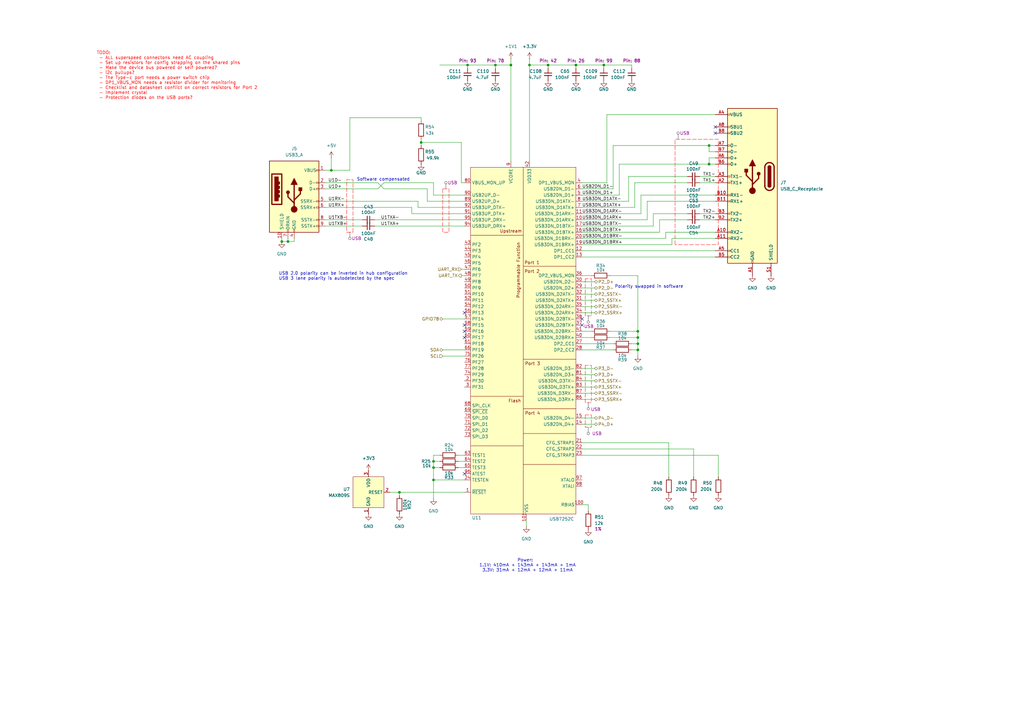
<source format=kicad_sch>
(kicad_sch
	(version 20250114)
	(generator "eeschema")
	(generator_version "9.0")
	(uuid "6c94d463-c88a-49af-a586-ad39b9a4ae3f")
	(paper "A3")
	(lib_symbols
		(symbol "Connector:USB3_A"
			(pin_names
				(offset 1.016)
			)
			(exclude_from_sim no)
			(in_bom yes)
			(on_board yes)
			(property "Reference" "J"
				(at -10.16 15.24 0)
				(effects
					(font
						(size 1.27 1.27)
					)
					(justify left)
				)
			)
			(property "Value" "USB3_A"
				(at 10.16 15.24 0)
				(effects
					(font
						(size 1.27 1.27)
					)
					(justify right)
				)
			)
			(property "Footprint" ""
				(at 3.81 2.54 0)
				(effects
					(font
						(size 1.27 1.27)
					)
					(hide yes)
				)
			)
			(property "Datasheet" "~"
				(at 3.81 2.54 0)
				(effects
					(font
						(size 1.27 1.27)
					)
					(hide yes)
				)
			)
			(property "Description" "USB 3.0 A connector"
				(at 0 0 0)
				(effects
					(font
						(size 1.27 1.27)
					)
					(hide yes)
				)
			)
			(property "ki_keywords" "usb universal serial bus"
				(at 0 0 0)
				(effects
					(font
						(size 1.27 1.27)
					)
					(hide yes)
				)
			)
			(property "ki_fp_filters" "USB3*"
				(at 0 0 0)
				(effects
					(font
						(size 1.27 1.27)
					)
					(hide yes)
				)
			)
			(symbol "USB3_A_0_0"
				(rectangle
					(start -9.144 8.636)
					(end -5.08 -3.81)
					(stroke
						(width 0.508)
						(type default)
					)
					(fill
						(type none)
					)
				)
				(rectangle
					(start -7.874 7.366)
					(end -6.604 -2.286)
					(stroke
						(width 0.508)
						(type default)
					)
					(fill
						(type outline)
					)
				)
				(rectangle
					(start -6.35 5.334)
					(end -6.096 4.572)
					(stroke
						(width 0.508)
						(type default)
					)
					(fill
						(type none)
					)
				)
				(rectangle
					(start -6.35 3.556)
					(end -6.096 2.794)
					(stroke
						(width 0.508)
						(type default)
					)
					(fill
						(type none)
					)
				)
				(rectangle
					(start -6.35 1.778)
					(end -6.096 1.016)
					(stroke
						(width 0.508)
						(type default)
					)
					(fill
						(type none)
					)
				)
				(rectangle
					(start -6.35 0)
					(end -6.096 -0.762)
					(stroke
						(width 0.508)
						(type default)
					)
					(fill
						(type none)
					)
				)
				(rectangle
					(start -2.794 -15.24)
					(end -2.286 -14.224)
					(stroke
						(width 0)
						(type default)
					)
					(fill
						(type none)
					)
				)
				(rectangle
					(start -0.254 -15.24)
					(end 0.254 -14.224)
					(stroke
						(width 0)
						(type default)
					)
					(fill
						(type none)
					)
				)
				(rectangle
					(start 10.16 10.414)
					(end 9.144 9.906)
					(stroke
						(width 0)
						(type default)
					)
					(fill
						(type none)
					)
				)
				(rectangle
					(start 10.16 5.334)
					(end 9.144 4.826)
					(stroke
						(width 0)
						(type default)
					)
					(fill
						(type none)
					)
				)
				(rectangle
					(start 10.16 2.794)
					(end 9.144 2.286)
					(stroke
						(width 0)
						(type default)
					)
					(fill
						(type none)
					)
				)
				(rectangle
					(start 10.16 -2.286)
					(end 9.144 -2.794)
					(stroke
						(width 0)
						(type default)
					)
					(fill
						(type none)
					)
				)
				(rectangle
					(start 10.16 -4.826)
					(end 9.144 -5.334)
					(stroke
						(width 0)
						(type default)
					)
					(fill
						(type none)
					)
				)
				(rectangle
					(start 10.16 -9.906)
					(end 9.144 -10.414)
					(stroke
						(width 0)
						(type default)
					)
					(fill
						(type none)
					)
				)
				(rectangle
					(start 10.16 -12.446)
					(end 9.144 -12.954)
					(stroke
						(width 0)
						(type default)
					)
					(fill
						(type none)
					)
				)
			)
			(symbol "USB3_A_0_1"
				(rectangle
					(start -10.16 13.97)
					(end 10.16 -15.24)
					(stroke
						(width 0.254)
						(type default)
					)
					(fill
						(type background)
					)
				)
			)
			(symbol "USB3_A_1_1"
				(circle
					(center -2.54 1.143)
					(radius 0.635)
					(stroke
						(width 0.254)
						(type default)
					)
					(fill
						(type outline)
					)
				)
				(polyline
					(pts
						(xy -1.27 4.318) (xy 0 6.858) (xy 1.27 4.318) (xy -1.27 4.318)
					)
					(stroke
						(width 0.254)
						(type default)
					)
					(fill
						(type outline)
					)
				)
				(polyline
					(pts
						(xy 0 -2.032) (xy 2.54 0.508) (xy 2.54 1.778)
					)
					(stroke
						(width 0.508)
						(type default)
					)
					(fill
						(type none)
					)
				)
				(polyline
					(pts
						(xy 0 -3.302) (xy -2.54 -0.762) (xy -2.54 0.508)
					)
					(stroke
						(width 0.508)
						(type default)
					)
					(fill
						(type none)
					)
				)
				(polyline
					(pts
						(xy 0 -5.842) (xy 0 4.318)
					)
					(stroke
						(width 0.508)
						(type default)
					)
					(fill
						(type none)
					)
				)
				(circle
					(center 0 -5.842)
					(radius 1.27)
					(stroke
						(width 0)
						(type default)
					)
					(fill
						(type outline)
					)
				)
				(rectangle
					(start 1.905 1.778)
					(end 3.175 3.048)
					(stroke
						(width 0.254)
						(type default)
					)
					(fill
						(type outline)
					)
				)
				(pin passive line
					(at -5.08 -17.78 90)
					(length 2.54)
					(name "SHIELD"
						(effects
							(font
								(size 1.27 1.27)
							)
						)
					)
					(number "10"
						(effects
							(font
								(size 1.27 1.27)
							)
						)
					)
				)
				(pin passive line
					(at -2.54 -17.78 90)
					(length 2.54)
					(name "DRAIN"
						(effects
							(font
								(size 1.27 1.27)
							)
						)
					)
					(number "7"
						(effects
							(font
								(size 1.27 1.27)
							)
						)
					)
				)
				(pin power_in line
					(at 0 -17.78 90)
					(length 2.54)
					(name "GND"
						(effects
							(font
								(size 1.27 1.27)
							)
						)
					)
					(number "4"
						(effects
							(font
								(size 1.27 1.27)
							)
						)
					)
				)
				(pin power_in line
					(at 12.7 10.16 180)
					(length 2.54)
					(name "VBUS"
						(effects
							(font
								(size 1.27 1.27)
							)
						)
					)
					(number "1"
						(effects
							(font
								(size 1.27 1.27)
							)
						)
					)
				)
				(pin bidirectional line
					(at 12.7 5.08 180)
					(length 2.54)
					(name "D-"
						(effects
							(font
								(size 1.27 1.27)
							)
						)
					)
					(number "2"
						(effects
							(font
								(size 1.27 1.27)
							)
						)
					)
				)
				(pin bidirectional line
					(at 12.7 2.54 180)
					(length 2.54)
					(name "D+"
						(effects
							(font
								(size 1.27 1.27)
							)
						)
					)
					(number "3"
						(effects
							(font
								(size 1.27 1.27)
							)
						)
					)
				)
				(pin output line
					(at 12.7 -2.54 180)
					(length 2.54)
					(name "SSRX-"
						(effects
							(font
								(size 1.27 1.27)
							)
						)
					)
					(number "5"
						(effects
							(font
								(size 1.27 1.27)
							)
						)
					)
				)
				(pin output line
					(at 12.7 -5.08 180)
					(length 2.54)
					(name "SSRX+"
						(effects
							(font
								(size 1.27 1.27)
							)
						)
					)
					(number "6"
						(effects
							(font
								(size 1.27 1.27)
							)
						)
					)
				)
				(pin input line
					(at 12.7 -10.16 180)
					(length 2.54)
					(name "SSTX-"
						(effects
							(font
								(size 1.27 1.27)
							)
						)
					)
					(number "8"
						(effects
							(font
								(size 1.27 1.27)
							)
						)
					)
				)
				(pin input line
					(at 12.7 -12.7 180)
					(length 2.54)
					(name "SSTX+"
						(effects
							(font
								(size 1.27 1.27)
							)
						)
					)
					(number "9"
						(effects
							(font
								(size 1.27 1.27)
							)
						)
					)
				)
			)
			(embedded_fonts no)
		)
		(symbol "Connector:USB_C_Receptacle"
			(pin_names
				(offset 1.016)
			)
			(exclude_from_sim no)
			(in_bom yes)
			(on_board yes)
			(property "Reference" "J8"
				(at -11.43 -2.5399 0)
				(effects
					(font
						(size 1.27 1.27)
					)
					(justify right)
				)
			)
			(property "Value" "USB_C_Receptacle"
				(at -11.43 -5.0799 0)
				(effects
					(font
						(size 1.27 1.27)
					)
					(justify right)
				)
			)
			(property "Footprint" ""
				(at 3.81 0 0)
				(effects
					(font
						(size 1.27 1.27)
					)
					(hide yes)
				)
			)
			(property "Datasheet" "https://www.usb.org/sites/default/files/documents/usb_type-c.zip"
				(at 3.81 0 0)
				(effects
					(font
						(size 1.27 1.27)
					)
					(hide yes)
				)
			)
			(property "Description" "USB Full-Featured Type-C Receptacle connector"
				(at 0 0 0)
				(effects
					(font
						(size 1.27 1.27)
					)
					(hide yes)
				)
			)
			(property "ki_keywords" "usb universal serial bus type-C full-featured"
				(at 0 0 0)
				(effects
					(font
						(size 1.27 1.27)
					)
					(hide yes)
				)
			)
			(property "ki_fp_filters" "USB*C*Receptacle*"
				(at 0 0 0)
				(effects
					(font
						(size 1.27 1.27)
					)
					(hide yes)
				)
			)
			(symbol "USB_C_Receptacle_0_0"
				(rectangle
					(start -0.254 -35.56)
					(end 0.254 -34.544)
					(stroke
						(width 0)
						(type default)
					)
					(fill
						(type none)
					)
				)
				(rectangle
					(start 10.16 25.654)
					(end 9.144 25.146)
					(stroke
						(width 0)
						(type default)
					)
					(fill
						(type none)
					)
				)
				(rectangle
					(start 10.16 20.574)
					(end 9.144 20.066)
					(stroke
						(width 0)
						(type default)
					)
					(fill
						(type none)
					)
				)
				(rectangle
					(start 10.16 18.034)
					(end 9.144 17.526)
					(stroke
						(width 0)
						(type default)
					)
					(fill
						(type none)
					)
				)
				(rectangle
					(start 10.16 12.954)
					(end 9.144 12.446)
					(stroke
						(width 0)
						(type default)
					)
					(fill
						(type none)
					)
				)
				(rectangle
					(start 10.16 10.414)
					(end 9.144 9.906)
					(stroke
						(width 0)
						(type default)
					)
					(fill
						(type none)
					)
				)
				(rectangle
					(start 10.16 7.874)
					(end 9.144 7.366)
					(stroke
						(width 0)
						(type default)
					)
					(fill
						(type none)
					)
				)
				(rectangle
					(start 10.16 5.334)
					(end 9.144 4.826)
					(stroke
						(width 0)
						(type default)
					)
					(fill
						(type none)
					)
				)
				(rectangle
					(start 10.16 0.254)
					(end 9.144 -0.254)
					(stroke
						(width 0)
						(type default)
					)
					(fill
						(type none)
					)
				)
				(rectangle
					(start 10.16 -2.286)
					(end 9.144 -2.794)
					(stroke
						(width 0)
						(type default)
					)
					(fill
						(type none)
					)
				)
				(rectangle
					(start 10.16 -7.366)
					(end 9.144 -7.874)
					(stroke
						(width 0)
						(type default)
					)
					(fill
						(type none)
					)
				)
				(rectangle
					(start 10.16 -9.906)
					(end 9.144 -10.414)
					(stroke
						(width 0)
						(type default)
					)
					(fill
						(type none)
					)
				)
				(rectangle
					(start 10.16 -14.986)
					(end 9.144 -15.494)
					(stroke
						(width 0)
						(type default)
					)
					(fill
						(type none)
					)
				)
				(rectangle
					(start 10.16 -17.526)
					(end 9.144 -18.034)
					(stroke
						(width 0)
						(type default)
					)
					(fill
						(type none)
					)
				)
				(rectangle
					(start 10.16 -22.606)
					(end 9.144 -23.114)
					(stroke
						(width 0)
						(type default)
					)
					(fill
						(type none)
					)
				)
				(rectangle
					(start 10.16 -25.146)
					(end 9.144 -25.654)
					(stroke
						(width 0)
						(type default)
					)
					(fill
						(type none)
					)
				)
				(rectangle
					(start 10.16 -30.226)
					(end 9.144 -30.734)
					(stroke
						(width 0)
						(type default)
					)
					(fill
						(type none)
					)
				)
				(rectangle
					(start 10.16 -32.766)
					(end 9.144 -33.274)
					(stroke
						(width 0)
						(type default)
					)
					(fill
						(type none)
					)
				)
			)
			(symbol "USB_C_Receptacle_0_1"
				(rectangle
					(start -10.16 27.94)
					(end 10.16 -35.56)
					(stroke
						(width 0.254)
						(type default)
					)
					(fill
						(type background)
					)
				)
				(polyline
					(pts
						(xy -8.89 -3.81) (xy -8.89 3.81)
					)
					(stroke
						(width 0.508)
						(type default)
					)
					(fill
						(type none)
					)
				)
				(rectangle
					(start -7.62 -3.81)
					(end -6.35 3.81)
					(stroke
						(width 0.254)
						(type default)
					)
					(fill
						(type outline)
					)
				)
				(arc
					(start -7.62 3.81)
					(mid -6.985 4.4423)
					(end -6.35 3.81)
					(stroke
						(width 0.254)
						(type default)
					)
					(fill
						(type none)
					)
				)
				(arc
					(start -7.62 3.81)
					(mid -6.985 4.4423)
					(end -6.35 3.81)
					(stroke
						(width 0.254)
						(type default)
					)
					(fill
						(type outline)
					)
				)
				(arc
					(start -8.89 3.81)
					(mid -6.985 5.7067)
					(end -5.08 3.81)
					(stroke
						(width 0.508)
						(type default)
					)
					(fill
						(type none)
					)
				)
				(arc
					(start -5.08 -3.81)
					(mid -6.985 -5.7067)
					(end -8.89 -3.81)
					(stroke
						(width 0.508)
						(type default)
					)
					(fill
						(type none)
					)
				)
				(arc
					(start -6.35 -3.81)
					(mid -6.985 -4.4423)
					(end -7.62 -3.81)
					(stroke
						(width 0.254)
						(type default)
					)
					(fill
						(type none)
					)
				)
				(arc
					(start -6.35 -3.81)
					(mid -6.985 -4.4423)
					(end -7.62 -3.81)
					(stroke
						(width 0.254)
						(type default)
					)
					(fill
						(type outline)
					)
				)
				(polyline
					(pts
						(xy -5.08 3.81) (xy -5.08 -3.81)
					)
					(stroke
						(width 0.508)
						(type default)
					)
					(fill
						(type none)
					)
				)
			)
			(symbol "USB_C_Receptacle_1_1"
				(circle
					(center -2.54 1.143)
					(radius 0.635)
					(stroke
						(width 0.254)
						(type default)
					)
					(fill
						(type outline)
					)
				)
				(polyline
					(pts
						(xy -1.27 4.318) (xy 0 6.858) (xy 1.27 4.318) (xy -1.27 4.318)
					)
					(stroke
						(width 0.254)
						(type default)
					)
					(fill
						(type outline)
					)
				)
				(polyline
					(pts
						(xy 0 -2.032) (xy 2.54 0.508) (xy 2.54 1.778)
					)
					(stroke
						(width 0.508)
						(type default)
					)
					(fill
						(type none)
					)
				)
				(polyline
					(pts
						(xy 0 -3.302) (xy -2.54 -0.762) (xy -2.54 0.508)
					)
					(stroke
						(width 0.508)
						(type default)
					)
					(fill
						(type none)
					)
				)
				(polyline
					(pts
						(xy 0 -5.842) (xy 0 4.318)
					)
					(stroke
						(width 0.508)
						(type default)
					)
					(fill
						(type none)
					)
				)
				(circle
					(center 0 -5.842)
					(radius 1.27)
					(stroke
						(width 0)
						(type default)
					)
					(fill
						(type outline)
					)
				)
				(rectangle
					(start 1.905 1.778)
					(end 3.175 3.048)
					(stroke
						(width 0.254)
						(type default)
					)
					(fill
						(type outline)
					)
				)
				(pin passive line
					(at -7.62 -40.64 90)
					(length 5.08)
					(name "SHIELD"
						(effects
							(font
								(size 1.27 1.27)
							)
						)
					)
					(number "S1"
						(effects
							(font
								(size 1.27 1.27)
							)
						)
					)
				)
				(pin passive line
					(at 0 -40.64 90)
					(length 5.08)
					(name "GND"
						(effects
							(font
								(size 1.27 1.27)
							)
						)
					)
					(number "A1"
						(effects
							(font
								(size 1.27 1.27)
							)
						)
					)
				)
				(pin passive line
					(at 0 -40.64 90)
					(length 5.08)
					(hide yes)
					(name "GND"
						(effects
							(font
								(size 1.27 1.27)
							)
						)
					)
					(number "A12"
						(effects
							(font
								(size 1.27 1.27)
							)
						)
					)
				)
				(pin passive line
					(at 0 -40.64 90)
					(length 5.08)
					(hide yes)
					(name "GND"
						(effects
							(font
								(size 1.27 1.27)
							)
						)
					)
					(number "B1"
						(effects
							(font
								(size 1.27 1.27)
							)
						)
					)
				)
				(pin passive line
					(at 0 -40.64 90)
					(length 5.08)
					(hide yes)
					(name "GND"
						(effects
							(font
								(size 1.27 1.27)
							)
						)
					)
					(number "B12"
						(effects
							(font
								(size 1.27 1.27)
							)
						)
					)
				)
				(pin passive line
					(at 15.24 25.4 180)
					(length 5.08)
					(name "VBUS"
						(effects
							(font
								(size 1.27 1.27)
							)
						)
					)
					(number "A4"
						(effects
							(font
								(size 1.27 1.27)
							)
						)
					)
				)
				(pin passive line
					(at 15.24 25.4 180)
					(length 5.08)
					(hide yes)
					(name "VBUS"
						(effects
							(font
								(size 1.27 1.27)
							)
						)
					)
					(number "A9"
						(effects
							(font
								(size 1.27 1.27)
							)
						)
					)
				)
				(pin passive line
					(at 15.24 25.4 180)
					(length 5.08)
					(hide yes)
					(name "VBUS"
						(effects
							(font
								(size 1.27 1.27)
							)
						)
					)
					(number "B4"
						(effects
							(font
								(size 1.27 1.27)
							)
						)
					)
				)
				(pin passive line
					(at 15.24 25.4 180)
					(length 5.08)
					(hide yes)
					(name "VBUS"
						(effects
							(font
								(size 1.27 1.27)
							)
						)
					)
					(number "B9"
						(effects
							(font
								(size 1.27 1.27)
							)
						)
					)
				)
				(pin bidirectional line
					(at 15.24 20.32 180)
					(length 5.08)
					(name "SBU1"
						(effects
							(font
								(size 1.27 1.27)
							)
						)
					)
					(number "A8"
						(effects
							(font
								(size 1.27 1.27)
							)
						)
					)
				)
				(pin bidirectional line
					(at 15.24 17.78 180)
					(length 5.08)
					(name "SBU2"
						(effects
							(font
								(size 1.27 1.27)
							)
						)
					)
					(number "B8"
						(effects
							(font
								(size 1.27 1.27)
							)
						)
					)
				)
				(pin bidirectional line
					(at 15.24 12.7 180)
					(length 5.08)
					(name "D-"
						(effects
							(font
								(size 1.27 1.27)
							)
						)
					)
					(number "A7"
						(effects
							(font
								(size 1.27 1.27)
							)
						)
					)
				)
				(pin bidirectional line
					(at 15.24 10.16 180)
					(length 5.08)
					(name "D-"
						(effects
							(font
								(size 1.27 1.27)
							)
						)
					)
					(number "B7"
						(effects
							(font
								(size 1.27 1.27)
							)
						)
					)
				)
				(pin bidirectional line
					(at 15.24 7.62 180)
					(length 5.08)
					(name "D+"
						(effects
							(font
								(size 1.27 1.27)
							)
						)
					)
					(number "A6"
						(effects
							(font
								(size 1.27 1.27)
							)
						)
					)
				)
				(pin bidirectional line
					(at 15.24 5.08 180)
					(length 5.08)
					(name "D+"
						(effects
							(font
								(size 1.27 1.27)
							)
						)
					)
					(number "B6"
						(effects
							(font
								(size 1.27 1.27)
							)
						)
					)
				)
				(pin bidirectional line
					(at 15.24 0 180)
					(length 5.08)
					(name "TX1-"
						(effects
							(font
								(size 1.27 1.27)
							)
						)
					)
					(number "A3"
						(effects
							(font
								(size 1.27 1.27)
							)
						)
					)
				)
				(pin bidirectional line
					(at 15.24 -2.54 180)
					(length 5.08)
					(name "TX1+"
						(effects
							(font
								(size 1.27 1.27)
							)
						)
					)
					(number "A2"
						(effects
							(font
								(size 1.27 1.27)
							)
						)
					)
				)
				(pin bidirectional line
					(at 15.24 -7.62 180)
					(length 5.08)
					(name "RX1-"
						(effects
							(font
								(size 1.27 1.27)
							)
						)
					)
					(number "B10"
						(effects
							(font
								(size 1.27 1.27)
							)
						)
					)
				)
				(pin bidirectional line
					(at 15.24 -10.16 180)
					(length 5.08)
					(name "RX1+"
						(effects
							(font
								(size 1.27 1.27)
							)
						)
					)
					(number "B11"
						(effects
							(font
								(size 1.27 1.27)
							)
						)
					)
				)
				(pin bidirectional line
					(at 15.24 -15.24 180)
					(length 5.08)
					(name "TX2-"
						(effects
							(font
								(size 1.27 1.27)
							)
						)
					)
					(number "B3"
						(effects
							(font
								(size 1.27 1.27)
							)
						)
					)
				)
				(pin bidirectional line
					(at 15.24 -17.78 180)
					(length 5.08)
					(name "TX2+"
						(effects
							(font
								(size 1.27 1.27)
							)
						)
					)
					(number "B2"
						(effects
							(font
								(size 1.27 1.27)
							)
						)
					)
				)
				(pin bidirectional line
					(at 15.24 -22.86 180)
					(length 5.08)
					(name "RX2-"
						(effects
							(font
								(size 1.27 1.27)
							)
						)
					)
					(number "A10"
						(effects
							(font
								(size 1.27 1.27)
							)
						)
					)
				)
				(pin bidirectional line
					(at 15.24 -25.4 180)
					(length 5.08)
					(name "RX2+"
						(effects
							(font
								(size 1.27 1.27)
							)
						)
					)
					(number "A11"
						(effects
							(font
								(size 1.27 1.27)
							)
						)
					)
				)
				(pin bidirectional line
					(at 15.24 -30.48 180)
					(length 5.08)
					(name "CC1"
						(effects
							(font
								(size 1.27 1.27)
							)
						)
					)
					(number "A5"
						(effects
							(font
								(size 1.27 1.27)
							)
						)
					)
				)
				(pin bidirectional line
					(at 15.24 -33.02 180)
					(length 5.08)
					(name "CC2"
						(effects
							(font
								(size 1.27 1.27)
							)
						)
					)
					(number "B5"
						(effects
							(font
								(size 1.27 1.27)
							)
						)
					)
				)
			)
			(embedded_fonts no)
		)
		(symbol "Device:C_Small"
			(pin_numbers
				(hide yes)
			)
			(pin_names
				(offset 0.254)
				(hide yes)
			)
			(exclude_from_sim no)
			(in_bom yes)
			(on_board yes)
			(property "Reference" "C"
				(at 0.254 1.778 0)
				(effects
					(font
						(size 1.27 1.27)
					)
					(justify left)
				)
			)
			(property "Value" "C_Small"
				(at 0.254 -2.032 0)
				(effects
					(font
						(size 1.27 1.27)
					)
					(justify left)
				)
			)
			(property "Footprint" ""
				(at 0 0 0)
				(effects
					(font
						(size 1.27 1.27)
					)
					(hide yes)
				)
			)
			(property "Datasheet" "~"
				(at 0 0 0)
				(effects
					(font
						(size 1.27 1.27)
					)
					(hide yes)
				)
			)
			(property "Description" "Unpolarized capacitor, small symbol"
				(at 0 0 0)
				(effects
					(font
						(size 1.27 1.27)
					)
					(hide yes)
				)
			)
			(property "ki_keywords" "capacitor cap"
				(at 0 0 0)
				(effects
					(font
						(size 1.27 1.27)
					)
					(hide yes)
				)
			)
			(property "ki_fp_filters" "C_*"
				(at 0 0 0)
				(effects
					(font
						(size 1.27 1.27)
					)
					(hide yes)
				)
			)
			(symbol "C_Small_0_1"
				(polyline
					(pts
						(xy -1.524 0.508) (xy 1.524 0.508)
					)
					(stroke
						(width 0.3048)
						(type default)
					)
					(fill
						(type none)
					)
				)
				(polyline
					(pts
						(xy -1.524 -0.508) (xy 1.524 -0.508)
					)
					(stroke
						(width 0.3302)
						(type default)
					)
					(fill
						(type none)
					)
				)
			)
			(symbol "C_Small_1_1"
				(pin passive line
					(at 0 2.54 270)
					(length 2.032)
					(name "~"
						(effects
							(font
								(size 1.27 1.27)
							)
						)
					)
					(number "1"
						(effects
							(font
								(size 1.27 1.27)
							)
						)
					)
				)
				(pin passive line
					(at 0 -2.54 90)
					(length 2.032)
					(name "~"
						(effects
							(font
								(size 1.27 1.27)
							)
						)
					)
					(number "2"
						(effects
							(font
								(size 1.27 1.27)
							)
						)
					)
				)
			)
			(embedded_fonts no)
		)
		(symbol "Device:R"
			(pin_numbers
				(hide yes)
			)
			(pin_names
				(offset 0)
			)
			(exclude_from_sim no)
			(in_bom yes)
			(on_board yes)
			(property "Reference" "R"
				(at 2.032 0 90)
				(effects
					(font
						(size 1.27 1.27)
					)
				)
			)
			(property "Value" "R"
				(at 0 0 90)
				(effects
					(font
						(size 1.27 1.27)
					)
				)
			)
			(property "Footprint" ""
				(at -1.778 0 90)
				(effects
					(font
						(size 1.27 1.27)
					)
					(hide yes)
				)
			)
			(property "Datasheet" "~"
				(at 0 0 0)
				(effects
					(font
						(size 1.27 1.27)
					)
					(hide yes)
				)
			)
			(property "Description" "Resistor"
				(at 0 0 0)
				(effects
					(font
						(size 1.27 1.27)
					)
					(hide yes)
				)
			)
			(property "ki_keywords" "R res resistor"
				(at 0 0 0)
				(effects
					(font
						(size 1.27 1.27)
					)
					(hide yes)
				)
			)
			(property "ki_fp_filters" "R_*"
				(at 0 0 0)
				(effects
					(font
						(size 1.27 1.27)
					)
					(hide yes)
				)
			)
			(symbol "R_0_1"
				(rectangle
					(start -1.016 -2.54)
					(end 1.016 2.54)
					(stroke
						(width 0.254)
						(type default)
					)
					(fill
						(type none)
					)
				)
			)
			(symbol "R_1_1"
				(pin passive line
					(at 0 3.81 270)
					(length 1.27)
					(name "~"
						(effects
							(font
								(size 1.27 1.27)
							)
						)
					)
					(number "1"
						(effects
							(font
								(size 1.27 1.27)
							)
						)
					)
				)
				(pin passive line
					(at 0 -3.81 90)
					(length 1.27)
					(name "~"
						(effects
							(font
								(size 1.27 1.27)
							)
						)
					)
					(number "2"
						(effects
							(font
								(size 1.27 1.27)
							)
						)
					)
				)
			)
			(embedded_fonts no)
		)
		(symbol "HDMI-parts:MAX809S"
			(exclude_from_sim no)
			(in_bom yes)
			(on_board yes)
			(property "Reference" "U"
				(at 0 0 0)
				(effects
					(font
						(size 1.27 1.27)
					)
				)
			)
			(property "Value" "MAX809S"
				(at 0 0 0)
				(effects
					(font
						(size 1.27 1.27)
					)
				)
			)
			(property "Footprint" "Package_TO_SOT_SMD:SOT-23"
				(at 0 0 0)
				(effects
					(font
						(size 1.27 1.27)
					)
					(hide yes)
				)
			)
			(property "Datasheet" "https://lcsc.com/datasheet/lcsc_datasheet_2311091734_UMW-Youtai-Semiconductor-Co---Ltd--MAX809S_C347371.pdf"
				(at 0 0 0)
				(effects
					(font
						(size 1.27 1.27)
					)
					(hide yes)
				)
			)
			(property "Description" "3-Pin Microprocessor Reset Circuit"
				(at 0 0 0)
				(effects
					(font
						(size 1.27 1.27)
					)
					(hide yes)
				)
			)
			(property "LCSC" "C347371"
				(at 0 0 0)
				(effects
					(font
						(size 1.27 1.27)
					)
					(hide yes)
				)
			)
			(symbol "MAX809S_1_0"
				(pin power_in line
					(at 6.35 0 270)
					(length 2.54)
					(name "VDD"
						(effects
							(font
								(size 1.27 1.27)
							)
						)
					)
					(number "3"
						(effects
							(font
								(size 1.27 1.27)
							)
						)
					)
				)
				(pin power_in line
					(at 6.35 -17.78 90)
					(length 2.54)
					(name "GND"
						(effects
							(font
								(size 1.27 1.27)
							)
						)
					)
					(number "1"
						(effects
							(font
								(size 1.27 1.27)
							)
						)
					)
				)
				(pin output line
					(at 15.24 -8.89 180)
					(length 2.54)
					(name "RESET"
						(effects
							(font
								(size 1.27 1.27)
							)
						)
					)
					(number "2"
						(effects
							(font
								(size 1.27 1.27)
							)
						)
					)
				)
			)
			(symbol "MAX809S_1_1"
				(rectangle
					(start 0 -2.54)
					(end 12.7 -15.24)
					(stroke
						(width 0)
						(type solid)
					)
					(fill
						(type background)
					)
				)
			)
			(embedded_fonts no)
		)
		(symbol "HDMI-parts:USB7252C"
			(exclude_from_sim no)
			(in_bom yes)
			(on_board yes)
			(property "Reference" "U"
				(at 0 0 0)
				(effects
					(font
						(size 1.27 1.27)
					)
				)
			)
			(property "Value" "USB7252C"
				(at 0 0 0)
				(effects
					(font
						(size 1.27 1.27)
					)
				)
			)
			(property "Footprint" "Package_DFN_QFN:VQFN-100-1EP_12x12mm_P0.4mm_EP8x8mm"
				(at 0 0 0)
				(effects
					(font
						(size 1.27 1.27)
					)
					(hide yes)
				)
			)
			(property "Datasheet" "https://ww1.microchip.com/downloads/aemDocuments/documents/UNG/ProductDocuments/DataSheets/USB7252C-Data-Sheet-DS00003852.pdf"
				(at 0 0 0)
				(effects
					(font
						(size 1.27 1.27)
					)
					(hide yes)
				)
			)
			(property "Description" "4-Port USB 3.2 Gen 2 Type-C® Controller Hub"
				(at 0 0 0)
				(effects
					(font
						(size 1.27 1.27)
					)
					(hide yes)
				)
			)
			(symbol "USB7252C_0_0"
				(pin input line
					(at -2.54 -12.7 0)
					(length 2.54)
					(name "VBUS_MON_UP"
						(effects
							(font
								(size 1.27 1.27)
							)
						)
					)
					(number "80"
						(effects
							(font
								(size 1.27 1.27)
							)
						)
					)
				)
				(pin bidirectional line
					(at -2.54 -17.78 0)
					(length 2.54)
					(name "USB2UP_D-"
						(effects
							(font
								(size 1.27 1.27)
							)
						)
					)
					(number "90"
						(effects
							(font
								(size 1.27 1.27)
							)
						)
					)
				)
				(pin bidirectional line
					(at -2.54 -20.32 0)
					(length 2.54)
					(name "USB2UP_D+"
						(effects
							(font
								(size 1.27 1.27)
							)
						)
					)
					(number "89"
						(effects
							(font
								(size 1.27 1.27)
							)
						)
					)
				)
				(pin bidirectional line
					(at -2.54 -22.86 0)
					(length 2.54)
					(name "USB3UP_DTX-"
						(effects
							(font
								(size 1.27 1.27)
							)
						)
					)
					(number "92"
						(effects
							(font
								(size 1.27 1.27)
							)
						)
					)
				)
				(pin bidirectional line
					(at -2.54 -25.4 0)
					(length 2.54)
					(name "USB3UP_DTX+"
						(effects
							(font
								(size 1.27 1.27)
							)
						)
					)
					(number "91"
						(effects
							(font
								(size 1.27 1.27)
							)
						)
					)
				)
				(pin bidirectional line
					(at -2.54 -27.94 0)
					(length 2.54)
					(name "USB3UP_DRX-"
						(effects
							(font
								(size 1.27 1.27)
							)
						)
					)
					(number "95"
						(effects
							(font
								(size 1.27 1.27)
							)
						)
					)
				)
				(pin bidirectional line
					(at -2.54 -30.48 0)
					(length 2.54)
					(name "USB3UP_DRX+"
						(effects
							(font
								(size 1.27 1.27)
							)
						)
					)
					(number "94"
						(effects
							(font
								(size 1.27 1.27)
							)
						)
					)
				)
				(pin bidirectional line
					(at -2.54 -38.1 0)
					(length 2.54)
					(name "PF2"
						(effects
							(font
								(size 1.27 1.27)
							)
						)
					)
					(number "43"
						(effects
							(font
								(size 1.27 1.27)
							)
						)
					)
				)
				(pin bidirectional line
					(at -2.54 -40.64 0)
					(length 2.54)
					(name "PF3"
						(effects
							(font
								(size 1.27 1.27)
							)
						)
					)
					(number "44"
						(effects
							(font
								(size 1.27 1.27)
							)
						)
					)
				)
				(pin bidirectional line
					(at -2.54 -43.18 0)
					(length 2.54)
					(name "PF4"
						(effects
							(font
								(size 1.27 1.27)
							)
						)
					)
					(number "45"
						(effects
							(font
								(size 1.27 1.27)
							)
						)
					)
				)
				(pin bidirectional line
					(at -2.54 -45.72 0)
					(length 2.54)
					(name "PF5"
						(effects
							(font
								(size 1.27 1.27)
							)
						)
					)
					(number "46"
						(effects
							(font
								(size 1.27 1.27)
							)
						)
					)
				)
				(pin bidirectional line
					(at -2.54 -48.26 0)
					(length 2.54)
					(name "PF6"
						(effects
							(font
								(size 1.27 1.27)
							)
						)
					)
					(number "47"
						(effects
							(font
								(size 1.27 1.27)
							)
						)
					)
				)
				(pin bidirectional line
					(at -2.54 -50.8 0)
					(length 2.54)
					(name "PF7"
						(effects
							(font
								(size 1.27 1.27)
							)
						)
					)
					(number "48"
						(effects
							(font
								(size 1.27 1.27)
							)
						)
					)
				)
				(pin bidirectional line
					(at -2.54 -53.34 0)
					(length 2.54)
					(name "PF8"
						(effects
							(font
								(size 1.27 1.27)
							)
						)
					)
					(number "49"
						(effects
							(font
								(size 1.27 1.27)
							)
						)
					)
				)
				(pin bidirectional line
					(at -2.54 -55.88 0)
					(length 2.54)
					(name "PF9"
						(effects
							(font
								(size 1.27 1.27)
							)
						)
					)
					(number "50"
						(effects
							(font
								(size 1.27 1.27)
							)
						)
					)
				)
				(pin bidirectional line
					(at -2.54 -58.42 0)
					(length 2.54)
					(name "PF10"
						(effects
							(font
								(size 1.27 1.27)
							)
						)
					)
					(number "51"
						(effects
							(font
								(size 1.27 1.27)
							)
						)
					)
				)
				(pin bidirectional line
					(at -2.54 -60.96 0)
					(length 2.54)
					(name "PF11"
						(effects
							(font
								(size 1.27 1.27)
							)
						)
					)
					(number "52"
						(effects
							(font
								(size 1.27 1.27)
							)
						)
					)
				)
				(pin bidirectional line
					(at -2.54 -63.5 0)
					(length 2.54)
					(name "PF12"
						(effects
							(font
								(size 1.27 1.27)
							)
						)
					)
					(number "54"
						(effects
							(font
								(size 1.27 1.27)
							)
						)
					)
				)
				(pin bidirectional line
					(at -2.54 -66.04 0)
					(length 2.54)
					(name "PF13"
						(effects
							(font
								(size 1.27 1.27)
							)
						)
					)
					(number "56"
						(effects
							(font
								(size 1.27 1.27)
							)
						)
					)
				)
				(pin bidirectional line
					(at -2.54 -68.58 0)
					(length 2.54)
					(name "PF14"
						(effects
							(font
								(size 1.27 1.27)
							)
						)
					)
					(number "57"
						(effects
							(font
								(size 1.27 1.27)
							)
						)
					)
				)
				(pin bidirectional line
					(at -2.54 -71.12 0)
					(length 2.54)
					(name "PF15"
						(effects
							(font
								(size 1.27 1.27)
							)
						)
					)
					(number "58"
						(effects
							(font
								(size 1.27 1.27)
							)
						)
					)
				)
				(pin bidirectional line
					(at -2.54 -73.66 0)
					(length 2.54)
					(name "PF16"
						(effects
							(font
								(size 1.27 1.27)
							)
						)
					)
					(number "59"
						(effects
							(font
								(size 1.27 1.27)
							)
						)
					)
				)
				(pin bidirectional line
					(at -2.54 -76.2 0)
					(length 2.54)
					(name "PF17"
						(effects
							(font
								(size 1.27 1.27)
							)
						)
					)
					(number "60"
						(effects
							(font
								(size 1.27 1.27)
							)
						)
					)
				)
				(pin bidirectional line
					(at -2.54 -78.74 0)
					(length 2.54)
					(name "PF18"
						(effects
							(font
								(size 1.27 1.27)
							)
						)
					)
					(number "61"
						(effects
							(font
								(size 1.27 1.27)
							)
						)
					)
				)
				(pin bidirectional line
					(at -2.54 -81.28 0)
					(length 2.54)
					(name "PF19"
						(effects
							(font
								(size 1.27 1.27)
							)
						)
					)
					(number "66"
						(effects
							(font
								(size 1.27 1.27)
							)
						)
					)
				)
				(pin bidirectional line
					(at -2.54 -83.82 0)
					(length 2.54)
					(name "PF26"
						(effects
							(font
								(size 1.27 1.27)
							)
						)
					)
					(number "75"
						(effects
							(font
								(size 1.27 1.27)
							)
						)
					)
				)
				(pin bidirectional line
					(at -2.54 -86.36 0)
					(length 2.54)
					(name "PF27"
						(effects
							(font
								(size 1.27 1.27)
							)
						)
					)
					(number "76"
						(effects
							(font
								(size 1.27 1.27)
							)
						)
					)
				)
				(pin bidirectional line
					(at -2.54 -88.9 0)
					(length 2.54)
					(name "PF28"
						(effects
							(font
								(size 1.27 1.27)
							)
						)
					)
					(number "77"
						(effects
							(font
								(size 1.27 1.27)
							)
						)
					)
				)
				(pin bidirectional line
					(at -2.54 -91.44 0)
					(length 2.54)
					(name "PF29"
						(effects
							(font
								(size 1.27 1.27)
							)
						)
					)
					(number "74"
						(effects
							(font
								(size 1.27 1.27)
							)
						)
					)
				)
				(pin input line
					(at -2.54 -93.98 0)
					(length 2.54)
					(name "PF30"
						(effects
							(font
								(size 1.27 1.27)
							)
						)
					)
					(number "2"
						(effects
							(font
								(size 1.27 1.27)
							)
						)
					)
				)
				(pin input line
					(at -2.54 -96.52 0)
					(length 2.54)
					(name "PF31"
						(effects
							(font
								(size 1.27 1.27)
							)
						)
					)
					(number "3"
						(effects
							(font
								(size 1.27 1.27)
							)
						)
					)
				)
				(pin bidirectional line
					(at -2.54 -104.14 0)
					(length 2.54)
					(name "SPI_CLK"
						(effects
							(font
								(size 1.27 1.27)
							)
						)
					)
					(number "68"
						(effects
							(font
								(size 1.27 1.27)
							)
						)
					)
				)
				(pin bidirectional line
					(at -2.54 -106.68 0)
					(length 2.54)
					(name "~{SPI_CE}"
						(effects
							(font
								(size 1.27 1.27)
							)
						)
					)
					(number "69"
						(effects
							(font
								(size 1.27 1.27)
							)
						)
					)
				)
				(pin bidirectional line
					(at -2.54 -109.22 0)
					(length 2.54)
					(name "SPI_D0"
						(effects
							(font
								(size 1.27 1.27)
							)
						)
					)
					(number "70"
						(effects
							(font
								(size 1.27 1.27)
							)
						)
					)
				)
				(pin bidirectional line
					(at -2.54 -111.76 0)
					(length 2.54)
					(name "SPI_D1"
						(effects
							(font
								(size 1.27 1.27)
							)
						)
					)
					(number "71"
						(effects
							(font
								(size 1.27 1.27)
							)
						)
					)
				)
				(pin bidirectional line
					(at -2.54 -114.3 0)
					(length 2.54)
					(name "SPI_D2"
						(effects
							(font
								(size 1.27 1.27)
							)
						)
					)
					(number "72"
						(effects
							(font
								(size 1.27 1.27)
							)
						)
					)
				)
				(pin bidirectional line
					(at -2.54 -116.84 0)
					(length 2.54)
					(name "SPI_D3"
						(effects
							(font
								(size 1.27 1.27)
							)
						)
					)
					(number "73"
						(effects
							(font
								(size 1.27 1.27)
							)
						)
					)
				)
				(pin bidirectional line
					(at -2.54 -124.46 0)
					(length 2.54)
					(name "TEST1"
						(effects
							(font
								(size 1.27 1.27)
							)
						)
					)
					(number "63"
						(effects
							(font
								(size 1.27 1.27)
							)
						)
					)
				)
				(pin bidirectional line
					(at -2.54 -127 0)
					(length 2.54)
					(name "TEST2"
						(effects
							(font
								(size 1.27 1.27)
							)
						)
					)
					(number "64"
						(effects
							(font
								(size 1.27 1.27)
							)
						)
					)
				)
				(pin bidirectional line
					(at -2.54 -129.54 0)
					(length 2.54)
					(name "TEST3"
						(effects
							(font
								(size 1.27 1.27)
							)
						)
					)
					(number "65"
						(effects
							(font
								(size 1.27 1.27)
							)
						)
					)
				)
				(pin bidirectional line
					(at -2.54 -132.08 0)
					(length 2.54)
					(name "ATEST"
						(effects
							(font
								(size 1.27 1.27)
							)
						)
					)
					(number "96"
						(effects
							(font
								(size 1.27 1.27)
							)
						)
					)
				)
				(pin power_in line
					(at 16.51 -3.81 270)
					(length 2.54)
					(hide yes)
					(name "VCORE"
						(effects
							(font
								(size 1.27 1.27)
							)
						)
					)
					(number "18"
						(effects
							(font
								(size 1.27 1.27)
							)
						)
					)
				)
				(pin power_in line
					(at 16.51 -3.81 270)
					(length 2.54)
					(hide yes)
					(name "VCORE"
						(effects
							(font
								(size 1.27 1.27)
							)
						)
					)
					(number "25"
						(effects
							(font
								(size 1.27 1.27)
							)
						)
					)
				)
				(pin power_in line
					(at 16.51 -3.81 270)
					(length 2.54)
					(hide yes)
					(name "VCORE"
						(effects
							(font
								(size 1.27 1.27)
							)
						)
					)
					(number "33"
						(effects
							(font
								(size 1.27 1.27)
							)
						)
					)
				)
				(pin power_in line
					(at 16.51 -3.81 270)
					(length 2.54)
					(hide yes)
					(name "VCORE"
						(effects
							(font
								(size 1.27 1.27)
							)
						)
					)
					(number "39"
						(effects
							(font
								(size 1.27 1.27)
							)
						)
					)
				)
				(pin power_in line
					(at 16.51 -3.81 270)
					(length 2.54)
					(hide yes)
					(name "VCORE"
						(effects
							(font
								(size 1.27 1.27)
							)
						)
					)
					(number "55"
						(effects
							(font
								(size 1.27 1.27)
							)
						)
					)
				)
				(pin power_in line
					(at 16.51 -3.81 270)
					(length 2.54)
					(hide yes)
					(name "VCORE"
						(effects
							(font
								(size 1.27 1.27)
							)
						)
					)
					(number "78"
						(effects
							(font
								(size 1.27 1.27)
							)
						)
					)
				)
				(pin power_in line
					(at 16.51 -3.81 270)
					(length 2.54)
					(hide yes)
					(name "VCORE"
						(effects
							(font
								(size 1.27 1.27)
							)
						)
					)
					(number "85"
						(effects
							(font
								(size 1.27 1.27)
							)
						)
					)
				)
				(pin power_in line
					(at 16.51 -3.81 270)
					(length 2.54)
					(name "VCORE"
						(effects
							(font
								(size 1.27 1.27)
							)
						)
					)
					(number "9"
						(effects
							(font
								(size 1.27 1.27)
							)
						)
					)
				)
				(pin power_in line
					(at 16.51 -3.81 270)
					(length 2.54)
					(hide yes)
					(name "VCORE"
						(effects
							(font
								(size 1.27 1.27)
							)
						)
					)
					(number "93"
						(effects
							(font
								(size 1.27 1.27)
							)
						)
					)
				)
				(pin power_in line
					(at 22.86 -151.13 90)
					(length 2.54)
					(name "VSS"
						(effects
							(font
								(size 1.27 1.27)
							)
						)
					)
					(number "101"
						(effects
							(font
								(size 1.27 1.27)
							)
						)
					)
				)
				(pin power_in line
					(at 24.13 -3.81 270)
					(length 2.54)
					(hide yes)
					(name "VDD33"
						(effects
							(font
								(size 1.27 1.27)
							)
						)
					)
					(number "26"
						(effects
							(font
								(size 1.27 1.27)
							)
						)
					)
				)
				(pin power_in line
					(at 24.13 -3.81 270)
					(length 2.54)
					(name "VDD33"
						(effects
							(font
								(size 1.27 1.27)
							)
						)
					)
					(number "42"
						(effects
							(font
								(size 1.27 1.27)
							)
						)
					)
				)
				(pin power_in line
					(at 24.13 -3.81 270)
					(length 2.54)
					(hide yes)
					(name "VDD33"
						(effects
							(font
								(size 1.27 1.27)
							)
						)
					)
					(number "53"
						(effects
							(font
								(size 1.27 1.27)
							)
						)
					)
				)
				(pin power_in line
					(at 24.13 -3.81 270)
					(length 2.54)
					(hide yes)
					(name "VDD33"
						(effects
							(font
								(size 1.27 1.27)
							)
						)
					)
					(number "62"
						(effects
							(font
								(size 1.27 1.27)
							)
						)
					)
				)
				(pin power_in line
					(at 24.13 -3.81 270)
					(length 2.54)
					(hide yes)
					(name "VDD33"
						(effects
							(font
								(size 1.27 1.27)
							)
						)
					)
					(number "67"
						(effects
							(font
								(size 1.27 1.27)
							)
						)
					)
				)
				(pin power_in line
					(at 24.13 -3.81 270)
					(length 2.54)
					(hide yes)
					(name "VDD33"
						(effects
							(font
								(size 1.27 1.27)
							)
						)
					)
					(number "79"
						(effects
							(font
								(size 1.27 1.27)
							)
						)
					)
				)
				(pin power_in line
					(at 24.13 -3.81 270)
					(length 2.54)
					(hide yes)
					(name "VDD33"
						(effects
							(font
								(size 1.27 1.27)
							)
						)
					)
					(number "88"
						(effects
							(font
								(size 1.27 1.27)
							)
						)
					)
				)
				(pin power_in line
					(at 24.13 -3.81 270)
					(length 2.54)
					(hide yes)
					(name "VDD33"
						(effects
							(font
								(size 1.27 1.27)
							)
						)
					)
					(number "99"
						(effects
							(font
								(size 1.27 1.27)
							)
						)
					)
				)
				(pin bidirectional line
					(at 45.72 -12.7 180)
					(length 2.54)
					(name "DP1_VBUS_MON"
						(effects
							(font
								(size 1.27 1.27)
							)
						)
					)
					(number "4"
						(effects
							(font
								(size 1.27 1.27)
							)
						)
					)
				)
				(pin bidirectional line
					(at 45.72 -15.24 180)
					(length 2.54)
					(name "USB2DN_D1-"
						(effects
							(font
								(size 1.27 1.27)
							)
						)
					)
					(number "6"
						(effects
							(font
								(size 1.27 1.27)
							)
						)
					)
				)
				(pin bidirectional line
					(at 45.72 -17.78 180)
					(length 2.54)
					(name "USB2DN_D1+"
						(effects
							(font
								(size 1.27 1.27)
							)
						)
					)
					(number "5"
						(effects
							(font
								(size 1.27 1.27)
							)
						)
					)
				)
				(pin bidirectional line
					(at 45.72 -20.32 180)
					(length 2.54)
					(name "USB3DN_D1ATX-"
						(effects
							(font
								(size 1.27 1.27)
							)
						)
					)
					(number "8"
						(effects
							(font
								(size 1.27 1.27)
							)
						)
					)
				)
				(pin bidirectional line
					(at 45.72 -22.86 180)
					(length 2.54)
					(name "USB3DN_D1ATX+"
						(effects
							(font
								(size 1.27 1.27)
							)
						)
					)
					(number "7"
						(effects
							(font
								(size 1.27 1.27)
							)
						)
					)
				)
				(pin bidirectional line
					(at 45.72 -25.4 180)
					(length 2.54)
					(name "USB3DN_D1ARX-"
						(effects
							(font
								(size 1.27 1.27)
							)
						)
					)
					(number "11"
						(effects
							(font
								(size 1.27 1.27)
							)
						)
					)
				)
				(pin bidirectional line
					(at 45.72 -27.94 180)
					(length 2.54)
					(name "USB3DN_D1ARX+"
						(effects
							(font
								(size 1.27 1.27)
							)
						)
					)
					(number "10"
						(effects
							(font
								(size 1.27 1.27)
							)
						)
					)
				)
				(pin bidirectional line
					(at 45.72 -30.48 180)
					(length 2.54)
					(name "USB3DN_D1BTX-"
						(effects
							(font
								(size 1.27 1.27)
							)
						)
					)
					(number "17"
						(effects
							(font
								(size 1.27 1.27)
							)
						)
					)
				)
				(pin bidirectional line
					(at 45.72 -33.02 180)
					(length 2.54)
					(name "USB3DN_D1BTX+"
						(effects
							(font
								(size 1.27 1.27)
							)
						)
					)
					(number "16"
						(effects
							(font
								(size 1.27 1.27)
							)
						)
					)
				)
				(pin bidirectional line
					(at 45.72 -35.56 180)
					(length 2.54)
					(name "USB3DN_D1BRX-"
						(effects
							(font
								(size 1.27 1.27)
							)
						)
					)
					(number "20"
						(effects
							(font
								(size 1.27 1.27)
							)
						)
					)
				)
				(pin bidirectional line
					(at 45.72 -38.1 180)
					(length 2.54)
					(name "USB3DN_D1BRX+"
						(effects
							(font
								(size 1.27 1.27)
							)
						)
					)
					(number "19"
						(effects
							(font
								(size 1.27 1.27)
							)
						)
					)
				)
				(pin bidirectional line
					(at 45.72 -40.64 180)
					(length 2.54)
					(name "DP1_CC1"
						(effects
							(font
								(size 1.27 1.27)
							)
						)
					)
					(number "12"
						(effects
							(font
								(size 1.27 1.27)
							)
						)
					)
				)
				(pin bidirectional line
					(at 45.72 -43.18 180)
					(length 2.54)
					(name "DP1_CC2"
						(effects
							(font
								(size 1.27 1.27)
							)
						)
					)
					(number "13"
						(effects
							(font
								(size 1.27 1.27)
							)
						)
					)
				)
				(pin bidirectional line
					(at 45.72 -50.8 180)
					(length 2.54)
					(name "DP2_VBUS_MON"
						(effects
							(font
								(size 1.27 1.27)
							)
						)
					)
					(number "36"
						(effects
							(font
								(size 1.27 1.27)
							)
						)
					)
				)
				(pin bidirectional line
					(at 45.72 -53.34 180)
					(length 2.54)
					(name "USB2DN_D2-"
						(effects
							(font
								(size 1.27 1.27)
							)
						)
					)
					(number "30"
						(effects
							(font
								(size 1.27 1.27)
							)
						)
					)
				)
				(pin bidirectional line
					(at 45.72 -55.88 180)
					(length 2.54)
					(name "USB2DN_D2+"
						(effects
							(font
								(size 1.27 1.27)
							)
						)
					)
					(number "29"
						(effects
							(font
								(size 1.27 1.27)
							)
						)
					)
				)
				(pin bidirectional line
					(at 45.72 -58.42 180)
					(length 2.54)
					(name "USB3DN_D2ATX-"
						(effects
							(font
								(size 1.27 1.27)
							)
						)
					)
					(number "32"
						(effects
							(font
								(size 1.27 1.27)
							)
						)
					)
				)
				(pin bidirectional line
					(at 45.72 -60.96 180)
					(length 2.54)
					(name "USB3DN_D2ATX+"
						(effects
							(font
								(size 1.27 1.27)
							)
						)
					)
					(number "31"
						(effects
							(font
								(size 1.27 1.27)
							)
						)
					)
				)
				(pin bidirectional line
					(at 45.72 -63.5 180)
					(length 2.54)
					(name "USB3DN_D2ARX-"
						(effects
							(font
								(size 1.27 1.27)
							)
						)
					)
					(number "35"
						(effects
							(font
								(size 1.27 1.27)
							)
						)
					)
				)
				(pin bidirectional line
					(at 45.72 -66.04 180)
					(length 2.54)
					(name "USB3DN_D2ARX+"
						(effects
							(font
								(size 1.27 1.27)
							)
						)
					)
					(number "34"
						(effects
							(font
								(size 1.27 1.27)
							)
						)
					)
				)
				(pin bidirectional line
					(at 45.72 -68.58 180)
					(length 2.54)
					(name "USB3DN_D2BTX-"
						(effects
							(font
								(size 1.27 1.27)
							)
						)
					)
					(number "38"
						(effects
							(font
								(size 1.27 1.27)
							)
						)
					)
				)
				(pin bidirectional line
					(at 45.72 -71.12 180)
					(length 2.54)
					(name "USB3DN_D2BTX+"
						(effects
							(font
								(size 1.27 1.27)
							)
						)
					)
					(number "37"
						(effects
							(font
								(size 1.27 1.27)
							)
						)
					)
				)
				(pin bidirectional line
					(at 45.72 -73.66 180)
					(length 2.54)
					(name "USB3DN_D2BRX-"
						(effects
							(font
								(size 1.27 1.27)
							)
						)
					)
					(number "41"
						(effects
							(font
								(size 1.27 1.27)
							)
						)
					)
				)
				(pin bidirectional line
					(at 45.72 -76.2 180)
					(length 2.54)
					(name "USB3DN_D2BRX+"
						(effects
							(font
								(size 1.27 1.27)
							)
						)
					)
					(number "40"
						(effects
							(font
								(size 1.27 1.27)
							)
						)
					)
				)
				(pin bidirectional line
					(at 45.72 -78.74 180)
					(length 2.54)
					(name "DP2_CC1"
						(effects
							(font
								(size 1.27 1.27)
							)
						)
					)
					(number "27"
						(effects
							(font
								(size 1.27 1.27)
							)
						)
					)
				)
				(pin bidirectional line
					(at 45.72 -81.28 180)
					(length 2.54)
					(name "DP2_CC2"
						(effects
							(font
								(size 1.27 1.27)
							)
						)
					)
					(number "28"
						(effects
							(font
								(size 1.27 1.27)
							)
						)
					)
				)
				(pin bidirectional line
					(at 45.72 -88.9 180)
					(length 2.54)
					(name "USB2DN_D3-"
						(effects
							(font
								(size 1.27 1.27)
							)
						)
					)
					(number "82"
						(effects
							(font
								(size 1.27 1.27)
							)
						)
					)
				)
				(pin bidirectional line
					(at 45.72 -91.44 180)
					(length 2.54)
					(name "USB2DN_D3+"
						(effects
							(font
								(size 1.27 1.27)
							)
						)
					)
					(number "81"
						(effects
							(font
								(size 1.27 1.27)
							)
						)
					)
				)
				(pin bidirectional line
					(at 45.72 -93.98 180)
					(length 2.54)
					(name "USB3DN_D3TX-"
						(effects
							(font
								(size 1.27 1.27)
							)
						)
					)
					(number "84"
						(effects
							(font
								(size 1.27 1.27)
							)
						)
					)
				)
				(pin bidirectional line
					(at 45.72 -96.52 180)
					(length 2.54)
					(name "USB3DN_D3TX+"
						(effects
							(font
								(size 1.27 1.27)
							)
						)
					)
					(number "83"
						(effects
							(font
								(size 1.27 1.27)
							)
						)
					)
				)
				(pin bidirectional line
					(at 45.72 -99.06 180)
					(length 2.54)
					(name "USB3DN_D3RX-"
						(effects
							(font
								(size 1.27 1.27)
							)
						)
					)
					(number "87"
						(effects
							(font
								(size 1.27 1.27)
							)
						)
					)
				)
				(pin bidirectional line
					(at 45.72 -101.6 180)
					(length 2.54)
					(name "USB3DN_D3RX+"
						(effects
							(font
								(size 1.27 1.27)
							)
						)
					)
					(number "86"
						(effects
							(font
								(size 1.27 1.27)
							)
						)
					)
				)
				(pin bidirectional line
					(at 45.72 -109.22 180)
					(length 2.54)
					(name "USB2DN_D4-"
						(effects
							(font
								(size 1.27 1.27)
							)
						)
					)
					(number "15"
						(effects
							(font
								(size 1.27 1.27)
							)
						)
					)
				)
				(pin bidirectional line
					(at 45.72 -111.76 180)
					(length 2.54)
					(name "USB2DN_D4+"
						(effects
							(font
								(size 1.27 1.27)
							)
						)
					)
					(number "14"
						(effects
							(font
								(size 1.27 1.27)
							)
						)
					)
				)
				(pin input line
					(at 45.72 -119.38 180)
					(length 2.54)
					(name "CFG_STRAP1"
						(effects
							(font
								(size 1.27 1.27)
							)
						)
					)
					(number "21"
						(effects
							(font
								(size 1.27 1.27)
							)
						)
					)
				)
				(pin input line
					(at 45.72 -121.92 180)
					(length 2.54)
					(name "CFG_STRAP2"
						(effects
							(font
								(size 1.27 1.27)
							)
						)
					)
					(number "22"
						(effects
							(font
								(size 1.27 1.27)
							)
						)
					)
				)
				(pin input line
					(at 45.72 -124.46 180)
					(length 2.54)
					(name "CFG_STRAP3"
						(effects
							(font
								(size 1.27 1.27)
							)
						)
					)
					(number "23"
						(effects
							(font
								(size 1.27 1.27)
							)
						)
					)
				)
				(pin output line
					(at 45.72 -134.62 180)
					(length 2.54)
					(name "XTALO"
						(effects
							(font
								(size 1.27 1.27)
							)
						)
					)
					(number "97"
						(effects
							(font
								(size 1.27 1.27)
							)
						)
					)
				)
				(pin input line
					(at 45.72 -137.16 180)
					(length 2.54)
					(name "XTALI"
						(effects
							(font
								(size 1.27 1.27)
							)
						)
					)
					(number "98"
						(effects
							(font
								(size 1.27 1.27)
							)
						)
					)
				)
				(pin input line
					(at 45.72 -144.78 180)
					(length 2.54)
					(name "RBIAS"
						(effects
							(font
								(size 1.27 1.27)
							)
						)
					)
					(number "100"
						(effects
							(font
								(size 1.27 1.27)
							)
						)
					)
				)
			)
			(symbol "USB7252C_1_0"
				(pin input line
					(at -2.54 -134.62 0)
					(length 2.54)
					(name "TESTEN"
						(effects
							(font
								(size 1.27 1.27)
							)
						)
					)
					(number "24"
						(effects
							(font
								(size 1.27 1.27)
							)
						)
					)
				)
				(pin input line
					(at -2.54 -139.7 0)
					(length 2.54)
					(name "~{RESET}"
						(effects
							(font
								(size 1.27 1.27)
							)
						)
					)
					(number "1"
						(effects
							(font
								(size 1.27 1.27)
							)
						)
					)
				)
			)
			(symbol "USB7252C_1_1"
				(rectangle
					(start 0 -6.35)
					(end 43.18 -148.59)
					(stroke
						(width 0)
						(type solid)
					)
					(fill
						(type background)
					)
				)
				(polyline
					(pts
						(xy 0 -34.29) (xy 21.59 -34.29)
					)
					(stroke
						(width 0)
						(type default)
					)
					(fill
						(type none)
					)
				)
				(polyline
					(pts
						(xy 0 -100.33) (xy 21.59 -100.33)
					)
					(stroke
						(width 0)
						(type default)
					)
					(fill
						(type none)
					)
				)
				(polyline
					(pts
						(xy 0 -120.65) (xy 21.59 -120.65)
					)
					(stroke
						(width 0)
						(type default)
					)
					(fill
						(type none)
					)
				)
				(polyline
					(pts
						(xy 21.59 -46.99) (xy 43.18 -46.99)
					)
					(stroke
						(width 0)
						(type default)
					)
					(fill
						(type none)
					)
				)
				(polyline
					(pts
						(xy 21.59 -85.09) (xy 43.18 -85.09)
					)
					(stroke
						(width 0)
						(type default)
					)
					(fill
						(type none)
					)
				)
				(polyline
					(pts
						(xy 21.59 -148.59) (xy 21.59 -6.35)
					)
					(stroke
						(width 0)
						(type default)
					)
					(fill
						(type none)
					)
				)
				(polyline
					(pts
						(xy 43.18 -105.41) (xy 21.59 -105.41)
					)
					(stroke
						(width 0)
						(type default)
					)
					(fill
						(type none)
					)
				)
				(polyline
					(pts
						(xy 43.18 -115.57) (xy 21.59 -115.57)
					)
					(stroke
						(width 0)
						(type default)
					)
					(fill
						(type none)
					)
				)
				(polyline
					(pts
						(xy 43.18 -128.27) (xy 21.59 -128.27)
					)
					(stroke
						(width 0)
						(type default)
					)
					(fill
						(type none)
					)
				)
				(text "Upstream"
					(at 16.51 -32.512 0)
					(effects
						(font
							(size 1.27 1.27)
						)
					)
				)
				(text "Flash"
					(at 18.034 -102.108 0)
					(effects
						(font
							(size 1.27 1.27)
						)
					)
				)
				(text "Programmable Function"
					(at 19.558 -48.514 900)
					(effects
						(font
							(size 1.27 1.27)
						)
					)
				)
				(text "Port 1"
					(at 25.146 -45.466 0)
					(effects
						(font
							(size 1.27 1.27)
						)
					)
				)
				(text "Port 2"
					(at 25.146 -49.022 0)
					(effects
						(font
							(size 1.27 1.27)
						)
					)
				)
				(text "Port 3"
					(at 25.4 -86.868 0)
					(effects
						(font
							(size 1.27 1.27)
						)
					)
				)
				(text "Port 4"
					(at 25.4 -107.188 0)
					(effects
						(font
							(size 1.27 1.27)
						)
					)
				)
			)
			(embedded_fonts no)
		)
		(symbol "power:+1V1"
			(power)
			(pin_numbers
				(hide yes)
			)
			(pin_names
				(offset 0)
				(hide yes)
			)
			(exclude_from_sim no)
			(in_bom yes)
			(on_board yes)
			(property "Reference" "#PWR"
				(at 0 -3.81 0)
				(effects
					(font
						(size 1.27 1.27)
					)
					(hide yes)
				)
			)
			(property "Value" "+1V1"
				(at 0 3.556 0)
				(effects
					(font
						(size 1.27 1.27)
					)
				)
			)
			(property "Footprint" ""
				(at 0 0 0)
				(effects
					(font
						(size 1.27 1.27)
					)
					(hide yes)
				)
			)
			(property "Datasheet" ""
				(at 0 0 0)
				(effects
					(font
						(size 1.27 1.27)
					)
					(hide yes)
				)
			)
			(property "Description" "Power symbol creates a global label with name \"+1V1\""
				(at 0 0 0)
				(effects
					(font
						(size 1.27 1.27)
					)
					(hide yes)
				)
			)
			(property "ki_keywords" "global power"
				(at 0 0 0)
				(effects
					(font
						(size 1.27 1.27)
					)
					(hide yes)
				)
			)
			(symbol "+1V1_0_1"
				(polyline
					(pts
						(xy -0.762 1.27) (xy 0 2.54)
					)
					(stroke
						(width 0)
						(type default)
					)
					(fill
						(type none)
					)
				)
				(polyline
					(pts
						(xy 0 2.54) (xy 0.762 1.27)
					)
					(stroke
						(width 0)
						(type default)
					)
					(fill
						(type none)
					)
				)
				(polyline
					(pts
						(xy 0 0) (xy 0 2.54)
					)
					(stroke
						(width 0)
						(type default)
					)
					(fill
						(type none)
					)
				)
			)
			(symbol "+1V1_1_1"
				(pin power_in line
					(at 0 0 90)
					(length 0)
					(name "~"
						(effects
							(font
								(size 1.27 1.27)
							)
						)
					)
					(number "1"
						(effects
							(font
								(size 1.27 1.27)
							)
						)
					)
				)
			)
			(embedded_fonts no)
		)
		(symbol "power:+3.3V"
			(power)
			(pin_numbers
				(hide yes)
			)
			(pin_names
				(offset 0)
				(hide yes)
			)
			(exclude_from_sim no)
			(in_bom yes)
			(on_board yes)
			(property "Reference" "#PWR"
				(at 0 -3.81 0)
				(effects
					(font
						(size 1.27 1.27)
					)
					(hide yes)
				)
			)
			(property "Value" "+3.3V"
				(at 0 3.556 0)
				(effects
					(font
						(size 1.27 1.27)
					)
				)
			)
			(property "Footprint" ""
				(at 0 0 0)
				(effects
					(font
						(size 1.27 1.27)
					)
					(hide yes)
				)
			)
			(property "Datasheet" ""
				(at 0 0 0)
				(effects
					(font
						(size 1.27 1.27)
					)
					(hide yes)
				)
			)
			(property "Description" "Power symbol creates a global label with name \"+3.3V\""
				(at 0 0 0)
				(effects
					(font
						(size 1.27 1.27)
					)
					(hide yes)
				)
			)
			(property "ki_keywords" "global power"
				(at 0 0 0)
				(effects
					(font
						(size 1.27 1.27)
					)
					(hide yes)
				)
			)
			(symbol "+3.3V_0_1"
				(polyline
					(pts
						(xy -0.762 1.27) (xy 0 2.54)
					)
					(stroke
						(width 0)
						(type default)
					)
					(fill
						(type none)
					)
				)
				(polyline
					(pts
						(xy 0 2.54) (xy 0.762 1.27)
					)
					(stroke
						(width 0)
						(type default)
					)
					(fill
						(type none)
					)
				)
				(polyline
					(pts
						(xy 0 0) (xy 0 2.54)
					)
					(stroke
						(width 0)
						(type default)
					)
					(fill
						(type none)
					)
				)
			)
			(symbol "+3.3V_1_1"
				(pin power_in line
					(at 0 0 90)
					(length 0)
					(name "~"
						(effects
							(font
								(size 1.27 1.27)
							)
						)
					)
					(number "1"
						(effects
							(font
								(size 1.27 1.27)
							)
						)
					)
				)
			)
			(embedded_fonts no)
		)
		(symbol "power:+3V3"
			(power)
			(pin_numbers
				(hide yes)
			)
			(pin_names
				(offset 0)
				(hide yes)
			)
			(exclude_from_sim no)
			(in_bom yes)
			(on_board yes)
			(property "Reference" "#PWR"
				(at 0 -3.81 0)
				(effects
					(font
						(size 1.27 1.27)
					)
					(hide yes)
				)
			)
			(property "Value" "+3V3"
				(at 0 3.556 0)
				(effects
					(font
						(size 1.27 1.27)
					)
				)
			)
			(property "Footprint" ""
				(at 0 0 0)
				(effects
					(font
						(size 1.27 1.27)
					)
					(hide yes)
				)
			)
			(property "Datasheet" ""
				(at 0 0 0)
				(effects
					(font
						(size 1.27 1.27)
					)
					(hide yes)
				)
			)
			(property "Description" "Power symbol creates a global label with name \"+3V3\""
				(at 0 0 0)
				(effects
					(font
						(size 1.27 1.27)
					)
					(hide yes)
				)
			)
			(property "ki_keywords" "global power"
				(at 0 0 0)
				(effects
					(font
						(size 1.27 1.27)
					)
					(hide yes)
				)
			)
			(symbol "+3V3_0_1"
				(polyline
					(pts
						(xy -0.762 1.27) (xy 0 2.54)
					)
					(stroke
						(width 0)
						(type default)
					)
					(fill
						(type none)
					)
				)
				(polyline
					(pts
						(xy 0 2.54) (xy 0.762 1.27)
					)
					(stroke
						(width 0)
						(type default)
					)
					(fill
						(type none)
					)
				)
				(polyline
					(pts
						(xy 0 0) (xy 0 2.54)
					)
					(stroke
						(width 0)
						(type default)
					)
					(fill
						(type none)
					)
				)
			)
			(symbol "+3V3_1_1"
				(pin power_in line
					(at 0 0 90)
					(length 0)
					(name "~"
						(effects
							(font
								(size 1.27 1.27)
							)
						)
					)
					(number "1"
						(effects
							(font
								(size 1.27 1.27)
							)
						)
					)
				)
			)
			(embedded_fonts no)
		)
		(symbol "power:+5V"
			(power)
			(pin_numbers
				(hide yes)
			)
			(pin_names
				(offset 0)
				(hide yes)
			)
			(exclude_from_sim no)
			(in_bom yes)
			(on_board yes)
			(property "Reference" "#PWR"
				(at 0 -3.81 0)
				(effects
					(font
						(size 1.27 1.27)
					)
					(hide yes)
				)
			)
			(property "Value" "+5V"
				(at 0 3.556 0)
				(effects
					(font
						(size 1.27 1.27)
					)
				)
			)
			(property "Footprint" ""
				(at 0 0 0)
				(effects
					(font
						(size 1.27 1.27)
					)
					(hide yes)
				)
			)
			(property "Datasheet" ""
				(at 0 0 0)
				(effects
					(font
						(size 1.27 1.27)
					)
					(hide yes)
				)
			)
			(property "Description" "Power symbol creates a global label with name \"+5V\""
				(at 0 0 0)
				(effects
					(font
						(size 1.27 1.27)
					)
					(hide yes)
				)
			)
			(property "ki_keywords" "global power"
				(at 0 0 0)
				(effects
					(font
						(size 1.27 1.27)
					)
					(hide yes)
				)
			)
			(symbol "+5V_0_1"
				(polyline
					(pts
						(xy -0.762 1.27) (xy 0 2.54)
					)
					(stroke
						(width 0)
						(type default)
					)
					(fill
						(type none)
					)
				)
				(polyline
					(pts
						(xy 0 2.54) (xy 0.762 1.27)
					)
					(stroke
						(width 0)
						(type default)
					)
					(fill
						(type none)
					)
				)
				(polyline
					(pts
						(xy 0 0) (xy 0 2.54)
					)
					(stroke
						(width 0)
						(type default)
					)
					(fill
						(type none)
					)
				)
			)
			(symbol "+5V_1_1"
				(pin power_in line
					(at 0 0 90)
					(length 0)
					(name "~"
						(effects
							(font
								(size 1.27 1.27)
							)
						)
					)
					(number "1"
						(effects
							(font
								(size 1.27 1.27)
							)
						)
					)
				)
			)
			(embedded_fonts no)
		)
		(symbol "power:GND"
			(power)
			(pin_numbers
				(hide yes)
			)
			(pin_names
				(offset 0)
				(hide yes)
			)
			(exclude_from_sim no)
			(in_bom yes)
			(on_board yes)
			(property "Reference" "#PWR"
				(at 0 -6.35 0)
				(effects
					(font
						(size 1.27 1.27)
					)
					(hide yes)
				)
			)
			(property "Value" "GND"
				(at 0 -3.81 0)
				(effects
					(font
						(size 1.27 1.27)
					)
				)
			)
			(property "Footprint" ""
				(at 0 0 0)
				(effects
					(font
						(size 1.27 1.27)
					)
					(hide yes)
				)
			)
			(property "Datasheet" ""
				(at 0 0 0)
				(effects
					(font
						(size 1.27 1.27)
					)
					(hide yes)
				)
			)
			(property "Description" "Power symbol creates a global label with name \"GND\" , ground"
				(at 0 0 0)
				(effects
					(font
						(size 1.27 1.27)
					)
					(hide yes)
				)
			)
			(property "ki_keywords" "global power"
				(at 0 0 0)
				(effects
					(font
						(size 1.27 1.27)
					)
					(hide yes)
				)
			)
			(symbol "GND_0_1"
				(polyline
					(pts
						(xy 0 0) (xy 0 -1.27) (xy 1.27 -1.27) (xy 0 -2.54) (xy -1.27 -1.27) (xy 0 -1.27)
					)
					(stroke
						(width 0)
						(type default)
					)
					(fill
						(type none)
					)
				)
			)
			(symbol "GND_1_1"
				(pin power_in line
					(at 0 0 270)
					(length 0)
					(name "~"
						(effects
							(font
								(size 1.27 1.27)
							)
						)
					)
					(number "1"
						(effects
							(font
								(size 1.27 1.27)
							)
						)
					)
				)
			)
			(embedded_fonts no)
		)
	)
	(text "Power:\n  1.1V: 410mA + 143mA + 143mA + 1mA\n  3.3V: 31mA + 12mA + 12mA + 11mA"
		(exclude_from_sim no)
		(at 215.392 231.902 0)
		(effects
			(font
				(size 1.27 1.27)
			)
		)
		(uuid "2ffc765b-4eb6-4492-a99e-a41a85058942")
	)
	(text "Polarity swapped in software"
		(exclude_from_sim no)
		(at 266.192 117.602 0)
		(effects
			(font
				(size 1.27 1.27)
			)
		)
		(uuid "7c2e0b52-ca8a-44ea-9de7-bd4a6676db1c")
	)
	(text "TODO:\n - ALL superspeed connectons need AC coupling\n - Set up resistors for config strapping on the shared pins\n - Make the device bus powered or self powered?\n - i2c pullups?\n - The Type-c port needs a power switch chip\n - DP1_VBUS_MON needs a resistor divider for monitoring\n - Checklist and datasheet conflict on correct resistors for Port 2\n - Implement crystal\n - Protection diodes on the USB ports?"
		(exclude_from_sim no)
		(at 39.624 30.988 0)
		(effects
			(font
				(size 1.27 1.27)
				(color 255 0 0 1)
			)
			(justify left)
		)
		(uuid "7df983f2-2233-4edf-855d-d6cc3715e4b3")
	)
	(text "Software compensated"
		(exclude_from_sim no)
		(at 157.226 73.66 0)
		(effects
			(font
				(size 1.27 1.27)
			)
		)
		(uuid "e60fe738-af90-4eb5-becf-c3dca72f883f")
	)
	(text "USB 2.0 polarity can be inverted in hub configuration\nUSB 3 lane polarity is autodetected by the spec"
		(exclude_from_sim no)
		(at 114.3 113.284 0)
		(effects
			(font
				(size 1.27 1.27)
			)
			(justify left)
		)
		(uuid "f5bb6b13-f057-47da-bdbe-e9ca536a39c0")
	)
	(junction
		(at 209.55 26.67)
		(diameter 0)
		(color 0 0 0 0)
		(uuid "0220293d-4974-4e66-b387-cbe1b970560f")
	)
	(junction
		(at 261.62 138.43)
		(diameter 0)
		(color 0 0 0 0)
		(uuid "1374a42f-d2e3-45a4-bee0-baeae1cb8f99")
	)
	(junction
		(at 177.8 196.85)
		(diameter 0)
		(color 0 0 0 0)
		(uuid "177f142a-98c4-4d6b-9019-444ba5d76e2a")
	)
	(junction
		(at 261.62 140.97)
		(diameter 0)
		(color 0 0 0 0)
		(uuid "1f3bd6a2-3373-4077-940e-3380d7c1276b")
	)
	(junction
		(at 135.89 69.85)
		(diameter 0)
		(color 0 0 0 0)
		(uuid "2675967c-c168-4e91-a854-d64c81e01e84")
	)
	(junction
		(at 118.11 99.06)
		(diameter 0)
		(color 0 0 0 0)
		(uuid "30f64f56-6d0e-4b4f-878b-30a5dd4d69e6")
	)
	(junction
		(at 177.8 189.23)
		(diameter 0)
		(color 0 0 0 0)
		(uuid "3f4c582a-5a0d-49fd-876c-cead2934208f")
	)
	(junction
		(at 290.83 67.31)
		(diameter 0)
		(color 0 0 0 0)
		(uuid "4ab23e68-1945-416c-80b1-d58d3fd3a85a")
	)
	(junction
		(at 217.17 26.67)
		(diameter 0)
		(color 0 0 0 0)
		(uuid "4bc82296-684c-463d-8040-cdf073b1b5fa")
	)
	(junction
		(at 236.22 26.67)
		(diameter 0)
		(color 0 0 0 0)
		(uuid "668132b0-1f88-4f38-a5c9-ff3fce337f85")
	)
	(junction
		(at 172.72 58.42)
		(diameter 0)
		(color 0 0 0 0)
		(uuid "70308f5f-bea5-4cdd-a674-f754c0d67c15")
	)
	(junction
		(at 203.2 26.67)
		(diameter 0)
		(color 0 0 0 0)
		(uuid "8190783a-b7aa-489e-9ff4-d769b4b10308")
	)
	(junction
		(at 115.57 99.06)
		(diameter 0)
		(color 0 0 0 0)
		(uuid "94e78143-dae2-4a7e-acfc-f8de2d4d7fd6")
	)
	(junction
		(at 290.83 59.69)
		(diameter 0)
		(color 0 0 0 0)
		(uuid "9840980c-cba1-411b-9232-ff91e41508bf")
	)
	(junction
		(at 247.65 26.67)
		(diameter 0)
		(color 0 0 0 0)
		(uuid "9e181292-804f-41b9-b941-e53f8f7a7504")
	)
	(junction
		(at 224.79 26.67)
		(diameter 0)
		(color 0 0 0 0)
		(uuid "ae1c918b-18ce-4be1-8ad8-509dd815467d")
	)
	(junction
		(at 261.62 143.51)
		(diameter 0)
		(color 0 0 0 0)
		(uuid "ae96dfa0-9c94-4b7e-876a-a24a4118f220")
	)
	(junction
		(at 261.62 135.89)
		(diameter 0)
		(color 0 0 0 0)
		(uuid "c08fa0c5-41e4-4bfc-991a-265ee999c997")
	)
	(junction
		(at 177.8 191.77)
		(diameter 0)
		(color 0 0 0 0)
		(uuid "c66bbbe6-2fc1-43ba-9f4f-cadd0d13c759")
	)
	(junction
		(at 163.83 201.93)
		(diameter 0)
		(color 0 0 0 0)
		(uuid "ef01257b-6fb3-4c3d-924f-f4bc3dd2bdd6")
	)
	(junction
		(at 191.77 26.67)
		(diameter 0)
		(color 0 0 0 0)
		(uuid "ef6cd438-309e-44f7-89c7-e003dd83a340")
	)
	(no_connect
		(at 293.37 54.61)
		(uuid "2821e89a-bf9e-47b4-a1f0-5126a30ad97d")
	)
	(no_connect
		(at 238.76 133.35)
		(uuid "59a031fd-4d13-4cc4-ac75-b438239f94f7")
	)
	(no_connect
		(at 190.5 133.35)
		(uuid "8f0321d4-20ee-45e6-81ac-7f03e78fe3ca")
	)
	(no_connect
		(at 190.5 128.27)
		(uuid "9a657079-3318-415d-866f-2edd02a81971")
	)
	(no_connect
		(at 238.76 130.81)
		(uuid "9c8bbec3-4cca-436e-9c8c-15a33d573d9b")
	)
	(no_connect
		(at 190.5 194.31)
		(uuid "9cbc662c-53e7-4172-81a3-be732fc89011")
	)
	(no_connect
		(at 293.37 52.07)
		(uuid "c3ee5951-bf24-4b7c-ab22-4df8f866c475")
	)
	(no_connect
		(at 190.5 135.89)
		(uuid "d8c6e676-85a6-452c-b715-c0122c344f49")
	)
	(no_connect
		(at 190.5 138.43)
		(uuid "f43d7182-52e6-48b1-8507-73f1cab5f22b")
	)
	(wire
		(pts
			(xy 287.02 72.39) (xy 293.37 72.39)
		)
		(stroke
			(width 0)
			(type default)
		)
		(uuid "01141850-fe09-458a-bd64-b51b9b23db89")
	)
	(wire
		(pts
			(xy 238.76 186.69) (xy 294.64 186.69)
		)
		(stroke
			(width 0)
			(type default)
		)
		(uuid "034173a2-b816-4d73-89b6-5c0fa9e2126d")
	)
	(wire
		(pts
			(xy 265.43 82.55) (xy 293.37 82.55)
		)
		(stroke
			(width 0)
			(type default)
		)
		(uuid "0369ce69-bf76-4baf-83ad-dd7aaf2f222a")
	)
	(wire
		(pts
			(xy 261.62 143.51) (xy 261.62 140.97)
		)
		(stroke
			(width 0)
			(type default)
		)
		(uuid "092d0c21-1bb4-4518-932b-aea34548ec18")
	)
	(wire
		(pts
			(xy 287.02 87.63) (xy 293.37 87.63)
		)
		(stroke
			(width 0)
			(type default)
		)
		(uuid "0af281eb-e12e-4843-a4f8-8dc04fbe818a")
	)
	(wire
		(pts
			(xy 243.84 171.45) (xy 238.76 171.45)
		)
		(stroke
			(width 0)
			(type default)
		)
		(uuid "0b4a4f63-c6c9-4647-b15d-0dfb956aca8b")
	)
	(wire
		(pts
			(xy 238.76 102.87) (xy 293.37 102.87)
		)
		(stroke
			(width 0)
			(type default)
		)
		(uuid "0d886e75-3c68-4498-be7b-718a41be1ad5")
	)
	(wire
		(pts
			(xy 261.62 138.43) (xy 261.62 135.89)
		)
		(stroke
			(width 0)
			(type default)
		)
		(uuid "0e5dbe00-189a-475c-8c22-438965b5da8c")
	)
	(wire
		(pts
			(xy 290.83 59.69) (xy 293.37 59.69)
		)
		(stroke
			(width 0)
			(type default)
		)
		(uuid "0ffca320-89db-4426-be8c-6da52b29bf51")
	)
	(wire
		(pts
			(xy 238.76 85.09) (xy 260.35 85.09)
		)
		(stroke
			(width 0)
			(type default)
		)
		(uuid "11291b2f-19bb-4169-b11e-1a245f27aae5")
	)
	(wire
		(pts
			(xy 238.76 95.25) (xy 270.51 95.25)
		)
		(stroke
			(width 0)
			(type default)
		)
		(uuid "112ed913-6193-498d-9e04-bca5d369b354")
	)
	(wire
		(pts
			(xy 209.55 24.13) (xy 209.55 26.67)
		)
		(stroke
			(width 0)
			(type default)
		)
		(uuid "12d7fd40-845f-4290-b37a-24cad9cfc39c")
	)
	(wire
		(pts
			(xy 189.23 113.03) (xy 190.5 113.03)
		)
		(stroke
			(width 0)
			(type default)
		)
		(uuid "154bbff6-6cfb-4a93-9158-ed70ea300945")
	)
	(wire
		(pts
			(xy 284.48 184.15) (xy 284.48 195.58)
		)
		(stroke
			(width 0)
			(type default)
		)
		(uuid "15c11e62-4f73-4980-9c80-2c1887350947")
	)
	(wire
		(pts
			(xy 190.5 82.55) (xy 175.26 82.55)
		)
		(stroke
			(width 0)
			(type default)
		)
		(uuid "17edc49a-1479-47bc-9dbb-793cbb7821ae")
	)
	(wire
		(pts
			(xy 168.91 87.63) (xy 168.91 85.09)
		)
		(stroke
			(width 0)
			(type default)
		)
		(uuid "191470a5-c710-413d-bcaa-3fa196bdc8ad")
	)
	(wire
		(pts
			(xy 133.35 85.09) (xy 168.91 85.09)
		)
		(stroke
			(width 0)
			(type default)
		)
		(uuid "1b962fdc-1f61-4181-9e09-6346c63eb4ae")
	)
	(wire
		(pts
			(xy 177.8 196.85) (xy 190.5 196.85)
		)
		(stroke
			(width 0)
			(type default)
		)
		(uuid "1d7eb834-93a1-49c7-a06a-28da3907a58b")
	)
	(wire
		(pts
			(xy 160.02 201.93) (xy 163.83 201.93)
		)
		(stroke
			(width 0)
			(type default)
		)
		(uuid "1fe893a9-673b-4fe5-a264-5674713919fe")
	)
	(wire
		(pts
			(xy 187.96 189.23) (xy 190.5 189.23)
		)
		(stroke
			(width 0)
			(type default)
		)
		(uuid "202c6258-b024-41ce-814a-b0535234a90a")
	)
	(wire
		(pts
			(xy 267.97 87.63) (xy 281.94 87.63)
		)
		(stroke
			(width 0)
			(type default)
		)
		(uuid "2141fa52-e3b4-4aa9-bafb-b8d0d144b01b")
	)
	(wire
		(pts
			(xy 177.8 189.23) (xy 177.8 186.69)
		)
		(stroke
			(width 0)
			(type default)
		)
		(uuid "2145b39a-f2a7-4fe8-9d57-5ba04e66c0eb")
	)
	(wire
		(pts
			(xy 243.84 123.19) (xy 238.76 123.19)
		)
		(stroke
			(width 0)
			(type default)
		)
		(uuid "22bd4af8-72ea-4515-b8e4-8942c0db7934")
	)
	(wire
		(pts
			(xy 189.23 74.93) (xy 190.5 74.93)
		)
		(stroke
			(width 0)
			(type default)
		)
		(uuid "2336c853-0538-474a-8498-af4582259f7b")
	)
	(wire
		(pts
			(xy 243.84 161.29) (xy 238.76 161.29)
		)
		(stroke
			(width 0)
			(type default)
		)
		(uuid "23681399-4934-4dd4-abd6-ecdf4e7029dc")
	)
	(wire
		(pts
			(xy 153.67 90.17) (xy 190.5 90.17)
		)
		(stroke
			(width 0)
			(type default)
		)
		(uuid "237fb7de-29c5-4c23-adb2-f868ba256f87")
	)
	(wire
		(pts
			(xy 238.76 97.79) (xy 273.05 97.79)
		)
		(stroke
			(width 0)
			(type default)
		)
		(uuid "23d7d05e-0169-40d5-9fd5-c4588410cfed")
	)
	(wire
		(pts
			(xy 190.5 87.63) (xy 168.91 87.63)
		)
		(stroke
			(width 0)
			(type default)
		)
		(uuid "2e202513-e645-42a0-880e-d0057ca28313")
	)
	(wire
		(pts
			(xy 238.76 82.55) (xy 257.81 82.55)
		)
		(stroke
			(width 0)
			(type default)
		)
		(uuid "2ed595bb-2eb6-4ed9-a485-de25b472d696")
	)
	(wire
		(pts
			(xy 133.35 82.55) (xy 171.45 82.55)
		)
		(stroke
			(width 0)
			(type default)
		)
		(uuid "30867768-7bb3-4c2f-8dcc-41d7985b1916")
	)
	(wire
		(pts
			(xy 270.51 90.17) (xy 281.94 90.17)
		)
		(stroke
			(width 0)
			(type default)
		)
		(uuid "3141d368-dc89-42b2-afb6-73c8d43d66fc")
	)
	(wire
		(pts
			(xy 224.79 26.67) (xy 236.22 26.67)
		)
		(stroke
			(width 0)
			(type default)
		)
		(uuid "39a1fa55-9f91-49fb-ab23-848487bab09e")
	)
	(wire
		(pts
			(xy 238.76 207.01) (xy 241.3 207.01)
		)
		(stroke
			(width 0)
			(type default)
		)
		(uuid "3a5d03ff-d7d7-4b2c-afc3-88424d987d62")
	)
	(wire
		(pts
			(xy 175.26 82.55) (xy 175.26 77.47)
		)
		(stroke
			(width 0)
			(type default)
		)
		(uuid "3c5a939b-0f17-41de-a1fa-6913f201943f")
	)
	(wire
		(pts
			(xy 238.76 92.71) (xy 267.97 92.71)
		)
		(stroke
			(width 0)
			(type default)
		)
		(uuid "3ca45337-54e9-47fa-a7a5-a5e87ed3d1e0")
	)
	(wire
		(pts
			(xy 241.3 209.55) (xy 241.3 207.01)
		)
		(stroke
			(width 0)
			(type default)
		)
		(uuid "3d3d1fc7-51b1-4d2c-8df9-49a894710ea6")
	)
	(wire
		(pts
			(xy 273.05 97.79) (xy 273.05 95.25)
		)
		(stroke
			(width 0)
			(type default)
		)
		(uuid "42cb3971-fdb0-4e7d-bdd8-1d24f39c00ba")
	)
	(wire
		(pts
			(xy 287.02 74.93) (xy 293.37 74.93)
		)
		(stroke
			(width 0)
			(type default)
		)
		(uuid "45005321-c449-4f7b-9058-e0994e802c02")
	)
	(wire
		(pts
			(xy 273.05 95.25) (xy 293.37 95.25)
		)
		(stroke
			(width 0)
			(type default)
		)
		(uuid "47b277bb-c2ed-4d94-acca-b1a149a6b942")
	)
	(wire
		(pts
			(xy 133.35 69.85) (xy 135.89 69.85)
		)
		(stroke
			(width 0)
			(type default)
		)
		(uuid "48171a36-4757-4402-88c6-81002a61e798")
	)
	(wire
		(pts
			(xy 203.2 26.67) (xy 203.2 27.94)
		)
		(stroke
			(width 0)
			(type default)
		)
		(uuid "49b369ca-d9f0-45db-bafe-eaa1aa2c8779")
	)
	(wire
		(pts
			(xy 217.17 24.13) (xy 217.17 26.67)
		)
		(stroke
			(width 0)
			(type default)
		)
		(uuid "4a74e03e-0826-42c2-85bc-3f7f4622a6d5")
	)
	(wire
		(pts
			(xy 153.67 92.71) (xy 190.5 92.71)
		)
		(stroke
			(width 0)
			(type default)
		)
		(uuid "4c0fd9c7-777b-497c-8840-972727b284e6")
	)
	(wire
		(pts
			(xy 172.72 48.26) (xy 172.72 49.53)
		)
		(stroke
			(width 0)
			(type default)
		)
		(uuid "4c76a924-037f-4ff7-9af2-8c37783abf22")
	)
	(wire
		(pts
			(xy 157.48 74.93) (xy 154.94 77.47)
		)
		(stroke
			(width 0)
			(type default)
		)
		(uuid "4f08d300-5d09-4d63-b2e4-c61466658247")
	)
	(wire
		(pts
			(xy 189.23 58.42) (xy 189.23 74.93)
		)
		(stroke
			(width 0)
			(type default)
		)
		(uuid "4f7808e9-42d1-4e71-b058-b8bdd2003860")
	)
	(wire
		(pts
			(xy 172.72 57.15) (xy 172.72 58.42)
		)
		(stroke
			(width 0)
			(type default)
		)
		(uuid "501053bb-b173-4c6b-9060-ec59f9c7ec09")
	)
	(wire
		(pts
			(xy 120.65 97.79) (xy 120.65 99.06)
		)
		(stroke
			(width 0)
			(type default)
		)
		(uuid "51b9d73d-de40-4c04-937d-7a0b5f54d7b0")
	)
	(wire
		(pts
			(xy 260.35 74.93) (xy 281.94 74.93)
		)
		(stroke
			(width 0)
			(type default)
		)
		(uuid "55df9a6a-c742-4b8c-89b9-025ca34c65c9")
	)
	(wire
		(pts
			(xy 243.84 120.65) (xy 238.76 120.65)
		)
		(stroke
			(width 0)
			(type default)
		)
		(uuid "580339ee-d340-4486-a2b1-cc7d3bea172a")
	)
	(wire
		(pts
			(xy 135.89 64.77) (xy 135.89 69.85)
		)
		(stroke
			(width 0)
			(type default)
		)
		(uuid "599635e6-a647-4919-bb1e-8012800b5945")
	)
	(wire
		(pts
			(xy 209.55 26.67) (xy 209.55 66.04)
		)
		(stroke
			(width 0)
			(type default)
		)
		(uuid "5ac41760-6ffc-46ac-816b-1f6dd893b967")
	)
	(wire
		(pts
			(xy 243.84 173.99) (xy 238.76 173.99)
		)
		(stroke
			(width 0)
			(type default)
		)
		(uuid "5c646756-2c8a-4615-96d6-8d7756feef71")
	)
	(wire
		(pts
			(xy 238.76 143.51) (xy 251.46 143.51)
		)
		(stroke
			(width 0)
			(type default)
		)
		(uuid "5f58c843-9e60-424f-a137-9d39f982f168")
	)
	(wire
		(pts
			(xy 171.45 82.55) (xy 171.45 85.09)
		)
		(stroke
			(width 0)
			(type default)
		)
		(uuid "5fbad834-b6a5-434a-b215-ec71f96b106a")
	)
	(wire
		(pts
			(xy 248.92 74.93) (xy 248.92 46.99)
		)
		(stroke
			(width 0)
			(type default)
		)
		(uuid "642e9e16-8e5f-48f7-8abc-2e4556b76a6d")
	)
	(wire
		(pts
			(xy 251.46 77.47) (xy 251.46 59.69)
		)
		(stroke
			(width 0)
			(type default)
		)
		(uuid "662ee40f-85b4-4288-aa02-5b6948be10c9")
	)
	(wire
		(pts
			(xy 115.57 99.06) (xy 115.57 97.79)
		)
		(stroke
			(width 0)
			(type default)
		)
		(uuid "676fdede-c711-41a0-9b3e-c0b2f2c4cac0")
	)
	(wire
		(pts
			(xy 181.61 130.81) (xy 190.5 130.81)
		)
		(stroke
			(width 0)
			(type default)
		)
		(uuid "68d67a8b-e8ce-4c11-adb7-ef18eecd1017")
	)
	(wire
		(pts
			(xy 180.34 26.67) (xy 191.77 26.67)
		)
		(stroke
			(width 0)
			(type default)
		)
		(uuid "69782458-a3fc-4d6d-b947-3d0907c7a49e")
	)
	(wire
		(pts
			(xy 177.8 191.77) (xy 177.8 189.23)
		)
		(stroke
			(width 0)
			(type default)
		)
		(uuid "697cd195-0b2e-4ab2-b999-c73d49f2ba30")
	)
	(wire
		(pts
			(xy 243.84 151.13) (xy 238.76 151.13)
		)
		(stroke
			(width 0)
			(type default)
		)
		(uuid "6a4ca956-7b92-4c1d-9e89-6df0733656e2")
	)
	(wire
		(pts
			(xy 133.35 74.93) (xy 154.94 74.93)
		)
		(stroke
			(width 0)
			(type default)
		)
		(uuid "6bedcb55-ccfc-4d16-9bce-064e9e4fefe6")
	)
	(wire
		(pts
			(xy 243.84 156.21) (xy 238.76 156.21)
		)
		(stroke
			(width 0)
			(type default)
		)
		(uuid "6eae6277-b514-43d6-ad87-da845bbff96e")
	)
	(wire
		(pts
			(xy 177.8 196.85) (xy 177.8 191.77)
		)
		(stroke
			(width 0)
			(type default)
		)
		(uuid "77acadf7-cc0f-4691-8f79-b8db3c540020")
	)
	(wire
		(pts
			(xy 157.48 77.47) (xy 175.26 77.47)
		)
		(stroke
			(width 0)
			(type default)
		)
		(uuid "7931b90b-0cee-4cdb-b6a5-1722a923c673")
	)
	(wire
		(pts
			(xy 236.22 27.94) (xy 236.22 26.67)
		)
		(stroke
			(width 0)
			(type default)
		)
		(uuid "7974cba3-f12f-4664-81d6-59da010b43e5")
	)
	(wire
		(pts
			(xy 259.08 27.94) (xy 259.08 26.67)
		)
		(stroke
			(width 0)
			(type default)
		)
		(uuid "7ae94ad2-1995-4f4f-92e8-6c1ce39fb88d")
	)
	(wire
		(pts
			(xy 250.19 113.03) (xy 261.62 113.03)
		)
		(stroke
			(width 0)
			(type default)
		)
		(uuid "7b4db09b-be3c-4306-a083-9a4ed0736cf2")
	)
	(wire
		(pts
			(xy 236.22 26.67) (xy 247.65 26.67)
		)
		(stroke
			(width 0)
			(type default)
		)
		(uuid "7c2950bf-24d5-4c0f-bcf2-bd48b9f3825b")
	)
	(wire
		(pts
			(xy 293.37 62.23) (xy 290.83 62.23)
		)
		(stroke
			(width 0)
			(type default)
		)
		(uuid "7e17b72c-8a2d-465d-9386-79867edc8b93")
	)
	(wire
		(pts
			(xy 290.83 67.31) (xy 293.37 67.31)
		)
		(stroke
			(width 0)
			(type default)
		)
		(uuid "7f7620a2-4885-4cad-864b-6a0db8b9312a")
	)
	(wire
		(pts
			(xy 248.92 46.99) (xy 293.37 46.99)
		)
		(stroke
			(width 0)
			(type default)
		)
		(uuid "8029393a-0637-4a25-87ff-238b61f4e3ca")
	)
	(wire
		(pts
			(xy 238.76 74.93) (xy 248.92 74.93)
		)
		(stroke
			(width 0)
			(type default)
		)
		(uuid "80f99c5d-5599-4879-9354-4884b2f4f7ea")
	)
	(wire
		(pts
			(xy 261.62 135.89) (xy 250.19 135.89)
		)
		(stroke
			(width 0)
			(type default)
		)
		(uuid "819b8d28-1ffd-4848-befc-c4eac72ac171")
	)
	(wire
		(pts
			(xy 187.96 186.69) (xy 190.5 186.69)
		)
		(stroke
			(width 0)
			(type default)
		)
		(uuid "8359114a-8aef-4aee-9de3-0e68c113b41a")
	)
	(wire
		(pts
			(xy 243.84 153.67) (xy 238.76 153.67)
		)
		(stroke
			(width 0)
			(type default)
		)
		(uuid "83e9007e-1fb1-4b48-81d5-c750a7577ceb")
	)
	(wire
		(pts
			(xy 217.17 26.67) (xy 224.79 26.67)
		)
		(stroke
			(width 0)
			(type default)
		)
		(uuid "85a159b7-a880-43cd-84f5-00bdb65eeb43")
	)
	(wire
		(pts
			(xy 133.35 77.47) (xy 154.94 77.47)
		)
		(stroke
			(width 0)
			(type default)
		)
		(uuid "867d9d67-337d-4b31-9dc6-39a80917557b")
	)
	(wire
		(pts
			(xy 274.32 181.61) (xy 238.76 181.61)
		)
		(stroke
			(width 0)
			(type default)
		)
		(uuid "876402b0-f37a-4df4-aad3-7206e42a5628")
	)
	(wire
		(pts
			(xy 238.76 80.01) (xy 254 80.01)
		)
		(stroke
			(width 0)
			(type default)
		)
		(uuid "87d41faa-1aa6-4f88-a8c6-326b3ca2f642")
	)
	(wire
		(pts
			(xy 135.89 69.85) (xy 143.51 69.85)
		)
		(stroke
			(width 0)
			(type default)
		)
		(uuid "881d9f93-2eaf-4b90-9ffd-4c9ebd884e16")
	)
	(wire
		(pts
			(xy 261.62 140.97) (xy 261.62 138.43)
		)
		(stroke
			(width 0)
			(type default)
		)
		(uuid "8b8c641a-2a76-4987-bc06-32a5358404b2")
	)
	(wire
		(pts
			(xy 257.81 72.39) (xy 281.94 72.39)
		)
		(stroke
			(width 0)
			(type default)
		)
		(uuid "8c6528f0-45f5-444f-aa7e-3586e9ec9154")
	)
	(wire
		(pts
			(xy 181.61 143.51) (xy 190.5 143.51)
		)
		(stroke
			(width 0)
			(type default)
		)
		(uuid "8f17e154-3ecc-48b4-b10f-970e5e14bf79")
	)
	(wire
		(pts
			(xy 238.76 105.41) (xy 293.37 105.41)
		)
		(stroke
			(width 0)
			(type default)
		)
		(uuid "9369d078-98ce-45c4-94c5-ca2cc8873cdc")
	)
	(wire
		(pts
			(xy 215.9 213.36) (xy 215.9 215.9)
		)
		(stroke
			(width 0)
			(type default)
		)
		(uuid "94301175-c07e-407f-a50a-119a7ca6e2a9")
	)
	(wire
		(pts
			(xy 243.84 125.73) (xy 238.76 125.73)
		)
		(stroke
			(width 0)
			(type default)
		)
		(uuid "94e03b92-f54a-4536-aa0f-aa9c32cfaaeb")
	)
	(wire
		(pts
			(xy 275.59 100.33) (xy 275.59 97.79)
		)
		(stroke
			(width 0)
			(type default)
		)
		(uuid "963303fd-fb6b-44c8-af51-d7461560b88a")
	)
	(wire
		(pts
			(xy 260.35 85.09) (xy 260.35 74.93)
		)
		(stroke
			(width 0)
			(type default)
		)
		(uuid "964df17c-4a80-4db9-9965-1c986b299572")
	)
	(wire
		(pts
			(xy 275.59 97.79) (xy 293.37 97.79)
		)
		(stroke
			(width 0)
			(type default)
		)
		(uuid "98328062-c124-4071-85cd-3d8f3f38c7e3")
	)
	(wire
		(pts
			(xy 259.08 140.97) (xy 261.62 140.97)
		)
		(stroke
			(width 0)
			(type default)
		)
		(uuid "99e05f76-1c88-4c77-89fd-def56ce56931")
	)
	(wire
		(pts
			(xy 294.64 186.69) (xy 294.64 195.58)
		)
		(stroke
			(width 0)
			(type default)
		)
		(uuid "a1169364-4ccb-4c5c-8b28-010db612e93f")
	)
	(wire
		(pts
			(xy 243.84 158.75) (xy 238.76 158.75)
		)
		(stroke
			(width 0)
			(type default)
		)
		(uuid "a2e18ed3-0244-487d-a27e-e6035605d430")
	)
	(wire
		(pts
			(xy 115.57 99.06) (xy 118.11 99.06)
		)
		(stroke
			(width 0)
			(type default)
		)
		(uuid "a5c8adc5-e1d9-43cf-a6fd-df7883595b4e")
	)
	(wire
		(pts
			(xy 254 67.31) (xy 290.83 67.31)
		)
		(stroke
			(width 0)
			(type default)
		)
		(uuid "a64ceed0-1330-477e-8802-7e2a50b3d3c5")
	)
	(wire
		(pts
			(xy 238.76 90.17) (xy 265.43 90.17)
		)
		(stroke
			(width 0)
			(type default)
		)
		(uuid "a7be17b6-5806-45da-be14-75b818bbc1eb")
	)
	(wire
		(pts
			(xy 290.83 62.23) (xy 290.83 59.69)
		)
		(stroke
			(width 0)
			(type default)
		)
		(uuid "a7d3af6a-288f-42d0-be29-318ddfb8461e")
	)
	(wire
		(pts
			(xy 243.84 115.57) (xy 238.76 115.57)
		)
		(stroke
			(width 0)
			(type default)
		)
		(uuid "a955df16-65c3-4dbe-913b-5b904aabe4bd")
	)
	(wire
		(pts
			(xy 177.8 80.01) (xy 190.5 80.01)
		)
		(stroke
			(width 0)
			(type default)
		)
		(uuid "a9a8cd7e-9cf8-4e26-9c8e-16140c3fa98a")
	)
	(wire
		(pts
			(xy 251.46 59.69) (xy 290.83 59.69)
		)
		(stroke
			(width 0)
			(type default)
		)
		(uuid "ad5cd1c0-ec4e-4814-ae86-a5e062251415")
	)
	(wire
		(pts
			(xy 143.51 48.26) (xy 143.51 69.85)
		)
		(stroke
			(width 0)
			(type default)
		)
		(uuid "adbc252a-b747-49b8-9e65-a6d7b477e21a")
	)
	(wire
		(pts
			(xy 177.8 191.77) (xy 180.34 191.77)
		)
		(stroke
			(width 0)
			(type default)
		)
		(uuid "ae6cc445-cd9a-4333-aa7b-327d195192a1")
	)
	(wire
		(pts
			(xy 191.77 26.67) (xy 203.2 26.67)
		)
		(stroke
			(width 0)
			(type default)
		)
		(uuid "aeac42f8-8352-4bc8-a5f0-9e47b489f951")
	)
	(wire
		(pts
			(xy 243.84 118.11) (xy 238.76 118.11)
		)
		(stroke
			(width 0)
			(type default)
		)
		(uuid "b14ac919-ecb1-406d-b08a-075a110982e8")
	)
	(wire
		(pts
			(xy 290.83 64.77) (xy 290.83 67.31)
		)
		(stroke
			(width 0)
			(type default)
		)
		(uuid "b1c188fb-22fc-4f4f-b4c7-a39672ed0436")
	)
	(wire
		(pts
			(xy 171.45 85.09) (xy 190.5 85.09)
		)
		(stroke
			(width 0)
			(type default)
		)
		(uuid "b27bba1f-39eb-4482-b3f4-1f7c0b22e985")
	)
	(wire
		(pts
			(xy 270.51 95.25) (xy 270.51 90.17)
		)
		(stroke
			(width 0)
			(type default)
		)
		(uuid "b292d276-b2b0-4581-839f-faa76d0d22a6")
	)
	(wire
		(pts
			(xy 118.11 97.79) (xy 118.11 99.06)
		)
		(stroke
			(width 0)
			(type default)
		)
		(uuid "b309b1ce-e426-4006-91f8-b974166c8823")
	)
	(wire
		(pts
			(xy 172.72 58.42) (xy 172.72 59.69)
		)
		(stroke
			(width 0)
			(type default)
		)
		(uuid "b3bc08f9-e64a-4e29-81dd-6887748a21e4")
	)
	(wire
		(pts
			(xy 254 80.01) (xy 254 67.31)
		)
		(stroke
			(width 0)
			(type default)
		)
		(uuid "b3bed15e-45da-4714-848e-a68c3a730145")
	)
	(wire
		(pts
			(xy 238.76 100.33) (xy 275.59 100.33)
		)
		(stroke
			(width 0)
			(type default)
		)
		(uuid "b41b3530-0056-4968-bd06-a8270e0d7516")
	)
	(wire
		(pts
			(xy 247.65 26.67) (xy 259.08 26.67)
		)
		(stroke
			(width 0)
			(type default)
		)
		(uuid "b679a9a4-ec28-44d9-87be-37bbad5767b6")
	)
	(wire
		(pts
			(xy 257.81 82.55) (xy 257.81 72.39)
		)
		(stroke
			(width 0)
			(type default)
		)
		(uuid "b71ce494-ce0f-4e51-8498-5fcd7dee862a")
	)
	(wire
		(pts
			(xy 133.35 90.17) (xy 148.59 90.17)
		)
		(stroke
			(width 0)
			(type default)
		)
		(uuid "b8fb74ac-4d7f-4f9d-9ed9-f99b4299c00f")
	)
	(wire
		(pts
			(xy 243.84 128.27) (xy 238.76 128.27)
		)
		(stroke
			(width 0)
			(type default)
		)
		(uuid "baecda31-f7eb-48ae-a59f-85078353c1da")
	)
	(wire
		(pts
			(xy 259.08 143.51) (xy 261.62 143.51)
		)
		(stroke
			(width 0)
			(type default)
		)
		(uuid "bba5e354-63c6-40aa-95fa-9b68f1647c90")
	)
	(wire
		(pts
			(xy 177.8 74.93) (xy 177.8 80.01)
		)
		(stroke
			(width 0)
			(type default)
		)
		(uuid "bc2797ab-db9c-495c-b63f-350a5dafe8a5")
	)
	(wire
		(pts
			(xy 191.77 27.94) (xy 191.77 26.67)
		)
		(stroke
			(width 0)
			(type default)
		)
		(uuid "be90519d-ad13-4c1b-8ca9-d639e2777e7a")
	)
	(wire
		(pts
			(xy 238.76 184.15) (xy 284.48 184.15)
		)
		(stroke
			(width 0)
			(type default)
		)
		(uuid "be9cac5b-affc-4e13-b04b-b248ce7383ad")
	)
	(wire
		(pts
			(xy 154.94 74.93) (xy 157.48 77.47)
		)
		(stroke
			(width 0)
			(type default)
		)
		(uuid "c112db1a-df0c-459e-a7da-0bf870886a78")
	)
	(wire
		(pts
			(xy 238.76 138.43) (xy 242.57 138.43)
		)
		(stroke
			(width 0)
			(type default)
		)
		(uuid "c522e384-15fd-444a-bc39-1961ea4c079a")
	)
	(wire
		(pts
			(xy 238.76 87.63) (xy 262.89 87.63)
		)
		(stroke
			(width 0)
			(type default)
		)
		(uuid "c918cee8-801c-4b03-a085-3c5e8d89062d")
	)
	(wire
		(pts
			(xy 287.02 90.17) (xy 293.37 90.17)
		)
		(stroke
			(width 0)
			(type default)
		)
		(uuid "ca9cea7c-c53a-4972-ac37-c3c1aa2794b5")
	)
	(wire
		(pts
			(xy 238.76 113.03) (xy 242.57 113.03)
		)
		(stroke
			(width 0)
			(type default)
		)
		(uuid "cea99a80-e49e-4591-b029-e1ddc773a5ef")
	)
	(wire
		(pts
			(xy 177.8 204.47) (xy 177.8 196.85)
		)
		(stroke
			(width 0)
			(type default)
		)
		(uuid "d03e87e4-f919-4dd7-8507-f94a828b8e74")
	)
	(wire
		(pts
			(xy 224.79 26.67) (xy 224.79 27.94)
		)
		(stroke
			(width 0)
			(type default)
		)
		(uuid "d132b5d6-5cb5-44fd-ae27-7f1faa942362")
	)
	(wire
		(pts
			(xy 247.65 27.94) (xy 247.65 26.67)
		)
		(stroke
			(width 0)
			(type default)
		)
		(uuid "d296e785-e306-4db1-bd52-ba0f6cfb2ff9")
	)
	(wire
		(pts
			(xy 267.97 92.71) (xy 267.97 87.63)
		)
		(stroke
			(width 0)
			(type default)
		)
		(uuid "d31a0fd5-8c89-4937-b1d3-5903c4778560")
	)
	(wire
		(pts
			(xy 133.35 92.71) (xy 148.59 92.71)
		)
		(stroke
			(width 0)
			(type default)
		)
		(uuid "d5576ef5-ce49-468c-9c2f-8b57d9f22498")
	)
	(wire
		(pts
			(xy 262.89 80.01) (xy 293.37 80.01)
		)
		(stroke
			(width 0)
			(type default)
		)
		(uuid "d7152ddd-40e8-40b3-af86-6908f15f2895")
	)
	(wire
		(pts
			(xy 203.2 26.67) (xy 209.55 26.67)
		)
		(stroke
			(width 0)
			(type default)
		)
		(uuid "d74817ac-5d3e-48da-9a36-027f44bfc1ea")
	)
	(wire
		(pts
			(xy 187.96 191.77) (xy 190.5 191.77)
		)
		(stroke
			(width 0)
			(type default)
		)
		(uuid "d7647f71-70bc-4378-8e1a-4c67ac4a473a")
	)
	(wire
		(pts
			(xy 261.62 113.03) (xy 261.62 135.89)
		)
		(stroke
			(width 0)
			(type default)
		)
		(uuid "d7c0609e-03fe-4eab-9ffd-8580468a1af6")
	)
	(wire
		(pts
			(xy 157.48 74.93) (xy 177.8 74.93)
		)
		(stroke
			(width 0)
			(type default)
		)
		(uuid "d87654cb-9b36-48a7-839f-3ed121235b80")
	)
	(wire
		(pts
			(xy 172.72 58.42) (xy 189.23 58.42)
		)
		(stroke
			(width 0)
			(type default)
		)
		(uuid "da918a71-b997-4a47-b270-4d3f1bf24acd")
	)
	(wire
		(pts
			(xy 163.83 201.93) (xy 163.83 203.2)
		)
		(stroke
			(width 0)
			(type default)
		)
		(uuid "dbb816d0-8e4f-4049-b435-0db91901022c")
	)
	(wire
		(pts
			(xy 250.19 138.43) (xy 261.62 138.43)
		)
		(stroke
			(width 0)
			(type default)
		)
		(uuid "dc03c4f8-1a1e-4208-ba5e-e356951ce587")
	)
	(wire
		(pts
			(xy 262.89 87.63) (xy 262.89 80.01)
		)
		(stroke
			(width 0)
			(type default)
		)
		(uuid "dc2e2f90-317c-4202-8f3f-a06900946e8f")
	)
	(wire
		(pts
			(xy 143.51 48.26) (xy 172.72 48.26)
		)
		(stroke
			(width 0)
			(type default)
		)
		(uuid "dcb3b394-e91a-4b36-a37d-9bd9e0baa310")
	)
	(wire
		(pts
			(xy 238.76 135.89) (xy 242.57 135.89)
		)
		(stroke
			(width 0)
			(type default)
		)
		(uuid "dd6c2ee2-34fb-41cc-a373-81d39ec41e18")
	)
	(wire
		(pts
			(xy 265.43 90.17) (xy 265.43 82.55)
		)
		(stroke
			(width 0)
			(type default)
		)
		(uuid "ddb445cc-5cfc-4f3e-8fb7-a2931f1eb962")
	)
	(wire
		(pts
			(xy 189.23 110.49) (xy 190.5 110.49)
		)
		(stroke
			(width 0)
			(type default)
		)
		(uuid "df6507bb-41d4-483c-9298-e801c29495ae")
	)
	(wire
		(pts
			(xy 120.65 99.06) (xy 118.11 99.06)
		)
		(stroke
			(width 0)
			(type default)
		)
		(uuid "e1369843-2aba-46bd-a2c2-030502816f8f")
	)
	(wire
		(pts
			(xy 181.61 146.05) (xy 190.5 146.05)
		)
		(stroke
			(width 0)
			(type default)
		)
		(uuid "e269cc59-6ba9-4888-a51a-182a174b401d")
	)
	(wire
		(pts
			(xy 217.17 26.67) (xy 217.17 66.04)
		)
		(stroke
			(width 0)
			(type default)
		)
		(uuid "e39e519b-4ada-44cf-b2e4-be7dc49bb564")
	)
	(wire
		(pts
			(xy 238.76 140.97) (xy 251.46 140.97)
		)
		(stroke
			(width 0)
			(type default)
		)
		(uuid "e6977446-a2c3-46ac-b50f-fbed68d3f375")
	)
	(wire
		(pts
			(xy 243.84 163.83) (xy 238.76 163.83)
		)
		(stroke
			(width 0)
			(type default)
		)
		(uuid "ec2ff2e9-474c-4f00-9782-72991a82fa90")
	)
	(wire
		(pts
			(xy 274.32 195.58) (xy 274.32 181.61)
		)
		(stroke
			(width 0)
			(type default)
		)
		(uuid "f69e114b-4d8d-45e5-b708-b648cc1b711b")
	)
	(wire
		(pts
			(xy 177.8 189.23) (xy 180.34 189.23)
		)
		(stroke
			(width 0)
			(type default)
		)
		(uuid "f8d17d8c-f7bb-4478-a722-f0b2444fc928")
	)
	(wire
		(pts
			(xy 293.37 64.77) (xy 290.83 64.77)
		)
		(stroke
			(width 0)
			(type default)
		)
		(uuid "fcb68e3b-6e48-40f3-8d42-0f9bcfe58358")
	)
	(wire
		(pts
			(xy 177.8 186.69) (xy 180.34 186.69)
		)
		(stroke
			(width 0)
			(type default)
		)
		(uuid "fd1cfcd4-c441-4bff-b210-0ed21d4fead6")
	)
	(wire
		(pts
			(xy 261.62 146.05) (xy 261.62 143.51)
		)
		(stroke
			(width 0)
			(type default)
		)
		(uuid "fe1bdf3d-7d93-48d4-87f1-12ef1b9e8f00")
	)
	(wire
		(pts
			(xy 238.76 77.47) (xy 251.46 77.47)
		)
		(stroke
			(width 0)
			(type default)
		)
		(uuid "fe604929-f998-446f-b4c0-133250661320")
	)
	(wire
		(pts
			(xy 163.83 201.93) (xy 190.5 201.93)
		)
		(stroke
			(width 0)
			(type default)
		)
		(uuid "fef9da0e-b0f0-48f6-b61f-c22369b91d85")
	)
	(label "USB3DN_D1BRX-"
		(at 238.76 97.79 0)
		(effects
			(font
				(size 1.27 1.27)
			)
			(justify left bottom)
		)
		(uuid "1e5323cb-7791-4ef0-afde-dadf7a0e94f5")
	)
	(label "TX1-"
		(at 288.29 72.39 0)
		(effects
			(font
				(size 1.27 1.27)
			)
			(justify left bottom)
		)
		(uuid "2fc81991-d68c-4cdd-a0fd-3fd3981c8b61")
	)
	(label "USB3DN_D1BTX-"
		(at 238.76 92.71 0)
		(effects
			(font
				(size 1.27 1.27)
			)
			(justify left bottom)
		)
		(uuid "3e746860-4d18-4a8c-bafb-52ff1acb0863")
	)
	(label "USB2DN_D1+"
		(at 238.76 80.01 0)
		(effects
			(font
				(size 1.27 1.27)
			)
			(justify left bottom)
		)
		(uuid "476c36af-3657-4071-818f-df7eb1db707c")
	)
	(label "U1TXA+"
		(at 156.21 92.71 0)
		(effects
			(font
				(size 1.27 1.27)
			)
			(justify left bottom)
		)
		(uuid "4bc5660b-091c-4756-9b64-50213c111011")
	)
	(label "USB3DN_D1BRX+"
		(at 238.76 100.33 0)
		(effects
			(font
				(size 1.27 1.27)
			)
			(justify left bottom)
		)
		(uuid "51b21d10-7531-4b99-9a74-b8379f42746c")
	)
	(label "TX1+"
		(at 288.29 74.93 0)
		(effects
			(font
				(size 1.27 1.27)
			)
			(justify left bottom)
		)
		(uuid "62caab06-9c68-4e28-9322-a0d0e725b477")
	)
	(label "USB3DN_D1ATX+"
		(at 238.76 85.09 0)
		(effects
			(font
				(size 1.27 1.27)
			)
			(justify left bottom)
		)
		(uuid "6e816ba2-6a76-4305-ba61-13b3141567ad")
	)
	(label "USB3DN_D1ATX-"
		(at 238.76 82.55 0)
		(effects
			(font
				(size 1.27 1.27)
			)
			(justify left bottom)
		)
		(uuid "75663f39-a852-4e6d-bc32-f85cb474d9c7")
	)
	(label "USB2DN_D1-"
		(at 238.76 77.47 0)
		(effects
			(font
				(size 1.27 1.27)
			)
			(justify left bottom)
		)
		(uuid "76dc8158-712c-4167-bec7-107ee62ee061")
	)
	(label "USB3DN_D1ARX+"
		(at 238.76 90.17 0)
		(effects
			(font
				(size 1.27 1.27)
			)
			(justify left bottom)
		)
		(uuid "8ccda096-a5b2-4df1-a640-a95a3cecf8f8")
	)
	(label "U1RX+"
		(at 134.62 85.09 0)
		(effects
			(font
				(size 1.27 1.27)
			)
			(justify left bottom)
		)
		(uuid "ac440c27-5c49-46bd-999d-4ed3164b4e2a")
	)
	(label "U1D+"
		(at 134.62 77.47 0)
		(effects
			(font
				(size 1.27 1.27)
			)
			(justify left bottom)
		)
		(uuid "ac608808-5478-41d5-82cd-f7a79330b3fd")
	)
	(label "U1D-"
		(at 134.62 74.93 0)
		(effects
			(font
				(size 1.27 1.27)
			)
			(justify left bottom)
		)
		(uuid "ae95a90e-f28a-429f-ab44-784d22405c52")
	)
	(label "U1TXB+"
		(at 134.62 92.71 0)
		(effects
			(font
				(size 1.27 1.27)
			)
			(justify left bottom)
		)
		(uuid "af820867-8ad8-4586-81f7-5a997d0af401")
	)
	(label "U1TXB-"
		(at 134.62 90.17 0)
		(effects
			(font
				(size 1.27 1.27)
			)
			(justify left bottom)
		)
		(uuid "b3014313-e5a2-48e1-82ff-a47daa311fff")
	)
	(label "TX2+"
		(at 288.29 90.17 0)
		(effects
			(font
				(size 1.27 1.27)
			)
			(justify left bottom)
		)
		(uuid "b5552238-8bb9-440c-98a4-c1250d45b59a")
	)
	(label "U1RX-"
		(at 134.62 82.55 0)
		(effects
			(font
				(size 1.27 1.27)
			)
			(justify left bottom)
		)
		(uuid "b9350955-bdc6-4391-ad3c-0e5cfe5bfe0a")
	)
	(label "USB3DN_D1BTX+"
		(at 238.76 95.25 0)
		(effects
			(font
				(size 1.27 1.27)
			)
			(justify left bottom)
		)
		(uuid "c144ef67-10a5-4221-8729-33e0b7eebec6")
	)
	(label "U1TXA-"
		(at 156.21 90.17 0)
		(effects
			(font
				(size 1.27 1.27)
			)
			(justify left bottom)
		)
		(uuid "c4db640d-3a80-4a9e-9bbf-412d1f68cac9")
	)
	(label "TX2-"
		(at 288.29 87.63 0)
		(effects
			(font
				(size 1.27 1.27)
			)
			(justify left bottom)
		)
		(uuid "da01196c-811c-434f-b18f-fea38a4117c8")
	)
	(label "USB3DN_D1ARX-"
		(at 238.76 87.63 0)
		(effects
			(font
				(size 1.27 1.27)
			)
			(justify left bottom)
		)
		(uuid "dec765ca-cb43-4d3d-866f-ad19bdbb804a")
	)
	(hierarchical_label "P3_SSTX+"
		(shape bidirectional)
		(at 243.84 158.75 0)
		(effects
			(font
				(size 1.27 1.27)
			)
			(justify left)
		)
		(uuid "0cc43d82-1999-48c4-875f-d48ad837a949")
	)
	(hierarchical_label "UART_TX"
		(shape output)
		(at 189.23 113.03 180)
		(effects
			(font
				(size 1.27 1.27)
			)
			(justify right)
		)
		(uuid "4eb1e2f6-9bfe-4deb-978e-b629b0adca06")
	)
	(hierarchical_label "P3_SSRX+"
		(shape bidirectional)
		(at 243.84 163.83 0)
		(effects
			(font
				(size 1.27 1.27)
			)
			(justify left)
		)
		(uuid "4f087ed5-8c5c-4d0c-9105-a8cb2328d661")
	)
	(hierarchical_label "GPIO78"
		(shape tri_state)
		(at 181.61 130.81 180)
		(effects
			(font
				(size 1.27 1.27)
			)
			(justify right)
		)
		(uuid "51f55733-57ab-4e83-b660-e04b068b06da")
	)
	(hierarchical_label "P3_D-"
		(shape bidirectional)
		(at 243.84 151.13 0)
		(effects
			(font
				(size 1.27 1.27)
			)
			(justify left)
		)
		(uuid "58747734-25a8-4e5e-8e4b-9acc73e17b6b")
	)
	(hierarchical_label "P2_SSRX+"
		(shape bidirectional)
		(at 243.84 128.27 0)
		(effects
			(font
				(size 1.27 1.27)
			)
			(justify left)
		)
		(uuid "59308548-7f3e-4e20-8fb0-ce480f1bbd80")
	)
	(hierarchical_label "P3_SSTX-"
		(shape bidirectional)
		(at 243.84 156.21 0)
		(effects
			(font
				(size 1.27 1.27)
			)
			(justify left)
		)
		(uuid "61db3546-0d53-47f0-a15b-b271e0178ced")
	)
	(hierarchical_label "P4_D-"
		(shape bidirectional)
		(at 243.84 171.45 0)
		(effects
			(font
				(size 1.27 1.27)
			)
			(justify left)
		)
		(uuid "6edf31c7-6017-47af-8b6e-a9874913781e")
	)
	(hierarchical_label "P2_D-"
		(shape bidirectional)
		(at 243.84 118.11 0)
		(effects
			(font
				(size 1.27 1.27)
			)
			(justify left)
		)
		(uuid "89adec37-8133-4cbb-93b5-96cd2e1c14fa")
	)
	(hierarchical_label "P2_SSTX-"
		(shape bidirectional)
		(at 243.84 120.65 0)
		(effects
			(font
				(size 1.27 1.27)
			)
			(justify left)
		)
		(uuid "8b9b1b1a-9dc2-456d-8141-4ca543bb1f50")
	)
	(hierarchical_label "P2_SSTX+"
		(shape bidirectional)
		(at 243.84 123.19 0)
		(effects
			(font
				(size 1.27 1.27)
			)
			(justify left)
		)
		(uuid "a3b6730b-fecd-4698-a18a-35bfa3acfb52")
	)
	(hierarchical_label "SDA"
		(shape bidirectional)
		(at 181.61 143.51 180)
		(effects
			(font
				(size 1.27 1.27)
			)
			(justify right)
		)
		(uuid "b3a4e615-daee-4d2d-acfa-4d67a851ee3f")
	)
	(hierarchical_label "SCL"
		(shape input)
		(at 181.61 146.05 180)
		(effects
			(font
				(size 1.27 1.27)
			)
			(justify right)
		)
		(uuid "c11d79c8-74cc-41f7-8f22-9f2b8de55f30")
	)
	(hierarchical_label "P2_D+"
		(shape bidirectional)
		(at 243.84 115.57 0)
		(effects
			(font
				(size 1.27 1.27)
			)
			(justify left)
		)
		(uuid "c15ecafa-a2d6-43de-a7dc-ecff2fef6b9c")
	)
	(hierarchical_label "P3_D+"
		(shape bidirectional)
		(at 243.84 153.67 0)
		(effects
			(font
				(size 1.27 1.27)
			)
			(justify left)
		)
		(uuid "c3102986-8198-406b-9716-4328f1556899")
	)
	(hierarchical_label "P3_SSRX-"
		(shape bidirectional)
		(at 243.84 161.29 0)
		(effects
			(font
				(size 1.27 1.27)
			)
			(justify left)
		)
		(uuid "cff79781-8ead-49e0-b8f9-69539b7336b2")
	)
	(hierarchical_label "P4_D+"
		(shape bidirectional)
		(at 243.84 173.99 0)
		(effects
			(font
				(size 1.27 1.27)
			)
			(justify left)
		)
		(uuid "ee5dde6e-350b-4288-bd46-a3b4f601eacc")
	)
	(hierarchical_label "P2_SSRX-"
		(shape bidirectional)
		(at 243.84 125.73 0)
		(effects
			(font
				(size 1.27 1.27)
			)
			(justify left)
		)
		(uuid "f46c5f52-0ab4-430a-8bf6-0c86457de18b")
	)
	(hierarchical_label "UART_RX"
		(shape input)
		(at 189.23 110.49 180)
		(effects
			(font
				(size 1.27 1.27)
			)
			(justify right)
		)
		(uuid "fd7a3e7c-bda7-437a-951f-e12c727f44ee")
	)
	(rule_area
		(polyline
			(pts
				(xy 144.78 95.25) (xy 144.78 73.66) (xy 142.24 73.66) (xy 142.24 77.47) (xy 142.24 95.25)
			)
			(stroke
				(width 0)
				(type dash)
			)
			(fill
				(type none)
			)
			(uuid 697ae447-b188-4447-9e75-29b974e418a3)
		)
	)
	(rule_area
		(polyline
			(pts
				(xy 276.86 100.33) (xy 276.86 57.15) (xy 294.64 57.15) (xy 294.64 100.33)
			)
			(stroke
				(width 0)
				(type dash)
			)
			(fill
				(type none)
			)
			(uuid 6f0357f3-f2de-48cb-a15f-3c0b06408f01)
		)
	)
	(rule_area
		(polyline
			(pts
				(xy 181.61 77.47) (xy 181.61 95.25) (xy 184.15 95.25) (xy 184.15 95.25) (xy 184.15 77.47)
			)
			(stroke
				(width 0)
				(type dash)
			)
			(fill
				(type none)
			)
			(uuid a559a13e-9091-4967-9fcc-4574db85dc43)
		)
	)
	(rule_area
		(polyline
			(pts
				(xy 240.03 170.18) (xy 240.03 175.26) (xy 242.57 175.26) (xy 242.57 170.18)
			)
			(stroke
				(width 0)
				(type dash)
			)
			(fill
				(type none)
			)
			(uuid ad2ca56e-e57f-4dab-ad27-052c25981778)
		)
	)
	(rule_area
		(polyline
			(pts
				(xy 240.03 114.3) (xy 240.03 129.54) (xy 242.57 129.54) (xy 242.57 114.3)
			)
			(stroke
				(width 0)
				(type dash)
			)
			(fill
				(type none)
			)
			(uuid db0253b0-d7c7-4bb7-88ff-0f16666e53ee)
		)
	)
	(rule_area
		(polyline
			(pts
				(xy 240.03 149.86) (xy 240.03 165.1) (xy 242.57 165.1) (xy 242.57 149.86)
			)
			(stroke
				(width 0)
				(type dash)
			)
			(fill
				(type none)
			)
			(uuid feedfc6c-375b-4dae-b444-2f5b35ece9e8)
		)
	)
	(netclass_flag ""
		(length 2.54)
		(shape round)
		(at 241.3 165.1 180)
		(effects
			(font
				(size 1.27 1.27)
			)
			(justify right bottom)
		)
		(uuid "44cff337-a8b7-46e4-b088-9de08b3aac67")
		(property "Netclass" "USB"
			(at 242.316 167.894 0)
			(effects
				(font
					(size 1.27 1.27)
				)
				(justify left)
			)
		)
		(property "Component Class" ""
			(at -60.96 46.99 0)
			(effects
				(font
					(size 1.27 1.27)
					(italic yes)
				)
			)
		)
	)
	(netclass_flag ""
		(length 2.54)
		(shape round)
		(at 241.3 175.26 180)
		(effects
			(font
				(size 1.27 1.27)
			)
			(justify right bottom)
		)
		(uuid "74caf76a-ce42-4fcd-a1aa-744541db50bb")
		(property "Netclass" "USB"
			(at 242.824 177.8 0)
			(effects
				(font
					(size 1.27 1.27)
				)
				(justify left)
			)
		)
		(property "Component Class" ""
			(at -60.96 57.15 0)
			(effects
				(font
					(size 1.27 1.27)
					(italic yes)
				)
			)
		)
	)
	(netclass_flag ""
		(length 2.54)
		(shape round)
		(at 182.88 77.47 0)
		(fields_autoplaced yes)
		(effects
			(font
				(size 1.27 1.27)
			)
			(justify left bottom)
		)
		(uuid "ce8fdcf1-7772-48cb-b2fd-fdf0110469f6")
		(property "Netclass" "USB"
			(at 183.5785 74.93 0)
			(effects
				(font
					(size 1.27 1.27)
				)
				(justify left)
			)
		)
		(property "Component Class" ""
			(at -73.66 2.54 0)
			(effects
				(font
					(size 1.27 1.27)
					(italic yes)
				)
			)
		)
	)
	(netclass_flag ""
		(length 2.54)
		(shape round)
		(at 241.3 129.54 180)
		(effects
			(font
				(size 1.27 1.27)
			)
			(justify right bottom)
		)
		(uuid "cff8682a-874b-46f1-85c4-af03f71d295a")
		(property "Netclass" "USB"
			(at 239.522 133.858 0)
			(effects
				(font
					(size 1.27 1.27)
				)
				(justify left)
			)
		)
		(property "Component Class" ""
			(at -60.96 11.43 0)
			(effects
				(font
					(size 1.27 1.27)
					(italic yes)
				)
			)
		)
	)
	(netclass_flag ""
		(length 2.54)
		(shape round)
		(at 278.13 57.15 0)
		(fields_autoplaced yes)
		(effects
			(font
				(size 1.27 1.27)
			)
			(justify left bottom)
		)
		(uuid "d5880ea6-bfd9-481b-ae62-cb08a2fe5252")
		(property "Netclass" "USB"
			(at 278.8285 54.61 0)
			(effects
				(font
					(size 1.27 1.27)
				)
				(justify left)
			)
		)
		(property "Component Class" ""
			(at 21.59 -17.78 0)
			(effects
				(font
					(size 1.27 1.27)
					(italic yes)
				)
			)
		)
	)
	(netclass_flag ""
		(length 2.54)
		(shape round)
		(at 143.51 95.25 180)
		(fields_autoplaced yes)
		(effects
			(font
				(size 1.27 1.27)
			)
			(justify right bottom)
		)
		(uuid "fc9686e1-3bb1-469b-ac0d-65a20ab1fedf")
		(property "Netclass" "USB"
			(at 144.2085 97.79 0)
			(effects
				(font
					(size 1.27 1.27)
				)
				(justify left)
			)
		)
		(property "Component Class" ""
			(at -113.03 20.32 0)
			(effects
				(font
					(size 1.27 1.27)
					(italic yes)
				)
			)
		)
	)
	(symbol
		(lib_id "power:GND")
		(at 163.83 210.82 0)
		(unit 1)
		(exclude_from_sim no)
		(in_bom yes)
		(on_board yes)
		(dnp no)
		(fields_autoplaced yes)
		(uuid "0926ee1a-b936-4559-ac1a-96d27bbc18c3")
		(property "Reference" "#PWR0119"
			(at 163.83 217.17 0)
			(effects
				(font
					(size 1.27 1.27)
				)
				(hide yes)
			)
		)
		(property "Value" "GND"
			(at 163.83 215.9 0)
			(effects
				(font
					(size 1.27 1.27)
				)
			)
		)
		(property "Footprint" ""
			(at 163.83 210.82 0)
			(effects
				(font
					(size 1.27 1.27)
				)
				(hide yes)
			)
		)
		(property "Datasheet" ""
			(at 163.83 210.82 0)
			(effects
				(font
					(size 1.27 1.27)
				)
				(hide yes)
			)
		)
		(property "Description" "Power symbol creates a global label with name \"GND\" , ground"
			(at 163.83 210.82 0)
			(effects
				(font
					(size 1.27 1.27)
				)
				(hide yes)
			)
		)
		(pin "1"
			(uuid "3fc1617a-dd4e-4c70-9eec-a29fe1b3c23e")
		)
		(instances
			(project "hdmi-switch"
				(path "/c6f79e8c-7ba3-4772-86ed-d901d16f273a/5a2fc47a-416e-4b61-87bf-2ec89d2a91a6"
					(reference "#PWR0119")
					(unit 1)
				)
			)
		)
	)
	(symbol
		(lib_id "power:GND")
		(at 224.79 33.02 0)
		(unit 1)
		(exclude_from_sim no)
		(in_bom yes)
		(on_board yes)
		(dnp no)
		(uuid "0a3b60c2-865d-49e7-887e-9fc66149a4f8")
		(property "Reference" "#PWR0178"
			(at 224.79 39.37 0)
			(effects
				(font
					(size 1.27 1.27)
				)
				(hide yes)
			)
		)
		(property "Value" "GND"
			(at 224.79 36.576 0)
			(effects
				(font
					(size 1.27 1.27)
				)
			)
		)
		(property "Footprint" ""
			(at 224.79 33.02 0)
			(effects
				(font
					(size 1.27 1.27)
				)
				(hide yes)
			)
		)
		(property "Datasheet" ""
			(at 224.79 33.02 0)
			(effects
				(font
					(size 1.27 1.27)
				)
				(hide yes)
			)
		)
		(property "Description" ""
			(at 224.79 33.02 0)
			(effects
				(font
					(size 1.27 1.27)
				)
				(hide yes)
			)
		)
		(pin "1"
			(uuid "c8a85bf1-35d5-4584-975b-0b4ee198c93c")
		)
		(instances
			(project "hdmi-switch"
				(path "/c6f79e8c-7ba3-4772-86ed-d901d16f273a/5a2fc47a-416e-4b61-87bf-2ec89d2a91a6"
					(reference "#PWR0178")
					(unit 1)
				)
			)
		)
	)
	(symbol
		(lib_id "Device:C_Small")
		(at 224.79 30.48 0)
		(mirror y)
		(unit 1)
		(exclude_from_sim no)
		(in_bom yes)
		(on_board yes)
		(dnp no)
		(uuid "0e68c322-0d7f-43b6-b8bc-5d37f9b148c7")
		(property "Reference" "C108"
			(at 222.25 29.2162 0)
			(effects
				(font
					(size 1.27 1.27)
				)
				(justify left)
			)
		)
		(property "Value" "4.7uF"
			(at 222.25 31.7562 0)
			(effects
				(font
					(size 1.27 1.27)
				)
				(justify left)
			)
		)
		(property "Footprint" "Capacitor_SMD:C_0603_1608Metric"
			(at 224.79 30.48 0)
			(effects
				(font
					(size 1.27 1.27)
				)
				(hide yes)
			)
		)
		(property "Datasheet" "~"
			(at 224.79 30.48 0)
			(effects
				(font
					(size 1.27 1.27)
				)
				(hide yes)
			)
		)
		(property "Description" "Unpolarized capacitor, small symbol"
			(at 224.79 30.48 0)
			(effects
				(font
					(size 1.27 1.27)
				)
				(hide yes)
			)
		)
		(property "LCSC" "C15850"
			(at 224.79 30.48 0)
			(effects
				(font
					(size 1.27 1.27)
				)
				(hide yes)
			)
		)
		(property "MPN" "885012107014"
			(at 224.79 30.48 0)
			(effects
				(font
					(size 1.27 1.27)
				)
				(hide yes)
			)
		)
		(property "Pin" "42"
			(at 224.79 24.892 0)
			(show_name yes)
			(effects
				(font
					(size 1.27 1.27)
				)
			)
		)
		(pin "2"
			(uuid "ac2e01d5-6c34-4977-9bce-a0525303e4fc")
		)
		(pin "1"
			(uuid "f2b1a45d-21b9-487d-852e-21f9dadf55bd")
		)
		(instances
			(project "hdmi-switch"
				(path "/c6f79e8c-7ba3-4772-86ed-d901d16f273a/5a2fc47a-416e-4b61-87bf-2ec89d2a91a6"
					(reference "C108")
					(unit 1)
				)
			)
		)
	)
	(symbol
		(lib_id "Connector:USB_C_Receptacle")
		(at 308.61 72.39 0)
		(mirror y)
		(unit 1)
		(exclude_from_sim no)
		(in_bom yes)
		(on_board yes)
		(dnp no)
		(fields_autoplaced yes)
		(uuid "1259caaf-c4d3-492d-8124-ecba8df3846b")
		(property "Reference" "J7"
			(at 320.04 74.9299 0)
			(effects
				(font
					(size 1.27 1.27)
				)
				(justify right)
			)
		)
		(property "Value" "USB_C_Receptacle"
			(at 320.04 77.4699 0)
			(effects
				(font
					(size 1.27 1.27)
				)
				(justify right)
			)
		)
		(property "Footprint" "Library:USB_C_Receptacle_ShouHan_1015-24F"
			(at 304.8 72.39 0)
			(effects
				(font
					(size 1.27 1.27)
				)
				(hide yes)
			)
		)
		(property "Datasheet" "https://www.usb.org/sites/default/files/documents/usb_type-c.zip"
			(at 304.8 72.39 0)
			(effects
				(font
					(size 1.27 1.27)
				)
				(hide yes)
			)
		)
		(property "Description" "USB Full-Featured Type-C Receptacle connector"
			(at 308.61 72.39 0)
			(effects
				(font
					(size 1.27 1.27)
				)
				(hide yes)
			)
		)
		(pin "B11"
			(uuid "05e169ec-f141-4aae-b28a-98363be90553")
		)
		(pin "A8"
			(uuid "6e8aa1e5-c1c2-49d2-93be-39fb59d7b093")
		)
		(pin "A3"
			(uuid "4f312312-825e-418d-afda-0914d6eadd6a")
		)
		(pin "B4"
			(uuid "fd7812e3-261d-4f28-b929-82a0f11f2b0f")
		)
		(pin "B5"
			(uuid "0ab0bd0c-b7d5-49cf-b9f7-5780276e10bb")
		)
		(pin "A10"
			(uuid "9785c09e-5277-4f65-abec-35c48a20d37d")
		)
		(pin "B12"
			(uuid "3ff278d5-6d6c-476e-bb46-c858869bc389")
		)
		(pin "B6"
			(uuid "0f8435cd-e52d-4042-abb5-3d233865812a")
		)
		(pin "A1"
			(uuid "a5c264e9-c447-40fb-ab3e-e5d2f68232b4")
		)
		(pin "S1"
			(uuid "b59db315-7297-46a5-9dd1-ec1d8a8589e8")
		)
		(pin "B1"
			(uuid "ae6eb237-989e-44e5-8b04-4a61f669426d")
		)
		(pin "B2"
			(uuid "d37df70c-a97f-413a-86e8-f335245afe1a")
		)
		(pin "A12"
			(uuid "0d034cc1-4a4b-4d64-82d0-cd6d731f372e")
		)
		(pin "B7"
			(uuid "4914bac5-ba3f-4019-a818-83d23b9bbc64")
		)
		(pin "B9"
			(uuid "f69d2c1f-1ed1-44cc-886a-551143ec9556")
		)
		(pin "B8"
			(uuid "e29b8ee9-6517-44b5-b56c-0ad3ed801cb0")
		)
		(pin "A9"
			(uuid "fd90111c-35f8-4162-a41b-8338fc4ec6ff")
		)
		(pin "A2"
			(uuid "bd3bd4eb-c226-4145-98f8-85d67c7fab07")
		)
		(pin "A4"
			(uuid "2adf4ad1-14dc-4007-9bec-f4ac7dab9b44")
		)
		(pin "A5"
			(uuid "840d150a-59bc-4560-a172-f2faafe8d5f0")
		)
		(pin "B3"
			(uuid "45ff0d96-19be-4ba5-a775-c4748d239d67")
		)
		(pin "A6"
			(uuid "c812c754-adba-47fa-a60a-30cd46b7c2be")
		)
		(pin "A11"
			(uuid "4ef9249f-af68-4922-b787-ff60d75b70eb")
		)
		(pin "A7"
			(uuid "4cacca2d-e9cd-4c67-83dc-c689fd3d320b")
		)
		(pin "B10"
			(uuid "55a398dc-e172-4611-b0a3-b455c20009a9")
		)
		(instances
			(project "hdmi-switch"
				(path "/c6f79e8c-7ba3-4772-86ed-d901d16f273a/5a2fc47a-416e-4b61-87bf-2ec89d2a91a6"
					(reference "J7")
					(unit 1)
				)
			)
		)
	)
	(symbol
		(lib_id "power:GND")
		(at 151.13 210.82 0)
		(unit 1)
		(exclude_from_sim no)
		(in_bom yes)
		(on_board yes)
		(dnp no)
		(fields_autoplaced yes)
		(uuid "1e1a1797-6f1d-4eea-8cd3-cff10cf6ad3b")
		(property "Reference" "#PWR0116"
			(at 151.13 217.17 0)
			(effects
				(font
					(size 1.27 1.27)
				)
				(hide yes)
			)
		)
		(property "Value" "GND"
			(at 151.13 215.9 0)
			(effects
				(font
					(size 1.27 1.27)
				)
			)
		)
		(property "Footprint" ""
			(at 151.13 210.82 0)
			(effects
				(font
					(size 1.27 1.27)
				)
				(hide yes)
			)
		)
		(property "Datasheet" ""
			(at 151.13 210.82 0)
			(effects
				(font
					(size 1.27 1.27)
				)
				(hide yes)
			)
		)
		(property "Description" "Power symbol creates a global label with name \"GND\" , ground"
			(at 151.13 210.82 0)
			(effects
				(font
					(size 1.27 1.27)
				)
				(hide yes)
			)
		)
		(pin "1"
			(uuid "9a33a97a-20a4-42ca-9667-694314ac901d")
		)
		(instances
			(project "hdmi-switch"
				(path "/c6f79e8c-7ba3-4772-86ed-d901d16f273a/5a2fc47a-416e-4b61-87bf-2ec89d2a91a6"
					(reference "#PWR0116")
					(unit 1)
				)
			)
		)
	)
	(symbol
		(lib_id "HDMI-parts:MAX809S")
		(at 144.78 193.04 0)
		(unit 1)
		(exclude_from_sim no)
		(in_bom yes)
		(on_board yes)
		(dnp no)
		(fields_autoplaced yes)
		(uuid "2060511b-a5dd-4e95-8cd1-04bec6e85055")
		(property "Reference" "U7"
			(at 143.51 200.6599 0)
			(effects
				(font
					(size 1.27 1.27)
				)
				(justify right)
			)
		)
		(property "Value" "MAX809S"
			(at 143.51 203.1999 0)
			(effects
				(font
					(size 1.27 1.27)
				)
				(justify right)
			)
		)
		(property "Footprint" "Package_TO_SOT_SMD:SOT-23"
			(at 144.78 193.04 0)
			(effects
				(font
					(size 1.27 1.27)
				)
				(hide yes)
			)
		)
		(property "Datasheet" "https://lcsc.com/datasheet/lcsc_datasheet_2311091734_UMW-Youtai-Semiconductor-Co---Ltd--MAX809S_C347371.pdf"
			(at 144.78 193.04 0)
			(effects
				(font
					(size 1.27 1.27)
				)
				(hide yes)
			)
		)
		(property "Description" "3-Pin Microprocessor Reset Circuit"
			(at 144.78 193.04 0)
			(effects
				(font
					(size 1.27 1.27)
				)
				(hide yes)
			)
		)
		(property "LCSC" "C347371"
			(at 144.78 193.04 0)
			(effects
				(font
					(size 1.27 1.27)
				)
				(hide yes)
			)
		)
		(pin "2"
			(uuid "2b7b0c53-6b9d-4784-8574-574fa399495a")
		)
		(pin "3"
			(uuid "61d2848a-1e44-42c9-8f94-1115dff8fe24")
		)
		(pin "1"
			(uuid "08b7d046-cc6e-48d6-b169-3726acb1126f")
		)
		(instances
			(project ""
				(path "/c6f79e8c-7ba3-4772-86ed-d901d16f273a/5a2fc47a-416e-4b61-87bf-2ec89d2a91a6"
					(reference "U7")
					(unit 1)
				)
			)
		)
	)
	(symbol
		(lib_id "Device:R")
		(at 184.15 191.77 90)
		(mirror x)
		(unit 1)
		(exclude_from_sim no)
		(in_bom yes)
		(on_board yes)
		(dnp no)
		(uuid "254c9899-54dd-4474-88ad-3d248b6420cd")
		(property "Reference" "R33"
			(at 184.15 195.834 90)
			(effects
				(font
					(size 1.27 1.27)
				)
			)
		)
		(property "Value" "10k"
			(at 184.15 194.056 90)
			(effects
				(font
					(size 1.27 1.27)
				)
			)
		)
		(property "Footprint" "Resistor_SMD:R_0402_1005Metric"
			(at 184.15 189.992 90)
			(effects
				(font
					(size 1.27 1.27)
				)
				(hide yes)
			)
		)
		(property "Datasheet" "~"
			(at 184.15 191.77 0)
			(effects
				(font
					(size 1.27 1.27)
				)
				(hide yes)
			)
		)
		(property "Description" "Resistor"
			(at 184.15 191.77 0)
			(effects
				(font
					(size 1.27 1.27)
				)
				(hide yes)
			)
		)
		(pin "2"
			(uuid "133e266b-c950-4cd7-ac96-424e7e976264")
		)
		(pin "1"
			(uuid "58c08449-3871-4522-a940-7ea90831a017")
		)
		(instances
			(project "hdmi-switch"
				(path "/c6f79e8c-7ba3-4772-86ed-d901d16f273a/5a2fc47a-416e-4b61-87bf-2ec89d2a91a6"
					(reference "R33")
					(unit 1)
				)
			)
		)
	)
	(symbol
		(lib_id "Device:R")
		(at 246.38 138.43 90)
		(mirror x)
		(unit 1)
		(exclude_from_sim no)
		(in_bom yes)
		(on_board yes)
		(dnp no)
		(uuid "373d23ca-78cf-4143-a54b-33cbefb5e29a")
		(property "Reference" "R37"
			(at 246.38 142.494 90)
			(effects
				(font
					(size 1.27 1.27)
				)
			)
		)
		(property "Value" "10k"
			(at 246.38 140.716 90)
			(effects
				(font
					(size 1.27 1.27)
				)
			)
		)
		(property "Footprint" "Resistor_SMD:R_0402_1005Metric"
			(at 246.38 136.652 90)
			(effects
				(font
					(size 1.27 1.27)
				)
				(hide yes)
			)
		)
		(property "Datasheet" "~"
			(at 246.38 138.43 0)
			(effects
				(font
					(size 1.27 1.27)
				)
				(hide yes)
			)
		)
		(property "Description" "Resistor"
			(at 246.38 138.43 0)
			(effects
				(font
					(size 1.27 1.27)
				)
				(hide yes)
			)
		)
		(pin "2"
			(uuid "b5e9fa14-ee01-41d8-9434-13908f48e702")
		)
		(pin "1"
			(uuid "10122e36-ae3a-4011-896b-b6e57048ccef")
		)
		(instances
			(project "hdmi-switch"
				(path "/c6f79e8c-7ba3-4772-86ed-d901d16f273a/5a2fc47a-416e-4b61-87bf-2ec89d2a91a6"
					(reference "R37")
					(unit 1)
				)
			)
		)
	)
	(symbol
		(lib_id "power:+3.3V")
		(at 217.17 24.13 0)
		(unit 1)
		(exclude_from_sim no)
		(in_bom yes)
		(on_board yes)
		(dnp no)
		(fields_autoplaced yes)
		(uuid "3bb8812d-11cf-47fe-a12f-62f62eca77d6")
		(property "Reference" "#PWR0177"
			(at 217.17 27.94 0)
			(effects
				(font
					(size 1.27 1.27)
				)
				(hide yes)
			)
		)
		(property "Value" "+3.3V"
			(at 217.17 19.05 0)
			(effects
				(font
					(size 1.27 1.27)
				)
			)
		)
		(property "Footprint" ""
			(at 217.17 24.13 0)
			(effects
				(font
					(size 1.27 1.27)
				)
				(hide yes)
			)
		)
		(property "Datasheet" ""
			(at 217.17 24.13 0)
			(effects
				(font
					(size 1.27 1.27)
				)
				(hide yes)
			)
		)
		(property "Description" "Power symbol creates a global label with name \"+3.3V\""
			(at 217.17 24.13 0)
			(effects
				(font
					(size 1.27 1.27)
				)
				(hide yes)
			)
		)
		(pin "1"
			(uuid "00e7c336-19ca-4fc7-b2e3-327140354a4c")
		)
		(instances
			(project "hdmi-switch"
				(path "/c6f79e8c-7ba3-4772-86ed-d901d16f273a/5a2fc47a-416e-4b61-87bf-2ec89d2a91a6"
					(reference "#PWR0177")
					(unit 1)
				)
			)
		)
	)
	(symbol
		(lib_id "power:GND")
		(at 236.22 33.02 0)
		(unit 1)
		(exclude_from_sim no)
		(in_bom yes)
		(on_board yes)
		(dnp no)
		(uuid "3cae2df9-c199-490a-80b1-8a5fb80ed287")
		(property "Reference" "#PWR0112"
			(at 236.22 39.37 0)
			(effects
				(font
					(size 1.27 1.27)
				)
				(hide yes)
			)
		)
		(property "Value" "GND"
			(at 236.22 36.576 0)
			(effects
				(font
					(size 1.27 1.27)
				)
			)
		)
		(property "Footprint" ""
			(at 236.22 33.02 0)
			(effects
				(font
					(size 1.27 1.27)
				)
				(hide yes)
			)
		)
		(property "Datasheet" ""
			(at 236.22 33.02 0)
			(effects
				(font
					(size 1.27 1.27)
				)
				(hide yes)
			)
		)
		(property "Description" ""
			(at 236.22 33.02 0)
			(effects
				(font
					(size 1.27 1.27)
				)
				(hide yes)
			)
		)
		(pin "1"
			(uuid "ee5464bb-9ebb-4dd3-ad64-fc7171f96ffe")
		)
		(instances
			(project "hdmi-switch"
				(path "/c6f79e8c-7ba3-4772-86ed-d901d16f273a/5a2fc47a-416e-4b61-87bf-2ec89d2a91a6"
					(reference "#PWR0112")
					(unit 1)
				)
			)
		)
	)
	(symbol
		(lib_id "Device:R")
		(at 255.27 143.51 90)
		(mirror x)
		(unit 1)
		(exclude_from_sim no)
		(in_bom yes)
		(on_board yes)
		(dnp no)
		(uuid "3dfe4bb7-8869-44b4-95b7-d4babf8ae757")
		(property "Reference" "R39"
			(at 255.27 147.574 90)
			(effects
				(font
					(size 1.27 1.27)
				)
			)
		)
		(property "Value" "10k"
			(at 255.27 145.796 90)
			(effects
				(font
					(size 1.27 1.27)
				)
			)
		)
		(property "Footprint" "Resistor_SMD:R_0402_1005Metric"
			(at 255.27 141.732 90)
			(effects
				(font
					(size 1.27 1.27)
				)
				(hide yes)
			)
		)
		(property "Datasheet" "~"
			(at 255.27 143.51 0)
			(effects
				(font
					(size 1.27 1.27)
				)
				(hide yes)
			)
		)
		(property "Description" "Resistor"
			(at 255.27 143.51 0)
			(effects
				(font
					(size 1.27 1.27)
				)
				(hide yes)
			)
		)
		(pin "2"
			(uuid "986b0140-f8e9-41ef-b622-000e89e76898")
		)
		(pin "1"
			(uuid "6a56a538-3313-4ce3-b8df-7ddc428be30a")
		)
		(instances
			(project "hdmi-switch"
				(path "/c6f79e8c-7ba3-4772-86ed-d901d16f273a/5a2fc47a-416e-4b61-87bf-2ec89d2a91a6"
					(reference "R39")
					(unit 1)
				)
			)
		)
	)
	(symbol
		(lib_id "Device:C_Small")
		(at 151.13 92.71 90)
		(unit 1)
		(exclude_from_sim no)
		(in_bom yes)
		(on_board yes)
		(dnp no)
		(uuid "3e7efd70-a041-4e44-aad8-a4893f9f9f75")
		(property "Reference" "C48"
			(at 151.13 98.044 90)
			(effects
				(font
					(size 1.27 1.27)
				)
			)
		)
		(property "Value" "100nF"
			(at 151.13 95.758 90)
			(effects
				(font
					(size 1.27 1.27)
				)
			)
		)
		(property "Footprint" "Capacitor_SMD:C_0402_1005Metric"
			(at 151.13 92.71 0)
			(effects
				(font
					(size 1.27 1.27)
				)
				(hide yes)
			)
		)
		(property "Datasheet" "~"
			(at 151.13 92.71 0)
			(effects
				(font
					(size 1.27 1.27)
				)
				(hide yes)
			)
		)
		(property "Description" "Unpolarized capacitor, small symbol"
			(at 151.13 92.71 0)
			(effects
				(font
					(size 1.27 1.27)
				)
				(hide yes)
			)
		)
		(property "MPN" "885012206126"
			(at 151.13 92.71 0)
			(effects
				(font
					(size 1.27 1.27)
				)
				(hide yes)
			)
		)
		(property "LCSC" "C14663"
			(at 151.13 92.71 0)
			(effects
				(font
					(size 1.27 1.27)
				)
				(hide yes)
			)
		)
		(pin "2"
			(uuid "f6205ab5-7c7e-45c8-a0fe-4e84edc4bb90")
		)
		(pin "1"
			(uuid "2966fb70-5fbb-4a1a-8fa4-e6ec11721873")
		)
		(instances
			(project "hdmi-switch"
				(path "/c6f79e8c-7ba3-4772-86ed-d901d16f273a/5a2fc47a-416e-4b61-87bf-2ec89d2a91a6"
					(reference "C48")
					(unit 1)
				)
			)
		)
	)
	(symbol
		(lib_id "Device:R")
		(at 284.48 199.39 0)
		(mirror y)
		(unit 1)
		(exclude_from_sim no)
		(in_bom yes)
		(on_board yes)
		(dnp no)
		(uuid "42d3a6e6-0c56-4542-8b2b-2d9c52c556c7")
		(property "Reference" "R49"
			(at 281.94 198.1199 0)
			(effects
				(font
					(size 1.27 1.27)
				)
				(justify left)
			)
		)
		(property "Value" "200k"
			(at 281.94 200.6599 0)
			(effects
				(font
					(size 1.27 1.27)
				)
				(justify left)
			)
		)
		(property "Footprint" "Resistor_SMD:R_0603_1608Metric"
			(at 286.258 199.39 90)
			(effects
				(font
					(size 1.27 1.27)
				)
				(hide yes)
			)
		)
		(property "Datasheet" "~"
			(at 284.48 199.39 0)
			(effects
				(font
					(size 1.27 1.27)
				)
				(hide yes)
			)
		)
		(property "Description" "Resistor"
			(at 284.48 199.39 0)
			(effects
				(font
					(size 1.27 1.27)
				)
				(hide yes)
			)
		)
		(property "LCSC" "C25804"
			(at 284.48 199.39 0)
			(effects
				(font
					(size 1.27 1.27)
				)
				(hide yes)
			)
		)
		(pin "2"
			(uuid "4dcbc293-288f-49ee-802f-5a18bb594eac")
		)
		(pin "1"
			(uuid "77007987-e54f-4435-a515-9b824f9f0940")
		)
		(instances
			(project "hdmi-switch"
				(path "/c6f79e8c-7ba3-4772-86ed-d901d16f273a/5a2fc47a-416e-4b61-87bf-2ec89d2a91a6"
					(reference "R49")
					(unit 1)
				)
			)
		)
	)
	(symbol
		(lib_id "power:GND")
		(at 316.23 113.03 0)
		(unit 1)
		(exclude_from_sim no)
		(in_bom yes)
		(on_board yes)
		(dnp no)
		(fields_autoplaced yes)
		(uuid "447424e1-5802-4237-939a-5cce0304e7f8")
		(property "Reference" "#PWR093"
			(at 316.23 119.38 0)
			(effects
				(font
					(size 1.27 1.27)
				)
				(hide yes)
			)
		)
		(property "Value" "GND"
			(at 316.23 118.11 0)
			(effects
				(font
					(size 1.27 1.27)
				)
			)
		)
		(property "Footprint" ""
			(at 316.23 113.03 0)
			(effects
				(font
					(size 1.27 1.27)
				)
				(hide yes)
			)
		)
		(property "Datasheet" ""
			(at 316.23 113.03 0)
			(effects
				(font
					(size 1.27 1.27)
				)
				(hide yes)
			)
		)
		(property "Description" "Power symbol creates a global label with name \"GND\" , ground"
			(at 316.23 113.03 0)
			(effects
				(font
					(size 1.27 1.27)
				)
				(hide yes)
			)
		)
		(pin "1"
			(uuid "158453f3-257e-4430-bb92-04ce7a994ec1")
		)
		(instances
			(project "hdmi-switch"
				(path "/c6f79e8c-7ba3-4772-86ed-d901d16f273a/5a2fc47a-416e-4b61-87bf-2ec89d2a91a6"
					(reference "#PWR093")
					(unit 1)
				)
			)
		)
	)
	(symbol
		(lib_id "Device:R")
		(at 274.32 199.39 0)
		(mirror y)
		(unit 1)
		(exclude_from_sim no)
		(in_bom yes)
		(on_board yes)
		(dnp no)
		(uuid "44c344bc-47b2-4b5c-9d04-366883ed6e14")
		(property "Reference" "R48"
			(at 271.78 198.1199 0)
			(effects
				(font
					(size 1.27 1.27)
				)
				(justify left)
			)
		)
		(property "Value" "200k"
			(at 271.78 200.6599 0)
			(effects
				(font
					(size 1.27 1.27)
				)
				(justify left)
			)
		)
		(property "Footprint" "Resistor_SMD:R_0603_1608Metric"
			(at 276.098 199.39 90)
			(effects
				(font
					(size 1.27 1.27)
				)
				(hide yes)
			)
		)
		(property "Datasheet" "~"
			(at 274.32 199.39 0)
			(effects
				(font
					(size 1.27 1.27)
				)
				(hide yes)
			)
		)
		(property "Description" "Resistor"
			(at 274.32 199.39 0)
			(effects
				(font
					(size 1.27 1.27)
				)
				(hide yes)
			)
		)
		(property "LCSC" "C25804"
			(at 274.32 199.39 0)
			(effects
				(font
					(size 1.27 1.27)
				)
				(hide yes)
			)
		)
		(pin "2"
			(uuid "8fdfbd91-bf83-4a33-ae1c-c6008391c418")
		)
		(pin "1"
			(uuid "2472c8f2-d909-4c57-b65c-05392793fa6a")
		)
		(instances
			(project "hdmi-switch"
				(path "/c6f79e8c-7ba3-4772-86ed-d901d16f273a/5a2fc47a-416e-4b61-87bf-2ec89d2a91a6"
					(reference "R48")
					(unit 1)
				)
			)
		)
	)
	(symbol
		(lib_id "power:GND")
		(at 203.2 33.02 0)
		(unit 1)
		(exclude_from_sim no)
		(in_bom yes)
		(on_board yes)
		(dnp no)
		(uuid "47ba7556-fd2e-4a92-837a-8ca93f5ef92d")
		(property "Reference" "#PWR0180"
			(at 203.2 39.37 0)
			(effects
				(font
					(size 1.27 1.27)
				)
				(hide yes)
			)
		)
		(property "Value" "GND"
			(at 203.2 36.576 0)
			(effects
				(font
					(size 1.27 1.27)
				)
			)
		)
		(property "Footprint" ""
			(at 203.2 33.02 0)
			(effects
				(font
					(size 1.27 1.27)
				)
				(hide yes)
			)
		)
		(property "Datasheet" ""
			(at 203.2 33.02 0)
			(effects
				(font
					(size 1.27 1.27)
				)
				(hide yes)
			)
		)
		(property "Description" ""
			(at 203.2 33.02 0)
			(effects
				(font
					(size 1.27 1.27)
				)
				(hide yes)
			)
		)
		(pin "1"
			(uuid "30d36f27-e56c-4eb9-9b9c-3bdbfc3bc5b5")
		)
		(instances
			(project "hdmi-switch"
				(path "/c6f79e8c-7ba3-4772-86ed-d901d16f273a/5a2fc47a-416e-4b61-87bf-2ec89d2a91a6"
					(reference "#PWR0180")
					(unit 1)
				)
			)
		)
	)
	(symbol
		(lib_id "Device:C_Small")
		(at 151.13 90.17 270)
		(unit 1)
		(exclude_from_sim no)
		(in_bom yes)
		(on_board yes)
		(dnp no)
		(uuid "48fb3fc5-d8f9-4537-8621-5fb605ce30b1")
		(property "Reference" "C43"
			(at 151.13 84.836 90)
			(effects
				(font
					(size 1.27 1.27)
				)
			)
		)
		(property "Value" "100nF"
			(at 151.13 87.122 90)
			(effects
				(font
					(size 1.27 1.27)
				)
			)
		)
		(property "Footprint" "Capacitor_SMD:C_0402_1005Metric"
			(at 151.13 90.17 0)
			(effects
				(font
					(size 1.27 1.27)
				)
				(hide yes)
			)
		)
		(property "Datasheet" "~"
			(at 151.13 90.17 0)
			(effects
				(font
					(size 1.27 1.27)
				)
				(hide yes)
			)
		)
		(property "Description" "Unpolarized capacitor, small symbol"
			(at 151.13 90.17 0)
			(effects
				(font
					(size 1.27 1.27)
				)
				(hide yes)
			)
		)
		(property "MPN" "885012206126"
			(at 151.13 90.17 0)
			(effects
				(font
					(size 1.27 1.27)
				)
				(hide yes)
			)
		)
		(property "LCSC" "C14663"
			(at 151.13 90.17 0)
			(effects
				(font
					(size 1.27 1.27)
				)
				(hide yes)
			)
		)
		(pin "2"
			(uuid "fb6d6f9b-3ddb-4f0a-aba7-43ca7f7bd4e5")
		)
		(pin "1"
			(uuid "09392e41-32d4-45b5-8ab7-dc31ce5ea48e")
		)
		(instances
			(project "hdmi-switch"
				(path "/c6f79e8c-7ba3-4772-86ed-d901d16f273a/5a2fc47a-416e-4b61-87bf-2ec89d2a91a6"
					(reference "C43")
					(unit 1)
				)
			)
		)
	)
	(symbol
		(lib_id "power:GND")
		(at 247.65 33.02 0)
		(unit 1)
		(exclude_from_sim no)
		(in_bom yes)
		(on_board yes)
		(dnp no)
		(uuid "4927417a-c342-4b01-bc69-ddc960ae496f")
		(property "Reference" "#PWR0179"
			(at 247.65 39.37 0)
			(effects
				(font
					(size 1.27 1.27)
				)
				(hide yes)
			)
		)
		(property "Value" "GND"
			(at 247.65 36.576 0)
			(effects
				(font
					(size 1.27 1.27)
				)
			)
		)
		(property "Footprint" ""
			(at 247.65 33.02 0)
			(effects
				(font
					(size 1.27 1.27)
				)
				(hide yes)
			)
		)
		(property "Datasheet" ""
			(at 247.65 33.02 0)
			(effects
				(font
					(size 1.27 1.27)
				)
				(hide yes)
			)
		)
		(property "Description" ""
			(at 247.65 33.02 0)
			(effects
				(font
					(size 1.27 1.27)
				)
				(hide yes)
			)
		)
		(pin "1"
			(uuid "f9ea0591-aec6-4322-886b-de80eaebb627")
		)
		(instances
			(project "hdmi-switch"
				(path "/c6f79e8c-7ba3-4772-86ed-d901d16f273a/5a2fc47a-416e-4b61-87bf-2ec89d2a91a6"
					(reference "#PWR0179")
					(unit 1)
				)
			)
		)
	)
	(symbol
		(lib_id "power:GND")
		(at 191.77 33.02 0)
		(unit 1)
		(exclude_from_sim no)
		(in_bom yes)
		(on_board yes)
		(dnp no)
		(uuid "4fbc3b99-6a7c-438c-bc9f-ed40c0ba7718")
		(property "Reference" "#PWR0182"
			(at 191.77 39.37 0)
			(effects
				(font
					(size 1.27 1.27)
				)
				(hide yes)
			)
		)
		(property "Value" "GND"
			(at 191.77 36.576 0)
			(effects
				(font
					(size 1.27 1.27)
				)
			)
		)
		(property "Footprint" ""
			(at 191.77 33.02 0)
			(effects
				(font
					(size 1.27 1.27)
				)
				(hide yes)
			)
		)
		(property "Datasheet" ""
			(at 191.77 33.02 0)
			(effects
				(font
					(size 1.27 1.27)
				)
				(hide yes)
			)
		)
		(property "Description" ""
			(at 191.77 33.02 0)
			(effects
				(font
					(size 1.27 1.27)
				)
				(hide yes)
			)
		)
		(pin "1"
			(uuid "4921ab94-15a5-46d5-927d-f70eba9257ba")
		)
		(instances
			(project "hdmi-switch"
				(path "/c6f79e8c-7ba3-4772-86ed-d901d16f273a/5a2fc47a-416e-4b61-87bf-2ec89d2a91a6"
					(reference "#PWR0182")
					(unit 1)
				)
			)
		)
	)
	(symbol
		(lib_id "Connector:USB3_A")
		(at 120.65 80.01 0)
		(unit 1)
		(exclude_from_sim no)
		(in_bom yes)
		(on_board yes)
		(dnp no)
		(fields_autoplaced yes)
		(uuid "548d75fb-f67e-4234-8e8a-db32636d81ea")
		(property "Reference" "J5"
			(at 120.65 60.96 0)
			(effects
				(font
					(size 1.27 1.27)
				)
			)
		)
		(property "Value" "USB3_A"
			(at 120.65 63.5 0)
			(effects
				(font
					(size 1.27 1.27)
				)
			)
		)
		(property "Footprint" "Connector_USB:USB3_A_Receptacle_Wuerth_692122030100"
			(at 124.46 77.47 0)
			(effects
				(font
					(size 1.27 1.27)
				)
				(hide yes)
			)
		)
		(property "Datasheet" "~"
			(at 124.46 77.47 0)
			(effects
				(font
					(size 1.27 1.27)
				)
				(hide yes)
			)
		)
		(property "Description" "USB 3.0 A connector"
			(at 120.65 80.01 0)
			(effects
				(font
					(size 1.27 1.27)
				)
				(hide yes)
			)
		)
		(pin "8"
			(uuid "4617fcd3-7d29-451e-bf3a-f1ae77061717")
		)
		(pin "2"
			(uuid "4c8940a6-79e3-43a0-abfd-7556fc34838b")
		)
		(pin "4"
			(uuid "4c7a2fc8-6930-4cdd-90c6-251bd4cdb2ac")
		)
		(pin "9"
			(uuid "8821cc3f-3524-4ef6-808d-f160054c06be")
		)
		(pin "5"
			(uuid "f9bbab2d-a660-405e-af88-2630eb9a8e3e")
		)
		(pin "7"
			(uuid "3bbc068d-6633-4892-b96f-1a8c10883833")
		)
		(pin "1"
			(uuid "c6ce9569-0399-49d9-92fd-a2d0ddc9ab59")
		)
		(pin "6"
			(uuid "6348f857-3980-4b09-a402-cda2f24b1331")
		)
		(pin "3"
			(uuid "a36088aa-1b0e-4507-9a3a-f90cb1eb3187")
		)
		(pin "10"
			(uuid "c42b77d2-9345-4dd5-b1de-4a7bb58f0f20")
		)
		(instances
			(project "hdmi-switch"
				(path "/c6f79e8c-7ba3-4772-86ed-d901d16f273a/5a2fc47a-416e-4b61-87bf-2ec89d2a91a6"
					(reference "J5")
					(unit 1)
				)
			)
		)
	)
	(symbol
		(lib_id "HDMI-parts:USB7252C")
		(at 193.04 62.23 0)
		(unit 1)
		(exclude_from_sim no)
		(in_bom yes)
		(on_board yes)
		(dnp no)
		(uuid "5c038f27-3064-4add-bada-46eaef185740")
		(property "Reference" "U11"
			(at 193.548 212.344 0)
			(effects
				(font
					(size 1.27 1.27)
				)
				(justify left)
			)
		)
		(property "Value" "USB7252C"
			(at 225.298 212.852 0)
			(effects
				(font
					(size 1.27 1.27)
				)
				(justify left)
			)
		)
		(property "Footprint" "Package_DFN_QFN:VQFN-100-1EP_12x12mm_P0.4mm_EP8x8mm"
			(at 193.04 62.23 0)
			(effects
				(font
					(size 1.27 1.27)
				)
				(hide yes)
			)
		)
		(property "Datasheet" "https://ww1.microchip.com/downloads/aemDocuments/documents/UNG/ProductDocuments/DataSheets/USB7252C-Data-Sheet-DS00003852.pdf"
			(at 193.04 62.23 0)
			(effects
				(font
					(size 1.27 1.27)
				)
				(hide yes)
			)
		)
		(property "Description" "4-Port USB 3.2 Gen 2 Type-C® Controller Hub"
			(at 193.04 62.23 0)
			(effects
				(font
					(size 1.27 1.27)
				)
				(hide yes)
			)
		)
		(pin "47"
			(uuid "337e7efa-820c-485f-b129-0abbc1836fea")
		)
		(pin "72"
			(uuid "f7a223e7-b316-4e43-9655-852079686b2b")
		)
		(pin "46"
			(uuid "5c1d107f-a95d-4800-b29f-c27e97a26746")
		)
		(pin "71"
			(uuid "7e1f68d3-6542-45dd-bb1e-a72d4c52a23f")
		)
		(pin "60"
			(uuid "2bffd449-97bd-4645-a0a0-e50b385fbabf")
		)
		(pin "52"
			(uuid "1f082d9c-5b45-437d-ba21-f7bb5d9f0d3c")
		)
		(pin "44"
			(uuid "f25128a3-af83-4f02-9586-8414d7edba54")
		)
		(pin "50"
			(uuid "e0af2129-fcce-402a-a41c-c6d0fa9bc986")
		)
		(pin "51"
			(uuid "40bdb6f4-7369-4244-b9bc-deaf7161a7b8")
		)
		(pin "56"
			(uuid "d31a5fb0-37f0-408d-ad0d-088190b02a23")
		)
		(pin "53"
			(uuid "4f9389ce-2642-4588-9f8e-9372570005ec")
		)
		(pin "80"
			(uuid "e596a874-2978-4682-8f54-1de19b1ec3f6")
		)
		(pin "61"
			(uuid "172145bc-aeeb-4ae4-bf26-5f201e4458c6")
		)
		(pin "66"
			(uuid "631486ad-77c4-42e5-ac35-25f08a13b71b")
		)
		(pin "85"
			(uuid "f930b076-8334-4386-883a-b3e9e0386cfe")
		)
		(pin "33"
			(uuid "c3d80b10-545f-4fce-8e56-937493067982")
		)
		(pin "91"
			(uuid "0fb57e02-4810-4d49-99da-c9088e9fc001")
		)
		(pin "79"
			(uuid "5d5efcdb-36b2-4099-b8f1-8762b5080117")
		)
		(pin "59"
			(uuid "d06d1036-2558-4867-b0d0-77e80e7fdd05")
		)
		(pin "4"
			(uuid "75fd8d32-9169-4425-8a74-cca0e0acc95c")
		)
		(pin "75"
			(uuid "3960ca0e-3184-4239-987b-75b41e6a7c77")
		)
		(pin "65"
			(uuid "91007ae6-fd83-4317-8121-39b10abd48ae")
		)
		(pin "77"
			(uuid "6ed18459-2979-4e8a-a649-863ba9f64c42")
		)
		(pin "5"
			(uuid "9a7790ef-c44c-4ef1-bb24-fc04e3818255")
		)
		(pin "6"
			(uuid "0a8d8c85-2e52-4025-bf42-63ea13ee13d6")
		)
		(pin "70"
			(uuid "4cea41e4-a0c9-4ba9-b479-ce4e424624b9")
		)
		(pin "42"
			(uuid "434224e8-3147-44bb-a9a9-1cacea4b46e5")
		)
		(pin "19"
			(uuid "ef8ccabb-92af-4419-9e2b-a6eb1542a4f5")
		)
		(pin "54"
			(uuid "9236c1fa-b6da-400d-b3dc-3d3485679c03")
		)
		(pin "94"
			(uuid "4a1d7f4a-a89e-48d0-bb81-3489cf76df3c")
		)
		(pin "39"
			(uuid "61494179-0b44-42fc-86ec-fab923eaea91")
		)
		(pin "49"
			(uuid "cf64967d-ad21-4a4f-9113-30314118a5bc")
		)
		(pin "45"
			(uuid "f91d4efc-97a8-4faf-bfd7-8352d31c940a")
		)
		(pin "48"
			(uuid "581749ff-69e3-46b1-b507-cc41dfc70d11")
		)
		(pin "58"
			(uuid "6268406a-eccc-44f9-a10a-24fec530e372")
		)
		(pin "89"
			(uuid "a922d116-f414-4403-afff-5f1c822caa80")
		)
		(pin "76"
			(uuid "ce198c87-d250-4fc4-8cfe-a2a11626c51b")
		)
		(pin "69"
			(uuid "4dfd1b80-d908-454a-91c4-cf804cc14543")
		)
		(pin "43"
			(uuid "a527f1c9-d767-4939-acf8-c32a4f9adf6b")
		)
		(pin "57"
			(uuid "4592a524-2795-4e73-b787-2e4062b4350b")
		)
		(pin "2"
			(uuid "3c1b2f9c-1829-4f6d-a75e-4a3e4cc7e499")
		)
		(pin "63"
			(uuid "91d7a991-6a60-40ca-8edd-2361a8608e56")
		)
		(pin "73"
			(uuid "e37fa49b-f390-46f9-b40e-44113ed63ca6")
		)
		(pin "96"
			(uuid "106ee615-02f1-45df-a525-7bbf0bb849e0")
		)
		(pin "92"
			(uuid "b23bfa27-ba78-4f34-88a2-85077e6263e5")
		)
		(pin "74"
			(uuid "5438af52-fc69-4d45-a79f-ce4e31981992")
		)
		(pin "1"
			(uuid "e3bcf1ae-5f98-44d2-a954-824741cfcb1f")
		)
		(pin "68"
			(uuid "5abcad9c-cfcd-4b38-98b2-87a2db604892")
		)
		(pin "90"
			(uuid "91936097-b2a7-43c9-aea0-89c19670559c")
		)
		(pin "95"
			(uuid "010ec984-6af8-4dc9-9197-7f41c43a63f3")
		)
		(pin "3"
			(uuid "5952bdad-50fe-4558-989a-0c51af7bdde6")
		)
		(pin "25"
			(uuid "320cc6e1-bf31-4206-914f-9ff956101578")
		)
		(pin "55"
			(uuid "94134d4f-cf88-4217-b86f-0af83e5b3d7c")
		)
		(pin "78"
			(uuid "1c484e52-454c-4e72-868d-a2eb7cc6597c")
		)
		(pin "9"
			(uuid "d3f2cc62-e678-4981-ad53-b289b50d9d76")
		)
		(pin "18"
			(uuid "8dfe9869-7302-447d-bcba-0b495352d700")
		)
		(pin "64"
			(uuid "74c2a4d7-9cd6-4dd3-9860-0ccfb3bda7c1")
		)
		(pin "93"
			(uuid "53f2368a-0c03-4b74-b621-d2dbe7e9f01c")
		)
		(pin "101"
			(uuid "22edd12f-d14b-44ff-9859-fa9337b90157")
		)
		(pin "26"
			(uuid "2a6cdcfd-41dd-44d0-ae6e-ba67cae67119")
		)
		(pin "62"
			(uuid "3ccfe44c-8750-401e-889d-f1bb5dd938b4")
		)
		(pin "67"
			(uuid "99365e01-43f5-42a6-bbab-90071ae826e4")
		)
		(pin "88"
			(uuid "b83b5802-4ba8-4944-8b4d-a8c359ad46cd")
		)
		(pin "99"
			(uuid "91ca8388-62ea-47d8-9498-f3241260f981")
		)
		(pin "38"
			(uuid "e7d0c149-a2c7-4c02-a635-b5927c43358a")
		)
		(pin "22"
			(uuid "0385a4de-5557-401f-9c5a-15557aa49d2b")
		)
		(pin "83"
			(uuid "1c94eddc-ab23-49fa-a06a-60c88fbfbf32")
		)
		(pin "97"
			(uuid "32e9824f-a40b-4138-ab69-88df08cf860f")
		)
		(pin "8"
			(uuid "6621053e-f6f5-4a80-a528-6edc2cf33783")
		)
		(pin "17"
			(uuid "f2861651-1f50-4fab-86b9-4dc48d76e6fd")
		)
		(pin "12"
			(uuid "e752c3b0-8c74-4944-9b1f-c5559dad42ab")
		)
		(pin "30"
			(uuid "9c7facf0-e8e3-45d1-bac0-f40e26967ede")
		)
		(pin "37"
			(uuid "bcf9aadf-7e60-420a-b5fc-4fa99628eb21")
		)
		(pin "27"
			(uuid "f452a65d-5eda-4dd7-a9b5-0b4917d046c6")
		)
		(pin "87"
			(uuid "6db4c09a-c9f0-4bcd-9739-f64cace11b35")
		)
		(pin "36"
			(uuid "0818526f-0197-4c6e-828a-10f5fa845ada")
		)
		(pin "11"
			(uuid "74ae189f-71af-45d1-97d3-593d6c108bcb")
		)
		(pin "32"
			(uuid "d9e1486c-2f21-42d8-bf63-580eb81667ef")
		)
		(pin "84"
			(uuid "d113d04b-9025-43e7-98a7-5a4f53dc8a0e")
		)
		(pin "14"
			(uuid "957de434-ebed-4a25-bea6-d453d1e9524a")
		)
		(pin "7"
			(uuid "89311c70-f133-49df-a635-54ebf1b735b0")
		)
		(pin "86"
			(uuid "882f1cc9-f2f5-4139-8d25-002f10bbbfee")
		)
		(pin "21"
			(uuid "9d0196e2-6c6e-483f-828a-52d2c25561c4")
		)
		(pin "34"
			(uuid "cf5e810a-f934-4135-8170-ab3d64a37fe6")
		)
		(pin "13"
			(uuid "bd6a5321-e9d6-4cd8-88f2-c880a6bcd178")
		)
		(pin "29"
			(uuid "be110657-374d-47c9-b1e9-5e2942bc424a")
		)
		(pin "31"
			(uuid "5d999b99-0283-4e24-b9ad-9c8414faad66")
		)
		(pin "28"
			(uuid "e7fd1522-9a63-4ad8-ae1f-3e3d02777015")
		)
		(pin "35"
			(uuid "01e718a0-b9ce-403d-a07d-204122eb6391")
		)
		(pin "41"
			(uuid "d7cbfd66-f58a-496a-94cb-b98600888bc7")
		)
		(pin "20"
			(uuid "297962d9-132a-4db4-a8bd-1ce6e4ff0d17")
		)
		(pin "82"
			(uuid "9f69b8e1-2a07-4bfd-af28-0bf2c843ec06")
		)
		(pin "81"
			(uuid "a39f226d-e7d2-45d9-9db3-eec4989358f9")
		)
		(pin "10"
			(uuid "3618f0cf-e129-446e-b186-8ff2702f3c32")
		)
		(pin "15"
			(uuid "11a1ae2d-f675-4a9b-8856-780b28c9e001")
		)
		(pin "24"
			(uuid "3dca2b03-8394-41b5-90ac-30d8cf705fb7")
		)
		(pin "98"
			(uuid "f621e43e-da64-4376-9118-6331cbc5b56d")
		)
		(pin "16"
			(uuid "95941020-5d64-45f6-b9bc-79aa6f8b6a4c")
		)
		(pin "40"
			(uuid "a745c6ff-6749-4a30-867a-7d50304aea59")
		)
		(pin "23"
			(uuid "23554b07-fb39-440e-ad18-8bfd395ad47f")
		)
		(pin "100"
			(uuid "2ca561cf-c571-4e8e-88c5-0cf94bb17ae2")
		)
		(instances
			(project "hdmi-switch"
				(path "/c6f79e8c-7ba3-4772-86ed-d901d16f273a/5a2fc47a-416e-4b61-87bf-2ec89d2a91a6"
					(reference "U11")
					(unit 1)
				)
			)
		)
	)
	(symbol
		(lib_id "power:GND")
		(at 274.32 203.2 0)
		(unit 1)
		(exclude_from_sim no)
		(in_bom yes)
		(on_board yes)
		(dnp no)
		(fields_autoplaced yes)
		(uuid "6327670b-9846-4549-9c7c-51f94110a383")
		(property "Reference" "#PWR0113"
			(at 274.32 209.55 0)
			(effects
				(font
					(size 1.27 1.27)
				)
				(hide yes)
			)
		)
		(property "Value" "GND"
			(at 274.32 208.28 0)
			(effects
				(font
					(size 1.27 1.27)
				)
			)
		)
		(property "Footprint" ""
			(at 274.32 203.2 0)
			(effects
				(font
					(size 1.27 1.27)
				)
				(hide yes)
			)
		)
		(property "Datasheet" ""
			(at 274.32 203.2 0)
			(effects
				(font
					(size 1.27 1.27)
				)
				(hide yes)
			)
		)
		(property "Description" "Power symbol creates a global label with name \"GND\" , ground"
			(at 274.32 203.2 0)
			(effects
				(font
					(size 1.27 1.27)
				)
				(hide yes)
			)
		)
		(pin "1"
			(uuid "2abf53d3-e3b2-4eec-9f5e-d09b44fdfc1b")
		)
		(instances
			(project "hdmi-switch"
				(path "/c6f79e8c-7ba3-4772-86ed-d901d16f273a/5a2fc47a-416e-4b61-87bf-2ec89d2a91a6"
					(reference "#PWR0113")
					(unit 1)
				)
			)
		)
	)
	(symbol
		(lib_id "Device:C_Small")
		(at 203.2 30.48 0)
		(mirror y)
		(unit 1)
		(exclude_from_sim no)
		(in_bom yes)
		(on_board yes)
		(dnp no)
		(uuid "68b078f4-d14e-4677-9fc6-900144f59d34")
		(property "Reference" "C110"
			(at 200.66 29.2162 0)
			(effects
				(font
					(size 1.27 1.27)
				)
				(justify left)
			)
		)
		(property "Value" "4.7uF"
			(at 200.66 31.7562 0)
			(effects
				(font
					(size 1.27 1.27)
				)
				(justify left)
			)
		)
		(property "Footprint" "Capacitor_SMD:C_0603_1608Metric"
			(at 203.2 30.48 0)
			(effects
				(font
					(size 1.27 1.27)
				)
				(hide yes)
			)
		)
		(property "Datasheet" "~"
			(at 203.2 30.48 0)
			(effects
				(font
					(size 1.27 1.27)
				)
				(hide yes)
			)
		)
		(property "Description" "Unpolarized capacitor, small symbol"
			(at 203.2 30.48 0)
			(effects
				(font
					(size 1.27 1.27)
				)
				(hide yes)
			)
		)
		(property "LCSC" "C15850"
			(at 203.2 30.48 0)
			(effects
				(font
					(size 1.27 1.27)
				)
				(hide yes)
			)
		)
		(property "MPN" "885012107014"
			(at 203.2 30.48 0)
			(effects
				(font
					(size 1.27 1.27)
				)
				(hide yes)
			)
		)
		(property "Pin" "78"
			(at 203.2 24.892 0)
			(show_name yes)
			(effects
				(font
					(size 1.27 1.27)
				)
			)
		)
		(pin "2"
			(uuid "b6a71d15-b263-4f99-bf4e-e1e2f1c2e536")
		)
		(pin "1"
			(uuid "77788db3-2c83-4c2a-b174-fddebe0d7789")
		)
		(instances
			(project "hdmi-switch"
				(path "/c6f79e8c-7ba3-4772-86ed-d901d16f273a/5a2fc47a-416e-4b61-87bf-2ec89d2a91a6"
					(reference "C110")
					(unit 1)
				)
			)
		)
	)
	(symbol
		(lib_id "Device:R")
		(at 172.72 63.5 0)
		(unit 1)
		(exclude_from_sim no)
		(in_bom yes)
		(on_board yes)
		(dnp no)
		(uuid "6cbd50a3-d34f-4dd5-9712-0ff1ff529bdd")
		(property "Reference" "R55"
			(at 176.276 62.23 0)
			(effects
				(font
					(size 1.27 1.27)
				)
			)
		)
		(property "Value" "49.9k"
			(at 177.546 64.77 0)
			(effects
				(font
					(size 1.27 1.27)
				)
			)
		)
		(property "Footprint" "Resistor_SMD:R_0402_1005Metric"
			(at 170.942 63.5 90)
			(effects
				(font
					(size 1.27 1.27)
				)
				(hide yes)
			)
		)
		(property "Datasheet" "~"
			(at 172.72 63.5 0)
			(effects
				(font
					(size 1.27 1.27)
				)
				(hide yes)
			)
		)
		(property "Description" "Resistor"
			(at 172.72 63.5 0)
			(effects
				(font
					(size 1.27 1.27)
				)
				(hide yes)
			)
		)
		(pin "2"
			(uuid "c48b9650-29f1-489e-b716-c4903433e55a")
		)
		(pin "1"
			(uuid "0879dc92-7c46-4fe4-9169-ae012a915c35")
		)
		(instances
			(project "hdmi-switch"
				(path "/c6f79e8c-7ba3-4772-86ed-d901d16f273a/5a2fc47a-416e-4b61-87bf-2ec89d2a91a6"
					(reference "R55")
					(unit 1)
				)
			)
		)
	)
	(symbol
		(lib_id "power:GND")
		(at 259.08 33.02 0)
		(unit 1)
		(exclude_from_sim no)
		(in_bom yes)
		(on_board yes)
		(dnp no)
		(uuid "7124aa91-f47e-467f-b0ce-f45cc1660fcc")
		(property "Reference" "#PWR0183"
			(at 259.08 39.37 0)
			(effects
				(font
					(size 1.27 1.27)
				)
				(hide yes)
			)
		)
		(property "Value" "GND"
			(at 259.08 36.576 0)
			(effects
				(font
					(size 1.27 1.27)
				)
			)
		)
		(property "Footprint" ""
			(at 259.08 33.02 0)
			(effects
				(font
					(size 1.27 1.27)
				)
				(hide yes)
			)
		)
		(property "Datasheet" ""
			(at 259.08 33.02 0)
			(effects
				(font
					(size 1.27 1.27)
				)
				(hide yes)
			)
		)
		(property "Description" ""
			(at 259.08 33.02 0)
			(effects
				(font
					(size 1.27 1.27)
				)
				(hide yes)
			)
		)
		(pin "1"
			(uuid "6d91052b-0a77-4863-9218-3de701a56e6d")
		)
		(instances
			(project "hdmi-switch"
				(path "/c6f79e8c-7ba3-4772-86ed-d901d16f273a/5a2fc47a-416e-4b61-87bf-2ec89d2a91a6"
					(reference "#PWR0183")
					(unit 1)
				)
			)
		)
	)
	(symbol
		(lib_id "Device:C_Small")
		(at 284.48 87.63 270)
		(unit 1)
		(exclude_from_sim no)
		(in_bom yes)
		(on_board yes)
		(dnp no)
		(uuid "739ac587-304b-45a3-b0da-a1bff2ddb4e2")
		(property "Reference" "C53"
			(at 284.48 82.296 90)
			(effects
				(font
					(size 1.27 1.27)
				)
			)
		)
		(property "Value" "100nF"
			(at 284.48 84.582 90)
			(effects
				(font
					(size 1.27 1.27)
				)
			)
		)
		(property "Footprint" "Capacitor_SMD:C_0402_1005Metric"
			(at 284.48 87.63 0)
			(effects
				(font
					(size 1.27 1.27)
				)
				(hide yes)
			)
		)
		(property "Datasheet" "~"
			(at 284.48 87.63 0)
			(effects
				(font
					(size 1.27 1.27)
				)
				(hide yes)
			)
		)
		(property "Description" "Unpolarized capacitor, small symbol"
			(at 284.48 87.63 0)
			(effects
				(font
					(size 1.27 1.27)
				)
				(hide yes)
			)
		)
		(property "MPN" "885012206126"
			(at 284.48 87.63 0)
			(effects
				(font
					(size 1.27 1.27)
				)
				(hide yes)
			)
		)
		(property "LCSC" "C14663"
			(at 284.48 87.63 0)
			(effects
				(font
					(size 1.27 1.27)
				)
				(hide yes)
			)
		)
		(pin "2"
			(uuid "684adc02-2253-4dff-9e6c-f1a2bb5c70e5")
		)
		(pin "1"
			(uuid "a3eb13c8-4d90-4ce9-ae8a-52cb7a94947e")
		)
		(instances
			(project "hdmi-switch"
				(path "/c6f79e8c-7ba3-4772-86ed-d901d16f273a/5a2fc47a-416e-4b61-87bf-2ec89d2a91a6"
					(reference "C53")
					(unit 1)
				)
			)
		)
	)
	(symbol
		(lib_id "power:+3V3")
		(at 151.13 193.04 0)
		(unit 1)
		(exclude_from_sim no)
		(in_bom yes)
		(on_board yes)
		(dnp no)
		(fields_autoplaced yes)
		(uuid "79b52cb8-cbef-421d-9eea-0107bbdf6c61")
		(property "Reference" "#PWR0118"
			(at 151.13 196.85 0)
			(effects
				(font
					(size 1.27 1.27)
				)
				(hide yes)
			)
		)
		(property "Value" "+3V3"
			(at 151.13 187.96 0)
			(effects
				(font
					(size 1.27 1.27)
				)
			)
		)
		(property "Footprint" ""
			(at 151.13 193.04 0)
			(effects
				(font
					(size 1.27 1.27)
				)
				(hide yes)
			)
		)
		(property "Datasheet" ""
			(at 151.13 193.04 0)
			(effects
				(font
					(size 1.27 1.27)
				)
				(hide yes)
			)
		)
		(property "Description" "Power symbol creates a global label with name \"+3V3\""
			(at 151.13 193.04 0)
			(effects
				(font
					(size 1.27 1.27)
				)
				(hide yes)
			)
		)
		(pin "1"
			(uuid "66d7b46c-d2c9-49ef-a08c-94b7f4f952b9")
		)
		(instances
			(project "hdmi-switch"
				(path "/c6f79e8c-7ba3-4772-86ed-d901d16f273a/5a2fc47a-416e-4b61-87bf-2ec89d2a91a6"
					(reference "#PWR0118")
					(unit 1)
				)
			)
		)
	)
	(symbol
		(lib_id "Device:R")
		(at 172.72 53.34 0)
		(unit 1)
		(exclude_from_sim no)
		(in_bom yes)
		(on_board yes)
		(dnp no)
		(uuid "7ee3e220-65a8-4551-a8de-d76db149477c")
		(property "Reference" "R54"
			(at 176.276 52.07 0)
			(effects
				(font
					(size 1.27 1.27)
				)
			)
		)
		(property "Value" "43k"
			(at 176.276 54.61 0)
			(effects
				(font
					(size 1.27 1.27)
				)
			)
		)
		(property "Footprint" "Resistor_SMD:R_0402_1005Metric"
			(at 170.942 53.34 90)
			(effects
				(font
					(size 1.27 1.27)
				)
				(hide yes)
			)
		)
		(property "Datasheet" "~"
			(at 172.72 53.34 0)
			(effects
				(font
					(size 1.27 1.27)
				)
				(hide yes)
			)
		)
		(property "Description" "Resistor"
			(at 172.72 53.34 0)
			(effects
				(font
					(size 1.27 1.27)
				)
				(hide yes)
			)
		)
		(pin "2"
			(uuid "7e4e8e9b-8445-49ae-8abb-24bc18ed903e")
		)
		(pin "1"
			(uuid "d58e5e4b-a391-4ba4-979d-180d6fabf7ef")
		)
		(instances
			(project "hdmi-switch"
				(path "/c6f79e8c-7ba3-4772-86ed-d901d16f273a/5a2fc47a-416e-4b61-87bf-2ec89d2a91a6"
					(reference "R54")
					(unit 1)
				)
			)
		)
	)
	(symbol
		(lib_id "power:GND")
		(at 261.62 146.05 0)
		(unit 1)
		(exclude_from_sim no)
		(in_bom yes)
		(on_board yes)
		(dnp no)
		(fields_autoplaced yes)
		(uuid "81aa7124-8263-4e46-ac0a-4af00337dfa4")
		(property "Reference" "#PWR091"
			(at 261.62 152.4 0)
			(effects
				(font
					(size 1.27 1.27)
				)
				(hide yes)
			)
		)
		(property "Value" "GND"
			(at 261.62 151.13 0)
			(effects
				(font
					(size 1.27 1.27)
				)
			)
		)
		(property "Footprint" ""
			(at 261.62 146.05 0)
			(effects
				(font
					(size 1.27 1.27)
				)
				(hide yes)
			)
		)
		(property "Datasheet" ""
			(at 261.62 146.05 0)
			(effects
				(font
					(size 1.27 1.27)
				)
				(hide yes)
			)
		)
		(property "Description" "Power symbol creates a global label with name \"GND\" , ground"
			(at 261.62 146.05 0)
			(effects
				(font
					(size 1.27 1.27)
				)
				(hide yes)
			)
		)
		(pin "1"
			(uuid "e9cc970f-4e0e-4c8f-8b6f-3791d9cf299f")
		)
		(instances
			(project "hdmi-switch"
				(path "/c6f79e8c-7ba3-4772-86ed-d901d16f273a/5a2fc47a-416e-4b61-87bf-2ec89d2a91a6"
					(reference "#PWR091")
					(unit 1)
				)
			)
		)
	)
	(symbol
		(lib_id "power:GND")
		(at 241.3 217.17 0)
		(mirror y)
		(unit 1)
		(exclude_from_sim no)
		(in_bom yes)
		(on_board yes)
		(dnp no)
		(fields_autoplaced yes)
		(uuid "8acd796f-6ca7-4be0-9f39-ad2a9ca9d622")
		(property "Reference" "#PWR0117"
			(at 241.3 223.52 0)
			(effects
				(font
					(size 1.27 1.27)
				)
				(hide yes)
			)
		)
		(property "Value" "GND"
			(at 241.3 222.25 0)
			(effects
				(font
					(size 1.27 1.27)
				)
			)
		)
		(property "Footprint" ""
			(at 241.3 217.17 0)
			(effects
				(font
					(size 1.27 1.27)
				)
				(hide yes)
			)
		)
		(property "Datasheet" ""
			(at 241.3 217.17 0)
			(effects
				(font
					(size 1.27 1.27)
				)
				(hide yes)
			)
		)
		(property "Description" "Power symbol creates a global label with name \"GND\" , ground"
			(at 241.3 217.17 0)
			(effects
				(font
					(size 1.27 1.27)
				)
				(hide yes)
			)
		)
		(pin "1"
			(uuid "384f7990-f076-4adb-954f-b81b20a6a4cd")
		)
		(instances
			(project "hdmi-switch"
				(path "/c6f79e8c-7ba3-4772-86ed-d901d16f273a/5a2fc47a-416e-4b61-87bf-2ec89d2a91a6"
					(reference "#PWR0117")
					(unit 1)
				)
			)
		)
	)
	(symbol
		(lib_id "Device:C_Small")
		(at 259.08 30.48 0)
		(mirror y)
		(unit 1)
		(exclude_from_sim no)
		(in_bom yes)
		(on_board yes)
		(dnp no)
		(uuid "9123dfaf-64f5-4a10-a0b0-aa6e8035fdac")
		(property "Reference" "C112"
			(at 256.54 29.2162 0)
			(effects
				(font
					(size 1.27 1.27)
				)
				(justify left)
			)
		)
		(property "Value" "100nF"
			(at 256.54 31.7562 0)
			(effects
				(font
					(size 1.27 1.27)
				)
				(justify left)
			)
		)
		(property "Footprint" "Capacitor_SMD:C_0402_1005Metric"
			(at 259.08 30.48 0)
			(effects
				(font
					(size 1.27 1.27)
				)
				(hide yes)
			)
		)
		(property "Datasheet" "~"
			(at 259.08 30.48 0)
			(effects
				(font
					(size 1.27 1.27)
				)
				(hide yes)
			)
		)
		(property "Description" "Unpolarized capacitor, small symbol"
			(at 259.08 30.48 0)
			(effects
				(font
					(size 1.27 1.27)
				)
				(hide yes)
			)
		)
		(property "LCSC" "C14663"
			(at 259.08 30.48 0)
			(effects
				(font
					(size 1.27 1.27)
				)
				(hide yes)
			)
		)
		(property "MPN" "885012206046"
			(at 259.08 30.48 0)
			(effects
				(font
					(size 1.27 1.27)
				)
				(hide yes)
			)
		)
		(property "Pin" "88"
			(at 259.08 24.892 0)
			(show_name yes)
			(effects
				(font
					(size 1.27 1.27)
				)
			)
		)
		(pin "2"
			(uuid "12e0bee2-806a-457b-bbe1-b2a3daa35760")
		)
		(pin "1"
			(uuid "8d56df9f-3b39-4d0d-8b03-0079edc77afc")
		)
		(instances
			(project "hdmi-switch"
				(path "/c6f79e8c-7ba3-4772-86ed-d901d16f273a/5a2fc47a-416e-4b61-87bf-2ec89d2a91a6"
					(reference "C112")
					(unit 1)
				)
			)
		)
	)
	(symbol
		(lib_id "Device:C_Small")
		(at 284.48 72.39 270)
		(unit 1)
		(exclude_from_sim no)
		(in_bom yes)
		(on_board yes)
		(dnp no)
		(uuid "91c5cd38-22f8-496d-aee7-8a0358148b53")
		(property "Reference" "C49"
			(at 284.48 67.056 90)
			(effects
				(font
					(size 1.27 1.27)
				)
			)
		)
		(property "Value" "100nF"
			(at 284.48 69.342 90)
			(effects
				(font
					(size 1.27 1.27)
				)
			)
		)
		(property "Footprint" "Capacitor_SMD:C_0402_1005Metric"
			(at 284.48 72.39 0)
			(effects
				(font
					(size 1.27 1.27)
				)
				(hide yes)
			)
		)
		(property "Datasheet" "~"
			(at 284.48 72.39 0)
			(effects
				(font
					(size 1.27 1.27)
				)
				(hide yes)
			)
		)
		(property "Description" "Unpolarized capacitor, small symbol"
			(at 284.48 72.39 0)
			(effects
				(font
					(size 1.27 1.27)
				)
				(hide yes)
			)
		)
		(property "MPN" "885012206126"
			(at 284.48 72.39 0)
			(effects
				(font
					(size 1.27 1.27)
				)
				(hide yes)
			)
		)
		(property "LCSC" "C14663"
			(at 284.48 72.39 0)
			(effects
				(font
					(size 1.27 1.27)
				)
				(hide yes)
			)
		)
		(pin "2"
			(uuid "81d8eee4-9300-4198-abc5-9b17c5f9e214")
		)
		(pin "1"
			(uuid "f16c5947-d4a4-4592-8dcd-ea39a5428fb7")
		)
		(instances
			(project "hdmi-switch"
				(path "/c6f79e8c-7ba3-4772-86ed-d901d16f273a/5a2fc47a-416e-4b61-87bf-2ec89d2a91a6"
					(reference "C49")
					(unit 1)
				)
			)
		)
	)
	(symbol
		(lib_id "Device:C_Small")
		(at 236.22 30.48 0)
		(mirror y)
		(unit 1)
		(exclude_from_sim no)
		(in_bom yes)
		(on_board yes)
		(dnp no)
		(uuid "93a601ca-810c-4983-a474-a1b2dbe5b211")
		(property "Reference" "C65"
			(at 233.68 29.2162 0)
			(effects
				(font
					(size 1.27 1.27)
				)
				(justify left)
			)
		)
		(property "Value" "100nF"
			(at 233.68 31.7562 0)
			(effects
				(font
					(size 1.27 1.27)
				)
				(justify left)
			)
		)
		(property "Footprint" "Capacitor_SMD:C_0402_1005Metric"
			(at 236.22 30.48 0)
			(effects
				(font
					(size 1.27 1.27)
				)
				(hide yes)
			)
		)
		(property "Datasheet" "~"
			(at 236.22 30.48 0)
			(effects
				(font
					(size 1.27 1.27)
				)
				(hide yes)
			)
		)
		(property "Description" "Unpolarized capacitor, small symbol"
			(at 236.22 30.48 0)
			(effects
				(font
					(size 1.27 1.27)
				)
				(hide yes)
			)
		)
		(property "LCSC" "C14663"
			(at 236.22 30.48 0)
			(effects
				(font
					(size 1.27 1.27)
				)
				(hide yes)
			)
		)
		(property "MPN" "885012206046"
			(at 236.22 30.48 0)
			(effects
				(font
					(size 1.27 1.27)
				)
				(hide yes)
			)
		)
		(property "Pin" "26"
			(at 236.22 24.892 0)
			(show_name yes)
			(effects
				(font
					(size 1.27 1.27)
				)
			)
		)
		(pin "2"
			(uuid "6938a206-13f1-4550-88c0-24b9bdf7d64e")
		)
		(pin "1"
			(uuid "b8f34bbf-6188-42b9-a743-5d890fa2977e")
		)
		(instances
			(project "hdmi-switch"
				(path "/c6f79e8c-7ba3-4772-86ed-d901d16f273a/5a2fc47a-416e-4b61-87bf-2ec89d2a91a6"
					(reference "C65")
					(unit 1)
				)
			)
		)
	)
	(symbol
		(lib_id "power:GND")
		(at 115.57 99.06 0)
		(unit 1)
		(exclude_from_sim no)
		(in_bom yes)
		(on_board yes)
		(dnp no)
		(fields_autoplaced yes)
		(uuid "95d84b1b-2273-45a3-b8c8-1b5470ea1c06")
		(property "Reference" "#PWR075"
			(at 115.57 105.41 0)
			(effects
				(font
					(size 1.27 1.27)
				)
				(hide yes)
			)
		)
		(property "Value" "GND"
			(at 115.57 104.14 0)
			(effects
				(font
					(size 1.27 1.27)
				)
			)
		)
		(property "Footprint" ""
			(at 115.57 99.06 0)
			(effects
				(font
					(size 1.27 1.27)
				)
				(hide yes)
			)
		)
		(property "Datasheet" ""
			(at 115.57 99.06 0)
			(effects
				(font
					(size 1.27 1.27)
				)
				(hide yes)
			)
		)
		(property "Description" "Power symbol creates a global label with name \"GND\" , ground"
			(at 115.57 99.06 0)
			(effects
				(font
					(size 1.27 1.27)
				)
				(hide yes)
			)
		)
		(pin "1"
			(uuid "9befcc31-c5aa-41c2-a9de-ae27821d0aa2")
		)
		(instances
			(project "hdmi-switch"
				(path "/c6f79e8c-7ba3-4772-86ed-d901d16f273a/5a2fc47a-416e-4b61-87bf-2ec89d2a91a6"
					(reference "#PWR075")
					(unit 1)
				)
			)
		)
	)
	(symbol
		(lib_id "Device:R")
		(at 184.15 189.23 90)
		(mirror x)
		(unit 1)
		(exclude_from_sim no)
		(in_bom yes)
		(on_board yes)
		(dnp no)
		(uuid "a1dfe391-4e26-4890-b14e-f3f45472cf41")
		(property "Reference" "R25"
			(at 174.752 189.23 90)
			(effects
				(font
					(size 1.27 1.27)
				)
			)
		)
		(property "Value" "10k"
			(at 175.006 191.008 90)
			(effects
				(font
					(size 1.27 1.27)
				)
			)
		)
		(property "Footprint" "Resistor_SMD:R_0402_1005Metric"
			(at 184.15 187.452 90)
			(effects
				(font
					(size 1.27 1.27)
				)
				(hide yes)
			)
		)
		(property "Datasheet" "~"
			(at 184.15 189.23 0)
			(effects
				(font
					(size 1.27 1.27)
				)
				(hide yes)
			)
		)
		(property "Description" "Resistor"
			(at 184.15 189.23 0)
			(effects
				(font
					(size 1.27 1.27)
				)
				(hide yes)
			)
		)
		(pin "2"
			(uuid "e995a260-aa80-457c-b833-1cbd790a7152")
		)
		(pin "1"
			(uuid "541cbe2f-9623-43a9-954d-e50d0a46340c")
		)
		(instances
			(project "hdmi-switch"
				(path "/c6f79e8c-7ba3-4772-86ed-d901d16f273a/5a2fc47a-416e-4b61-87bf-2ec89d2a91a6"
					(reference "R25")
					(unit 1)
				)
			)
		)
	)
	(symbol
		(lib_id "Device:C_Small")
		(at 191.77 30.48 0)
		(mirror y)
		(unit 1)
		(exclude_from_sim no)
		(in_bom yes)
		(on_board yes)
		(dnp no)
		(uuid "ab4a1d76-60c7-4617-83a0-f511217a16d9")
		(property "Reference" "C111"
			(at 189.23 29.2162 0)
			(effects
				(font
					(size 1.27 1.27)
				)
				(justify left)
			)
		)
		(property "Value" "100nF"
			(at 189.23 31.7562 0)
			(effects
				(font
					(size 1.27 1.27)
				)
				(justify left)
			)
		)
		(property "Footprint" "Capacitor_SMD:C_0402_1005Metric"
			(at 191.77 30.48 0)
			(effects
				(font
					(size 1.27 1.27)
				)
				(hide yes)
			)
		)
		(property "Datasheet" "~"
			(at 191.77 30.48 0)
			(effects
				(font
					(size 1.27 1.27)
				)
				(hide yes)
			)
		)
		(property "Description" "Unpolarized capacitor, small symbol"
			(at 191.77 30.48 0)
			(effects
				(font
					(size 1.27 1.27)
				)
				(hide yes)
			)
		)
		(property "LCSC" "C14663"
			(at 191.77 30.48 0)
			(effects
				(font
					(size 1.27 1.27)
				)
				(hide yes)
			)
		)
		(property "MPN" "885012206046"
			(at 191.77 30.48 0)
			(effects
				(font
					(size 1.27 1.27)
				)
				(hide yes)
			)
		)
		(property "Pin" "93"
			(at 191.77 24.892 0)
			(show_name yes)
			(effects
				(font
					(size 1.27 1.27)
				)
			)
		)
		(pin "2"
			(uuid "3339621a-adeb-496a-a185-4cd0e6e4ff0d")
		)
		(pin "1"
			(uuid "ebb32c58-1445-4a65-9ad0-d57a7bd1f712")
		)
		(instances
			(project "hdmi-switch"
				(path "/c6f79e8c-7ba3-4772-86ed-d901d16f273a/5a2fc47a-416e-4b61-87bf-2ec89d2a91a6"
					(reference "C111")
					(unit 1)
				)
			)
		)
	)
	(symbol
		(lib_id "power:GND")
		(at 308.61 113.03 0)
		(unit 1)
		(exclude_from_sim no)
		(in_bom yes)
		(on_board yes)
		(dnp no)
		(fields_autoplaced yes)
		(uuid "bd658f15-bc41-442a-bdbd-4e434043296c")
		(property "Reference" "#PWR092"
			(at 308.61 119.38 0)
			(effects
				(font
					(size 1.27 1.27)
				)
				(hide yes)
			)
		)
		(property "Value" "GND"
			(at 308.61 118.11 0)
			(effects
				(font
					(size 1.27 1.27)
				)
			)
		)
		(property "Footprint" ""
			(at 308.61 113.03 0)
			(effects
				(font
					(size 1.27 1.27)
				)
				(hide yes)
			)
		)
		(property "Datasheet" ""
			(at 308.61 113.03 0)
			(effects
				(font
					(size 1.27 1.27)
				)
				(hide yes)
			)
		)
		(property "Description" "Power symbol creates a global label with name \"GND\" , ground"
			(at 308.61 113.03 0)
			(effects
				(font
					(size 1.27 1.27)
				)
				(hide yes)
			)
		)
		(pin "1"
			(uuid "410886c4-707c-4b6c-a065-2aedfddf45b5")
		)
		(instances
			(project "hdmi-switch"
				(path "/c6f79e8c-7ba3-4772-86ed-d901d16f273a/5a2fc47a-416e-4b61-87bf-2ec89d2a91a6"
					(reference "#PWR092")
					(unit 1)
				)
			)
		)
	)
	(symbol
		(lib_id "power:GND")
		(at 177.8 204.47 0)
		(unit 1)
		(exclude_from_sim no)
		(in_bom yes)
		(on_board yes)
		(dnp no)
		(fields_autoplaced yes)
		(uuid "c2d225ad-6549-4a40-9e30-7309ce8bdd7f")
		(property "Reference" "#PWR089"
			(at 177.8 210.82 0)
			(effects
				(font
					(size 1.27 1.27)
				)
				(hide yes)
			)
		)
		(property "Value" "GND"
			(at 177.8 209.55 0)
			(effects
				(font
					(size 1.27 1.27)
				)
			)
		)
		(property "Footprint" ""
			(at 177.8 204.47 0)
			(effects
				(font
					(size 1.27 1.27)
				)
				(hide yes)
			)
		)
		(property "Datasheet" ""
			(at 177.8 204.47 0)
			(effects
				(font
					(size 1.27 1.27)
				)
				(hide yes)
			)
		)
		(property "Description" "Power symbol creates a global label with name \"GND\" , ground"
			(at 177.8 204.47 0)
			(effects
				(font
					(size 1.27 1.27)
				)
				(hide yes)
			)
		)
		(pin "1"
			(uuid "edd5ad32-172b-489a-8e02-ab8ec33916f8")
		)
		(instances
			(project "hdmi-switch"
				(path "/c6f79e8c-7ba3-4772-86ed-d901d16f273a/5a2fc47a-416e-4b61-87bf-2ec89d2a91a6"
					(reference "#PWR089")
					(unit 1)
				)
			)
		)
	)
	(symbol
		(lib_id "power:+1V1")
		(at 209.55 24.13 0)
		(unit 1)
		(exclude_from_sim no)
		(in_bom yes)
		(on_board yes)
		(dnp no)
		(fields_autoplaced yes)
		(uuid "c5ec05dd-e2d2-4530-9181-e5d92077c4ee")
		(property "Reference" "#PWR0181"
			(at 209.55 27.94 0)
			(effects
				(font
					(size 1.27 1.27)
				)
				(hide yes)
			)
		)
		(property "Value" "+1V1"
			(at 209.55 19.05 0)
			(effects
				(font
					(size 1.27 1.27)
				)
			)
		)
		(property "Footprint" ""
			(at 209.55 24.13 0)
			(effects
				(font
					(size 1.27 1.27)
				)
				(hide yes)
			)
		)
		(property "Datasheet" ""
			(at 209.55 24.13 0)
			(effects
				(font
					(size 1.27 1.27)
				)
				(hide yes)
			)
		)
		(property "Description" "Power symbol creates a global label with name \"+1V1\""
			(at 209.55 24.13 0)
			(effects
				(font
					(size 1.27 1.27)
				)
				(hide yes)
			)
		)
		(pin "1"
			(uuid "d86cdfe9-2e64-4e6d-9137-35ed38edc387")
		)
		(instances
			(project "hdmi-switch"
				(path "/c6f79e8c-7ba3-4772-86ed-d901d16f273a/5a2fc47a-416e-4b61-87bf-2ec89d2a91a6"
					(reference "#PWR0181")
					(unit 1)
				)
			)
		)
	)
	(symbol
		(lib_id "Device:R")
		(at 246.38 113.03 90)
		(unit 1)
		(exclude_from_sim no)
		(in_bom yes)
		(on_board yes)
		(dnp no)
		(uuid "c6e94050-1f31-4ac4-bea0-71eb260674a8")
		(property "Reference" "R34"
			(at 246.38 108.966 90)
			(effects
				(font
					(size 1.27 1.27)
				)
			)
		)
		(property "Value" "10k"
			(at 246.38 110.744 90)
			(effects
				(font
					(size 1.27 1.27)
				)
			)
		)
		(property "Footprint" "Resistor_SMD:R_0402_1005Metric"
			(at 246.38 114.808 90)
			(effects
				(font
					(size 1.27 1.27)
				)
				(hide yes)
			)
		)
		(property "Datasheet" "~"
			(at 246.38 113.03 0)
			(effects
				(font
					(size 1.27 1.27)
				)
				(hide yes)
			)
		)
		(property "Description" "Resistor"
			(at 246.38 113.03 0)
			(effects
				(font
					(size 1.27 1.27)
				)
				(hide yes)
			)
		)
		(pin "2"
			(uuid "97dc277f-bd19-443f-8c03-a349cdd966b4")
		)
		(pin "1"
			(uuid "147673e8-bb5a-45ac-90d9-e26d83cf54aa")
		)
		(instances
			(project "hdmi-switch"
				(path "/c6f79e8c-7ba3-4772-86ed-d901d16f273a/5a2fc47a-416e-4b61-87bf-2ec89d2a91a6"
					(reference "R34")
					(unit 1)
				)
			)
		)
	)
	(symbol
		(lib_id "power:GND")
		(at 294.64 203.2 0)
		(unit 1)
		(exclude_from_sim no)
		(in_bom yes)
		(on_board yes)
		(dnp no)
		(fields_autoplaced yes)
		(uuid "cb582ae3-f97a-4376-93ad-ab7e90689166")
		(property "Reference" "#PWR0115"
			(at 294.64 209.55 0)
			(effects
				(font
					(size 1.27 1.27)
				)
				(hide yes)
			)
		)
		(property "Value" "GND"
			(at 294.64 208.28 0)
			(effects
				(font
					(size 1.27 1.27)
				)
			)
		)
		(property "Footprint" ""
			(at 294.64 203.2 0)
			(effects
				(font
					(size 1.27 1.27)
				)
				(hide yes)
			)
		)
		(property "Datasheet" ""
			(at 294.64 203.2 0)
			(effects
				(font
					(size 1.27 1.27)
				)
				(hide yes)
			)
		)
		(property "Description" "Power symbol creates a global label with name \"GND\" , ground"
			(at 294.64 203.2 0)
			(effects
				(font
					(size 1.27 1.27)
				)
				(hide yes)
			)
		)
		(pin "1"
			(uuid "6106ba2c-1131-4f59-8f86-8f6f2938d64c")
		)
		(instances
			(project "hdmi-switch"
				(path "/c6f79e8c-7ba3-4772-86ed-d901d16f273a/5a2fc47a-416e-4b61-87bf-2ec89d2a91a6"
					(reference "#PWR0115")
					(unit 1)
				)
			)
		)
	)
	(symbol
		(lib_id "Device:C_Small")
		(at 284.48 74.93 90)
		(unit 1)
		(exclude_from_sim no)
		(in_bom yes)
		(on_board yes)
		(dnp no)
		(uuid "d46b3cf9-0d8f-4922-b81a-ab3534b80e80")
		(property "Reference" "C52"
			(at 284.48 80.264 90)
			(effects
				(font
					(size 1.27 1.27)
				)
			)
		)
		(property "Value" "100nF"
			(at 284.48 77.978 90)
			(effects
				(font
					(size 1.27 1.27)
				)
			)
		)
		(property "Footprint" "Capacitor_SMD:C_0402_1005Metric"
			(at 284.48 74.93 0)
			(effects
				(font
					(size 1.27 1.27)
				)
				(hide yes)
			)
		)
		(property "Datasheet" "~"
			(at 284.48 74.93 0)
			(effects
				(font
					(size 1.27 1.27)
				)
				(hide yes)
			)
		)
		(property "Description" "Unpolarized capacitor, small symbol"
			(at 284.48 74.93 0)
			(effects
				(font
					(size 1.27 1.27)
				)
				(hide yes)
			)
		)
		(property "MPN" "885012206126"
			(at 284.48 74.93 0)
			(effects
				(font
					(size 1.27 1.27)
				)
				(hide yes)
			)
		)
		(property "LCSC" "C14663"
			(at 284.48 74.93 0)
			(effects
				(font
					(size 1.27 1.27)
				)
				(hide yes)
			)
		)
		(pin "2"
			(uuid "bd530041-1b20-4263-a093-ca394e48d258")
		)
		(pin "1"
			(uuid "9ca93680-11a6-49b6-a9eb-5bbbb1096180")
		)
		(instances
			(project "hdmi-switch"
				(path "/c6f79e8c-7ba3-4772-86ed-d901d16f273a/5a2fc47a-416e-4b61-87bf-2ec89d2a91a6"
					(reference "C52")
					(unit 1)
				)
			)
		)
	)
	(symbol
		(lib_id "Device:R")
		(at 163.83 207.01 0)
		(mirror x)
		(unit 1)
		(exclude_from_sim no)
		(in_bom yes)
		(on_board yes)
		(dnp no)
		(uuid "d5a5ce6b-5bee-4a39-a953-c30fc4337dac")
		(property "Reference" "R52"
			(at 167.894 207.01 90)
			(effects
				(font
					(size 1.27 1.27)
				)
			)
		)
		(property "Value" "100k"
			(at 166.116 207.01 90)
			(effects
				(font
					(size 1.27 1.27)
				)
			)
		)
		(property "Footprint" "Resistor_SMD:R_0402_1005Metric"
			(at 162.052 207.01 90)
			(effects
				(font
					(size 1.27 1.27)
				)
				(hide yes)
			)
		)
		(property "Datasheet" "~"
			(at 163.83 207.01 0)
			(effects
				(font
					(size 1.27 1.27)
				)
				(hide yes)
			)
		)
		(property "Description" "Resistor"
			(at 163.83 207.01 0)
			(effects
				(font
					(size 1.27 1.27)
				)
				(hide yes)
			)
		)
		(pin "2"
			(uuid "36c2a63c-d78b-420a-8509-a607df582e45")
		)
		(pin "1"
			(uuid "4217b2e9-8325-4a48-97ec-e79cdaf12bd7")
		)
		(instances
			(project "hdmi-switch"
				(path "/c6f79e8c-7ba3-4772-86ed-d901d16f273a/5a2fc47a-416e-4b61-87bf-2ec89d2a91a6"
					(reference "R52")
					(unit 1)
				)
			)
		)
	)
	(symbol
		(lib_id "power:GND")
		(at 215.9 215.9 0)
		(unit 1)
		(exclude_from_sim no)
		(in_bom yes)
		(on_board yes)
		(dnp no)
		(fields_autoplaced yes)
		(uuid "d8574805-6b13-4c5e-b2aa-56f250676512")
		(property "Reference" "#PWR090"
			(at 215.9 222.25 0)
			(effects
				(font
					(size 1.27 1.27)
				)
				(hide yes)
			)
		)
		(property "Value" "GND"
			(at 215.9 220.98 0)
			(effects
				(font
					(size 1.27 1.27)
				)
			)
		)
		(property "Footprint" ""
			(at 215.9 215.9 0)
			(effects
				(font
					(size 1.27 1.27)
				)
				(hide yes)
			)
		)
		(property "Datasheet" ""
			(at 215.9 215.9 0)
			(effects
				(font
					(size 1.27 1.27)
				)
				(hide yes)
			)
		)
		(property "Description" "Power symbol creates a global label with name \"GND\" , ground"
			(at 215.9 215.9 0)
			(effects
				(font
					(size 1.27 1.27)
				)
				(hide yes)
			)
		)
		(pin "1"
			(uuid "82899ced-b314-47de-b17d-3a6dd239d20b")
		)
		(instances
			(project "hdmi-switch"
				(path "/c6f79e8c-7ba3-4772-86ed-d901d16f273a/5a2fc47a-416e-4b61-87bf-2ec89d2a91a6"
					(reference "#PWR090")
					(unit 1)
				)
			)
		)
	)
	(symbol
		(lib_id "Device:R")
		(at 241.3 213.36 0)
		(unit 1)
		(exclude_from_sim no)
		(in_bom yes)
		(on_board yes)
		(dnp no)
		(uuid "dcadfc93-48c0-4d0a-8b65-8f586012fde3")
		(property "Reference" "R51"
			(at 243.84 212.0899 0)
			(effects
				(font
					(size 1.27 1.27)
				)
				(justify left)
			)
		)
		(property "Value" "12k"
			(at 243.84 214.6299 0)
			(effects
				(font
					(size 1.27 1.27)
				)
				(justify left)
			)
		)
		(property "Footprint" "Resistor_SMD:R_0603_1608Metric"
			(at 239.522 213.36 90)
			(effects
				(font
					(size 1.27 1.27)
				)
				(hide yes)
			)
		)
		(property "Datasheet" "~"
			(at 241.3 213.36 0)
			(effects
				(font
					(size 1.27 1.27)
				)
				(hide yes)
			)
		)
		(property "Description" "Resistor"
			(at 241.3 213.36 0)
			(effects
				(font
					(size 1.27 1.27)
				)
				(hide yes)
			)
		)
		(property "LCSC" "C25804"
			(at 241.3 213.36 0)
			(effects
				(font
					(size 1.27 1.27)
				)
				(hide yes)
			)
		)
		(property "Precision" "1%"
			(at 245.364 216.916 0)
			(effects
				(font
					(size 1.27 1.27)
				)
			)
		)
		(pin "2"
			(uuid "72dbba84-859a-4148-8b26-80f125f870c8")
		)
		(pin "1"
			(uuid "9be7f388-b825-44e6-b605-692bedf0c521")
		)
		(instances
			(project "hdmi-switch"
				(path "/c6f79e8c-7ba3-4772-86ed-d901d16f273a/5a2fc47a-416e-4b61-87bf-2ec89d2a91a6"
					(reference "R51")
					(unit 1)
				)
			)
		)
	)
	(symbol
		(lib_id "power:GND")
		(at 284.48 203.2 0)
		(unit 1)
		(exclude_from_sim no)
		(in_bom yes)
		(on_board yes)
		(dnp no)
		(fields_autoplaced yes)
		(uuid "dee7c08e-86a5-41cf-b245-b755ac66e9e6")
		(property "Reference" "#PWR0114"
			(at 284.48 209.55 0)
			(effects
				(font
					(size 1.27 1.27)
				)
				(hide yes)
			)
		)
		(property "Value" "GND"
			(at 284.48 208.28 0)
			(effects
				(font
					(size 1.27 1.27)
				)
			)
		)
		(property "Footprint" ""
			(at 284.48 203.2 0)
			(effects
				(font
					(size 1.27 1.27)
				)
				(hide yes)
			)
		)
		(property "Datasheet" ""
			(at 284.48 203.2 0)
			(effects
				(font
					(size 1.27 1.27)
				)
				(hide yes)
			)
		)
		(property "Description" "Power symbol creates a global label with name \"GND\" , ground"
			(at 284.48 203.2 0)
			(effects
				(font
					(size 1.27 1.27)
				)
				(hide yes)
			)
		)
		(pin "1"
			(uuid "5e1e02ee-1e9a-457e-924d-a7846e954146")
		)
		(instances
			(project "hdmi-switch"
				(path "/c6f79e8c-7ba3-4772-86ed-d901d16f273a/5a2fc47a-416e-4b61-87bf-2ec89d2a91a6"
					(reference "#PWR0114")
					(unit 1)
				)
			)
		)
	)
	(symbol
		(lib_id "Device:R")
		(at 255.27 140.97 90)
		(unit 1)
		(exclude_from_sim no)
		(in_bom yes)
		(on_board yes)
		(dnp no)
		(uuid "e6008c01-23f9-40d0-adc3-d8ef8c6a8346")
		(property "Reference" "R38"
			(at 255.27 136.906 90)
			(effects
				(font
					(size 1.27 1.27)
				)
			)
		)
		(property "Value" "10k"
			(at 255.27 138.684 90)
			(effects
				(font
					(size 1.27 1.27)
				)
			)
		)
		(property "Footprint" "Resistor_SMD:R_0402_1005Metric"
			(at 255.27 142.748 90)
			(effects
				(font
					(size 1.27 1.27)
				)
				(hide yes)
			)
		)
		(property "Datasheet" "~"
			(at 255.27 140.97 0)
			(effects
				(font
					(size 1.27 1.27)
				)
				(hide yes)
			)
		)
		(property "Description" "Resistor"
			(at 255.27 140.97 0)
			(effects
				(font
					(size 1.27 1.27)
				)
				(hide yes)
			)
		)
		(pin "2"
			(uuid "8ff52ce6-2f9d-44d8-8544-2f62d5082d7e")
		)
		(pin "1"
			(uuid "2d5097b1-2b3e-4b1c-89ec-92692e8233a0")
		)
		(instances
			(project "hdmi-switch"
				(path "/c6f79e8c-7ba3-4772-86ed-d901d16f273a/5a2fc47a-416e-4b61-87bf-2ec89d2a91a6"
					(reference "R38")
					(unit 1)
				)
			)
		)
	)
	(symbol
		(lib_id "Device:C_Small")
		(at 247.65 30.48 0)
		(mirror y)
		(unit 1)
		(exclude_from_sim no)
		(in_bom yes)
		(on_board yes)
		(dnp no)
		(uuid "e9655359-9f21-46ce-8075-4fe225b9b938")
		(property "Reference" "C109"
			(at 245.11 29.2162 0)
			(effects
				(font
					(size 1.27 1.27)
				)
				(justify left)
			)
		)
		(property "Value" "100nF"
			(at 245.11 31.7562 0)
			(effects
				(font
					(size 1.27 1.27)
				)
				(justify left)
			)
		)
		(property "Footprint" "Capacitor_SMD:C_0402_1005Metric"
			(at 247.65 30.48 0)
			(effects
				(font
					(size 1.27 1.27)
				)
				(hide yes)
			)
		)
		(property "Datasheet" "~"
			(at 247.65 30.48 0)
			(effects
				(font
					(size 1.27 1.27)
				)
				(hide yes)
			)
		)
		(property "Description" "Unpolarized capacitor, small symbol"
			(at 247.65 30.48 0)
			(effects
				(font
					(size 1.27 1.27)
				)
				(hide yes)
			)
		)
		(property "LCSC" "C14663"
			(at 247.65 30.48 0)
			(effects
				(font
					(size 1.27 1.27)
				)
				(hide yes)
			)
		)
		(property "MPN" "885012206046"
			(at 247.65 30.48 0)
			(effects
				(font
					(size 1.27 1.27)
				)
				(hide yes)
			)
		)
		(property "Pin" "99"
			(at 247.65 24.892 0)
			(show_name yes)
			(effects
				(font
					(size 1.27 1.27)
				)
			)
		)
		(pin "2"
			(uuid "18c6ce33-d1de-47b9-8f89-f0bffd43aac1")
		)
		(pin "1"
			(uuid "d189ae4c-618a-4ba9-b16f-0d52081e29ea")
		)
		(instances
			(project "hdmi-switch"
				(path "/c6f79e8c-7ba3-4772-86ed-d901d16f273a/5a2fc47a-416e-4b61-87bf-2ec89d2a91a6"
					(reference "C109")
					(unit 1)
				)
			)
		)
	)
	(symbol
		(lib_id "Device:R")
		(at 246.38 135.89 90)
		(unit 1)
		(exclude_from_sim no)
		(in_bom yes)
		(on_board yes)
		(dnp no)
		(uuid "eb390337-f4e8-4cd1-a506-56f965af7691")
		(property "Reference" "R36"
			(at 246.38 131.826 90)
			(effects
				(font
					(size 1.27 1.27)
				)
			)
		)
		(property "Value" "10k"
			(at 246.38 133.604 90)
			(effects
				(font
					(size 1.27 1.27)
				)
			)
		)
		(property "Footprint" "Resistor_SMD:R_0402_1005Metric"
			(at 246.38 137.668 90)
			(effects
				(font
					(size 1.27 1.27)
				)
				(hide yes)
			)
		)
		(property "Datasheet" "~"
			(at 246.38 135.89 0)
			(effects
				(font
					(size 1.27 1.27)
				)
				(hide yes)
			)
		)
		(property "Description" "Resistor"
			(at 246.38 135.89 0)
			(effects
				(font
					(size 1.27 1.27)
				)
				(hide yes)
			)
		)
		(pin "2"
			(uuid "a5e056fa-a3ba-4d7f-a65a-e63a86ed9da4")
		)
		(pin "1"
			(uuid "99d728cd-1a37-4494-a87a-de423b95182d")
		)
		(instances
			(project "hdmi-switch"
				(path "/c6f79e8c-7ba3-4772-86ed-d901d16f273a/5a2fc47a-416e-4b61-87bf-2ec89d2a91a6"
					(reference "R36")
					(unit 1)
				)
			)
		)
	)
	(symbol
		(lib_id "power:GND")
		(at 172.72 67.31 0)
		(unit 1)
		(exclude_from_sim no)
		(in_bom yes)
		(on_board yes)
		(dnp no)
		(uuid "eb9101fa-bcba-498f-bed1-1818a1a1895a")
		(property "Reference" "#PWR0184"
			(at 172.72 73.66 0)
			(effects
				(font
					(size 1.27 1.27)
				)
				(hide yes)
			)
		)
		(property "Value" "GND"
			(at 172.72 70.866 0)
			(effects
				(font
					(size 1.27 1.27)
				)
			)
		)
		(property "Footprint" ""
			(at 172.72 67.31 0)
			(effects
				(font
					(size 1.27 1.27)
				)
				(hide yes)
			)
		)
		(property "Datasheet" ""
			(at 172.72 67.31 0)
			(effects
				(font
					(size 1.27 1.27)
				)
				(hide yes)
			)
		)
		(property "Description" ""
			(at 172.72 67.31 0)
			(effects
				(font
					(size 1.27 1.27)
				)
				(hide yes)
			)
		)
		(pin "1"
			(uuid "75178a7a-c5e8-4260-bd20-36e558ba20c0")
		)
		(instances
			(project "hdmi-switch"
				(path "/c6f79e8c-7ba3-4772-86ed-d901d16f273a/5a2fc47a-416e-4b61-87bf-2ec89d2a91a6"
					(reference "#PWR0184")
					(unit 1)
				)
			)
		)
	)
	(symbol
		(lib_id "Device:R")
		(at 184.15 186.69 90)
		(unit 1)
		(exclude_from_sim no)
		(in_bom yes)
		(on_board yes)
		(dnp no)
		(uuid "eba09f5f-f423-4ae4-9eb1-6053467ee121")
		(property "Reference" "R24"
			(at 184.15 182.626 90)
			(effects
				(font
					(size 1.27 1.27)
				)
			)
		)
		(property "Value" "10k"
			(at 184.15 184.404 90)
			(effects
				(font
					(size 1.27 1.27)
				)
			)
		)
		(property "Footprint" "Resistor_SMD:R_0402_1005Metric"
			(at 184.15 188.468 90)
			(effects
				(font
					(size 1.27 1.27)
				)
				(hide yes)
			)
		)
		(property "Datasheet" "~"
			(at 184.15 186.69 0)
			(effects
				(font
					(size 1.27 1.27)
				)
				(hide yes)
			)
		)
		(property "Description" "Resistor"
			(at 184.15 186.69 0)
			(effects
				(font
					(size 1.27 1.27)
				)
				(hide yes)
			)
		)
		(pin "2"
			(uuid "47c43b8e-0f9f-4c3d-bea0-e66f9d47829b")
		)
		(pin "1"
			(uuid "734d42ed-db70-456c-887f-75d066cb8a58")
		)
		(instances
			(project "hdmi-switch"
				(path "/c6f79e8c-7ba3-4772-86ed-d901d16f273a/5a2fc47a-416e-4b61-87bf-2ec89d2a91a6"
					(reference "R24")
					(unit 1)
				)
			)
		)
	)
	(symbol
		(lib_id "Device:C_Small")
		(at 284.48 90.17 90)
		(unit 1)
		(exclude_from_sim no)
		(in_bom yes)
		(on_board yes)
		(dnp no)
		(uuid "eef645ab-fc0a-4099-a9cb-58849fc02dee")
		(property "Reference" "C54"
			(at 284.48 95.504 90)
			(effects
				(font
					(size 1.27 1.27)
				)
			)
		)
		(property "Value" "100nF"
			(at 284.48 93.218 90)
			(effects
				(font
					(size 1.27 1.27)
				)
			)
		)
		(property "Footprint" "Capacitor_SMD:C_0402_1005Metric"
			(at 284.48 90.17 0)
			(effects
				(font
					(size 1.27 1.27)
				)
				(hide yes)
			)
		)
		(property "Datasheet" "~"
			(at 284.48 90.17 0)
			(effects
				(font
					(size 1.27 1.27)
				)
				(hide yes)
			)
		)
		(property "Description" "Unpolarized capacitor, small symbol"
			(at 284.48 90.17 0)
			(effects
				(font
					(size 1.27 1.27)
				)
				(hide yes)
			)
		)
		(property "MPN" "885012206126"
			(at 284.48 90.17 0)
			(effects
				(font
					(size 1.27 1.27)
				)
				(hide yes)
			)
		)
		(property "LCSC" "C14663"
			(at 284.48 90.17 0)
			(effects
				(font
					(size 1.27 1.27)
				)
				(hide yes)
			)
		)
		(pin "2"
			(uuid "02b50bc3-e5b8-445f-8a4e-b21eb23be61c")
		)
		(pin "1"
			(uuid "990b5b34-43f1-4534-b950-91eaed3c7a7e")
		)
		(instances
			(project "hdmi-switch"
				(path "/c6f79e8c-7ba3-4772-86ed-d901d16f273a/5a2fc47a-416e-4b61-87bf-2ec89d2a91a6"
					(reference "C54")
					(unit 1)
				)
			)
		)
	)
	(symbol
		(lib_id "Device:R")
		(at 294.64 199.39 0)
		(mirror y)
		(unit 1)
		(exclude_from_sim no)
		(in_bom yes)
		(on_board yes)
		(dnp no)
		(uuid "f1e41a85-a314-459e-a79d-a14282b95e9b")
		(property "Reference" "R50"
			(at 292.1 198.1199 0)
			(effects
				(font
					(size 1.27 1.27)
				)
				(justify left)
			)
		)
		(property "Value" "200k"
			(at 292.1 200.6599 0)
			(effects
				(font
					(size 1.27 1.27)
				)
				(justify left)
			)
		)
		(property "Footprint" "Resistor_SMD:R_0603_1608Metric"
			(at 296.418 199.39 90)
			(effects
				(font
					(size 1.27 1.27)
				)
				(hide yes)
			)
		)
		(property "Datasheet" "~"
			(at 294.64 199.39 0)
			(effects
				(font
					(size 1.27 1.27)
				)
				(hide yes)
			)
		)
		(property "Description" "Resistor"
			(at 294.64 199.39 0)
			(effects
				(font
					(size 1.27 1.27)
				)
				(hide yes)
			)
		)
		(property "LCSC" "C25804"
			(at 294.64 199.39 0)
			(effects
				(font
					(size 1.27 1.27)
				)
				(hide yes)
			)
		)
		(pin "2"
			(uuid "99de688a-8f9d-45b6-94aa-18bf5c45ab43")
		)
		(pin "1"
			(uuid "df25e59d-d817-442b-a98e-c5528b949c88")
		)
		(instances
			(project "hdmi-switch"
				(path "/c6f79e8c-7ba3-4772-86ed-d901d16f273a/5a2fc47a-416e-4b61-87bf-2ec89d2a91a6"
					(reference "R50")
					(unit 1)
				)
			)
		)
	)
	(symbol
		(lib_id "power:+5V")
		(at 135.89 64.77 0)
		(unit 1)
		(exclude_from_sim no)
		(in_bom yes)
		(on_board yes)
		(dnp no)
		(fields_autoplaced yes)
		(uuid "f37299ad-5242-4340-bb3d-f6c2821c85c8")
		(property "Reference" "#PWR076"
			(at 135.89 68.58 0)
			(effects
				(font
					(size 1.27 1.27)
				)
				(hide yes)
			)
		)
		(property "Value" "+5V"
			(at 135.89 59.69 0)
			(effects
				(font
					(size 1.27 1.27)
				)
			)
		)
		(property "Footprint" ""
			(at 135.89 64.77 0)
			(effects
				(font
					(size 1.27 1.27)
				)
				(hide yes)
			)
		)
		(property "Datasheet" ""
			(at 135.89 64.77 0)
			(effects
				(font
					(size 1.27 1.27)
				)
				(hide yes)
			)
		)
		(property "Description" "Power symbol creates a global label with name \"+5V\""
			(at 135.89 64.77 0)
			(effects
				(font
					(size 1.27 1.27)
				)
				(hide yes)
			)
		)
		(pin "1"
			(uuid "ac0d680a-dd73-4381-9ae8-5a2af7960bbf")
		)
		(instances
			(project "hdmi-switch"
				(path "/c6f79e8c-7ba3-4772-86ed-d901d16f273a/5a2fc47a-416e-4b61-87bf-2ec89d2a91a6"
					(reference "#PWR076")
					(unit 1)
				)
			)
		)
	)
)

</source>
